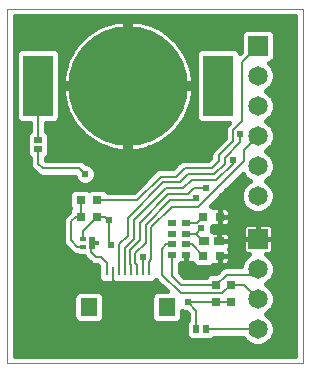
<source format=gtl>
G75*
%MOIN*%
%OFA0B0*%
%FSLAX25Y25*%
%IPPOS*%
%LPD*%
%AMOC8*
5,1,8,0,0,1.08239X$1,22.5*
%
%ADD10C,0.00000*%
%ADD11R,0.01102X0.03150*%
%ADD12R,0.05512X0.05906*%
%ADD13R,0.06500X0.06500*%
%ADD14C,0.06500*%
%ADD15R,0.01969X0.01378*%
%ADD16R,0.01181X0.01969*%
%ADD17C,0.00001*%
%ADD18C,0.40000*%
%ADD19R,0.10000X0.20000*%
%ADD20R,0.03150X0.02756*%
%ADD21R,0.03150X0.01969*%
%ADD22R,0.02756X0.03150*%
%ADD23R,0.03642X0.02756*%
%ADD24R,0.02756X0.01969*%
%ADD25R,0.01969X0.02756*%
%ADD26C,0.00800*%
%ADD27C,0.01600*%
%ADD28C,0.02381*%
D10*
X0038526Y0009674D02*
X0038526Y0127784D01*
X0136951Y0127784D01*
X0136951Y0009674D01*
X0038526Y0009674D01*
X0065573Y0048060D02*
X0067305Y0048060D01*
X0067305Y0049241D01*
X0068644Y0049241D01*
X0068644Y0050422D01*
X0067305Y0050422D01*
X0067305Y0051603D01*
X0065573Y0051603D01*
X0065573Y0048060D01*
D11*
X0071794Y0040383D03*
X0073762Y0040383D03*
X0075731Y0040383D03*
X0077699Y0040383D03*
X0079668Y0040383D03*
X0081636Y0040383D03*
X0083605Y0040383D03*
X0085573Y0040383D03*
D12*
X0091676Y0028375D03*
X0065691Y0028375D03*
D13*
X0121991Y0051013D03*
X0121991Y0115383D03*
D14*
X0121991Y0105383D03*
X0121991Y0095383D03*
X0121991Y0085383D03*
X0121991Y0075383D03*
X0121991Y0065383D03*
X0121991Y0041013D03*
X0121991Y0031013D03*
X0121991Y0021013D03*
D15*
X0063723Y0048552D03*
X0063723Y0051111D03*
D16*
X0066439Y0049831D03*
D17*
X0065573Y0049835D02*
X0068644Y0049835D01*
X0068644Y0049834D02*
X0065573Y0049834D01*
X0065573Y0049833D02*
X0068644Y0049833D01*
X0068644Y0049832D02*
X0065573Y0049832D01*
X0065573Y0049831D02*
X0068644Y0049831D01*
X0065573Y0049831D01*
X0065573Y0049830D02*
X0068644Y0049830D01*
X0068644Y0049829D02*
X0065573Y0049829D01*
X0065573Y0049828D02*
X0068644Y0049828D01*
X0068644Y0049827D02*
X0065573Y0049827D01*
X0065573Y0049826D02*
X0068644Y0049826D01*
X0068644Y0049825D02*
X0065573Y0049825D01*
X0065573Y0049824D02*
X0068644Y0049824D01*
X0068644Y0049823D02*
X0065573Y0049823D01*
X0065573Y0049822D02*
X0068644Y0049822D01*
X0068644Y0049821D02*
X0065573Y0049821D01*
X0065573Y0049820D02*
X0068644Y0049820D01*
X0068644Y0049819D02*
X0065573Y0049819D01*
X0065573Y0049818D02*
X0068644Y0049818D01*
X0068644Y0049817D02*
X0065573Y0049817D01*
X0065573Y0049816D02*
X0068644Y0049816D01*
X0068644Y0049815D02*
X0065573Y0049815D01*
X0065573Y0049814D02*
X0068644Y0049814D01*
X0068644Y0049813D02*
X0065573Y0049813D01*
X0065573Y0049812D02*
X0068644Y0049812D01*
X0068644Y0049811D02*
X0065573Y0049811D01*
X0065573Y0049810D02*
X0068644Y0049810D01*
X0068644Y0049809D02*
X0065573Y0049809D01*
X0065573Y0049808D02*
X0068644Y0049808D01*
X0068644Y0049807D02*
X0065573Y0049807D01*
X0065573Y0049806D02*
X0068644Y0049806D01*
X0068644Y0049805D02*
X0065573Y0049805D01*
X0065573Y0049804D02*
X0068644Y0049804D01*
X0068644Y0049803D02*
X0065573Y0049803D01*
X0065573Y0049802D02*
X0068644Y0049802D01*
X0068644Y0049801D02*
X0065573Y0049801D01*
X0065573Y0049800D02*
X0068644Y0049800D01*
X0068644Y0049799D02*
X0065573Y0049799D01*
X0065573Y0049798D02*
X0068644Y0049798D01*
X0068644Y0049797D02*
X0065573Y0049797D01*
X0065573Y0049796D02*
X0068644Y0049796D01*
X0068644Y0049795D02*
X0065573Y0049795D01*
X0065573Y0049794D02*
X0068644Y0049794D01*
X0068644Y0049793D02*
X0065573Y0049793D01*
X0065573Y0049792D02*
X0068644Y0049792D01*
X0068644Y0049791D02*
X0065573Y0049791D01*
X0065573Y0049790D02*
X0068644Y0049790D01*
X0068644Y0049789D02*
X0065573Y0049789D01*
X0065573Y0049788D02*
X0068644Y0049788D01*
X0068644Y0049787D02*
X0065573Y0049787D01*
X0065573Y0049786D02*
X0068644Y0049786D01*
X0068644Y0049785D02*
X0065573Y0049785D01*
X0065573Y0049784D02*
X0068644Y0049784D01*
X0068644Y0049783D02*
X0065573Y0049783D01*
X0065573Y0049782D02*
X0068644Y0049782D01*
X0068644Y0049781D02*
X0065573Y0049781D01*
X0065573Y0049780D02*
X0068644Y0049780D01*
X0068644Y0049779D02*
X0065573Y0049779D01*
X0065573Y0049778D02*
X0068644Y0049778D01*
X0068644Y0049777D02*
X0065573Y0049777D01*
X0065573Y0049776D02*
X0068644Y0049776D01*
X0068644Y0049775D02*
X0065573Y0049775D01*
X0065573Y0049774D02*
X0068644Y0049774D01*
X0068644Y0049773D02*
X0065573Y0049773D01*
X0065573Y0049772D02*
X0068644Y0049772D01*
X0068644Y0049771D02*
X0065573Y0049771D01*
X0065573Y0049770D02*
X0068644Y0049770D01*
X0068644Y0049769D02*
X0065573Y0049769D01*
X0068644Y0049769D01*
X0068644Y0049768D02*
X0065573Y0049768D01*
X0065573Y0049767D02*
X0068644Y0049767D01*
X0068644Y0049766D02*
X0065573Y0049766D01*
X0065573Y0049765D02*
X0068644Y0049765D01*
X0068644Y0049764D02*
X0065573Y0049764D01*
X0065573Y0049763D02*
X0068644Y0049763D01*
X0068644Y0049762D02*
X0065573Y0049762D01*
X0065573Y0049761D02*
X0068644Y0049761D01*
X0068644Y0049760D02*
X0065573Y0049760D01*
X0065573Y0049759D02*
X0068644Y0049759D01*
X0068644Y0049758D02*
X0065573Y0049758D01*
X0065573Y0049757D02*
X0068644Y0049757D01*
X0068644Y0049756D02*
X0065573Y0049756D01*
X0065573Y0049755D02*
X0068644Y0049755D01*
X0068644Y0049754D02*
X0065573Y0049754D01*
X0065573Y0049753D02*
X0068644Y0049753D01*
X0068644Y0049752D02*
X0065573Y0049752D01*
X0065573Y0049751D02*
X0068644Y0049751D01*
X0068644Y0049750D02*
X0065573Y0049750D01*
X0065573Y0049749D02*
X0068644Y0049749D01*
X0068644Y0049748D02*
X0065573Y0049748D01*
X0065573Y0049747D02*
X0068644Y0049747D01*
X0068644Y0049746D02*
X0065573Y0049746D01*
X0065573Y0049745D02*
X0068644Y0049745D01*
X0068644Y0049744D02*
X0065573Y0049744D01*
X0065573Y0049743D02*
X0068644Y0049743D01*
X0068644Y0049742D02*
X0065573Y0049742D01*
X0065573Y0049741D02*
X0068644Y0049741D01*
X0068644Y0049740D02*
X0065573Y0049740D01*
X0065573Y0049739D02*
X0068644Y0049739D01*
X0068644Y0049738D02*
X0065573Y0049738D01*
X0065573Y0049737D02*
X0068644Y0049737D01*
X0068644Y0049736D02*
X0065573Y0049736D01*
X0065573Y0049735D02*
X0068644Y0049735D01*
X0068644Y0049734D02*
X0065573Y0049734D01*
X0065573Y0049733D02*
X0068644Y0049733D01*
X0068644Y0049732D02*
X0065573Y0049732D01*
X0065573Y0049731D02*
X0068644Y0049731D01*
X0068644Y0049730D02*
X0065573Y0049730D01*
X0065573Y0049729D02*
X0068644Y0049729D01*
X0068644Y0049728D02*
X0065573Y0049728D01*
X0065573Y0049727D02*
X0068644Y0049727D01*
X0068644Y0049726D02*
X0065573Y0049726D01*
X0065573Y0049725D02*
X0068644Y0049725D01*
X0068644Y0049724D02*
X0065573Y0049724D01*
X0065573Y0049723D02*
X0068644Y0049723D01*
X0068644Y0049722D02*
X0065573Y0049722D01*
X0065573Y0049721D02*
X0068644Y0049721D01*
X0068644Y0049720D02*
X0065573Y0049720D01*
X0065573Y0049719D02*
X0068644Y0049719D01*
X0068644Y0049718D02*
X0065573Y0049718D01*
X0065573Y0049717D02*
X0068644Y0049717D01*
X0068644Y0049716D02*
X0065573Y0049716D01*
X0065573Y0049715D02*
X0068644Y0049715D01*
X0068644Y0049714D02*
X0065573Y0049714D01*
X0065573Y0049713D02*
X0068644Y0049713D01*
X0068644Y0049712D02*
X0065573Y0049712D01*
X0065573Y0049711D02*
X0068644Y0049711D01*
X0068644Y0049710D02*
X0065573Y0049710D01*
X0065573Y0049709D02*
X0068644Y0049709D01*
X0068644Y0049708D02*
X0065573Y0049708D01*
X0065573Y0049707D02*
X0068644Y0049707D01*
X0068644Y0049706D02*
X0065573Y0049706D01*
X0068644Y0049706D01*
X0068644Y0049705D02*
X0065573Y0049705D01*
X0065573Y0049704D02*
X0068644Y0049704D01*
X0068644Y0049703D02*
X0065573Y0049703D01*
X0065573Y0049702D02*
X0068644Y0049702D01*
X0068644Y0049701D02*
X0065573Y0049701D01*
X0065573Y0049700D02*
X0068644Y0049700D01*
X0068644Y0049699D02*
X0065573Y0049699D01*
X0065573Y0049698D02*
X0068644Y0049698D01*
X0068644Y0049697D02*
X0065573Y0049697D01*
X0065573Y0049696D02*
X0068644Y0049696D01*
X0068644Y0049695D02*
X0065573Y0049695D01*
X0065573Y0049694D02*
X0068644Y0049694D01*
X0068644Y0049693D02*
X0065573Y0049693D01*
X0065573Y0049692D02*
X0068644Y0049692D01*
X0068644Y0049691D02*
X0065573Y0049691D01*
X0065573Y0049690D02*
X0068644Y0049690D01*
X0068644Y0049689D02*
X0065573Y0049689D01*
X0065573Y0049688D02*
X0068644Y0049688D01*
X0068644Y0049687D02*
X0065573Y0049687D01*
X0065573Y0049686D02*
X0068644Y0049686D01*
X0068644Y0049685D02*
X0065573Y0049685D01*
X0065573Y0049684D02*
X0068644Y0049684D01*
X0068644Y0049683D02*
X0065573Y0049683D01*
X0065573Y0049682D02*
X0068644Y0049682D01*
X0068644Y0049681D02*
X0065573Y0049681D01*
X0065573Y0049680D02*
X0068644Y0049680D01*
X0068644Y0049679D02*
X0065573Y0049679D01*
X0065573Y0049678D02*
X0068644Y0049678D01*
X0068644Y0049677D02*
X0065573Y0049677D01*
X0065573Y0049676D02*
X0068644Y0049676D01*
X0068644Y0049675D02*
X0065573Y0049675D01*
X0065573Y0049674D02*
X0068644Y0049674D01*
X0068644Y0049673D02*
X0065573Y0049673D01*
X0065573Y0049672D02*
X0068644Y0049672D01*
X0068644Y0049671D02*
X0065573Y0049671D01*
X0065573Y0049670D02*
X0068644Y0049670D01*
X0068644Y0049669D02*
X0065573Y0049669D01*
X0065573Y0049668D02*
X0068644Y0049668D01*
X0068644Y0049667D02*
X0065573Y0049667D01*
X0065573Y0049666D02*
X0068644Y0049666D01*
X0068644Y0049665D02*
X0065573Y0049665D01*
X0065573Y0049664D02*
X0068644Y0049664D01*
X0068644Y0049663D02*
X0065573Y0049663D01*
X0065573Y0049662D02*
X0068644Y0049662D01*
X0068644Y0049661D02*
X0065573Y0049661D01*
X0065573Y0049660D02*
X0068644Y0049660D01*
X0068644Y0049659D02*
X0065573Y0049659D01*
X0065573Y0049658D02*
X0068644Y0049658D01*
X0068644Y0049657D02*
X0065573Y0049657D01*
X0065573Y0049656D02*
X0068644Y0049656D01*
X0068644Y0049655D02*
X0065573Y0049655D01*
X0065573Y0049654D02*
X0068644Y0049654D01*
X0068644Y0049653D02*
X0065573Y0049653D01*
X0065573Y0049652D02*
X0068644Y0049652D01*
X0068644Y0049651D02*
X0065573Y0049651D01*
X0065573Y0049650D02*
X0068644Y0049650D01*
X0068644Y0049649D02*
X0065573Y0049649D01*
X0065573Y0049648D02*
X0068644Y0049648D01*
X0068644Y0049647D02*
X0065573Y0049647D01*
X0065573Y0049646D02*
X0068644Y0049646D01*
X0068644Y0049645D02*
X0065573Y0049645D01*
X0065573Y0049644D02*
X0068644Y0049644D01*
X0065573Y0049644D01*
X0065573Y0049643D02*
X0068644Y0049643D01*
X0068644Y0049642D02*
X0065573Y0049642D01*
X0065573Y0049641D02*
X0068644Y0049641D01*
X0068644Y0049640D02*
X0065573Y0049640D01*
X0065573Y0049639D02*
X0068644Y0049639D01*
X0068644Y0049638D02*
X0065573Y0049638D01*
X0065573Y0049637D02*
X0068644Y0049637D01*
X0068644Y0049636D02*
X0065573Y0049636D01*
X0065573Y0049635D02*
X0068644Y0049635D01*
X0068644Y0049634D02*
X0065573Y0049634D01*
X0065573Y0049633D02*
X0068644Y0049633D01*
X0068644Y0049632D02*
X0065573Y0049632D01*
X0065573Y0049631D02*
X0068644Y0049631D01*
X0068644Y0049630D02*
X0065573Y0049630D01*
X0065573Y0049629D02*
X0068644Y0049629D01*
X0068644Y0049628D02*
X0065573Y0049628D01*
X0065573Y0049627D02*
X0068644Y0049627D01*
X0068644Y0049626D02*
X0065573Y0049626D01*
X0065573Y0049625D02*
X0068644Y0049625D01*
X0068644Y0049624D02*
X0065573Y0049624D01*
X0065573Y0049623D02*
X0068644Y0049623D01*
X0068644Y0049622D02*
X0065573Y0049622D01*
X0065573Y0049621D02*
X0068644Y0049621D01*
X0068644Y0049620D02*
X0065573Y0049620D01*
X0065573Y0049619D02*
X0068644Y0049619D01*
X0068644Y0049618D02*
X0065573Y0049618D01*
X0065573Y0049617D02*
X0068644Y0049617D01*
X0068644Y0049616D02*
X0065573Y0049616D01*
X0065573Y0049615D02*
X0068644Y0049615D01*
X0068644Y0049614D02*
X0065573Y0049614D01*
X0065573Y0049613D02*
X0068644Y0049613D01*
X0068644Y0049612D02*
X0065573Y0049612D01*
X0065573Y0049611D02*
X0068644Y0049611D01*
X0068644Y0049610D02*
X0065573Y0049610D01*
X0065573Y0049609D02*
X0068644Y0049609D01*
X0068644Y0049608D02*
X0065573Y0049608D01*
X0065573Y0049607D02*
X0068644Y0049607D01*
X0068644Y0049606D02*
X0065573Y0049606D01*
X0065573Y0049605D02*
X0068644Y0049605D01*
X0068644Y0049604D02*
X0065573Y0049604D01*
X0065573Y0049603D02*
X0068644Y0049603D01*
X0068644Y0049602D02*
X0065573Y0049602D01*
X0065573Y0049601D02*
X0068644Y0049601D01*
X0068644Y0049600D02*
X0065573Y0049600D01*
X0065573Y0049599D02*
X0068644Y0049599D01*
X0068644Y0049598D02*
X0065573Y0049598D01*
X0065573Y0049597D02*
X0068644Y0049597D01*
X0068644Y0049596D02*
X0065573Y0049596D01*
X0065573Y0049595D02*
X0068644Y0049595D01*
X0068644Y0049594D02*
X0065573Y0049594D01*
X0065573Y0049593D02*
X0068644Y0049593D01*
X0068644Y0049592D02*
X0065573Y0049592D01*
X0065573Y0049591D02*
X0068644Y0049591D01*
X0068644Y0049590D02*
X0065573Y0049590D01*
X0065573Y0049589D02*
X0068644Y0049589D01*
X0068644Y0049588D02*
X0065573Y0049588D01*
X0065573Y0049587D02*
X0068644Y0049587D01*
X0068644Y0049586D02*
X0065573Y0049586D01*
X0065573Y0049585D02*
X0068644Y0049585D01*
X0068644Y0049584D02*
X0065573Y0049584D01*
X0065573Y0049583D02*
X0068644Y0049583D01*
X0068644Y0049582D02*
X0065573Y0049582D01*
X0065573Y0049581D02*
X0068644Y0049581D01*
X0065573Y0049581D01*
X0065573Y0049580D02*
X0068644Y0049580D01*
X0068644Y0049579D02*
X0065573Y0049579D01*
X0065573Y0049578D02*
X0068644Y0049578D01*
X0068644Y0049577D02*
X0065573Y0049577D01*
X0065573Y0049576D02*
X0068644Y0049576D01*
X0068644Y0049575D02*
X0065573Y0049575D01*
X0065573Y0049574D02*
X0068644Y0049574D01*
X0068644Y0049573D02*
X0065573Y0049573D01*
X0065573Y0049572D02*
X0068644Y0049572D01*
X0068644Y0049571D02*
X0065573Y0049571D01*
X0065573Y0049570D02*
X0068644Y0049570D01*
X0068644Y0049569D02*
X0065573Y0049569D01*
X0065573Y0049568D02*
X0068644Y0049568D01*
X0068644Y0049567D02*
X0065573Y0049567D01*
X0065573Y0049566D02*
X0068644Y0049566D01*
X0068644Y0049565D02*
X0065573Y0049565D01*
X0065573Y0049564D02*
X0068644Y0049564D01*
X0068644Y0049563D02*
X0065573Y0049563D01*
X0065573Y0049562D02*
X0068644Y0049562D01*
X0068644Y0049561D02*
X0065573Y0049561D01*
X0065573Y0049560D02*
X0068644Y0049560D01*
X0068644Y0049559D02*
X0065573Y0049559D01*
X0065573Y0049558D02*
X0068644Y0049558D01*
X0068644Y0049557D02*
X0065573Y0049557D01*
X0065573Y0049556D02*
X0068644Y0049556D01*
X0068644Y0049555D02*
X0065573Y0049555D01*
X0065573Y0049554D02*
X0068644Y0049554D01*
X0068644Y0049553D02*
X0065573Y0049553D01*
X0065573Y0049552D02*
X0068644Y0049552D01*
X0068644Y0049551D02*
X0065573Y0049551D01*
X0065573Y0049550D02*
X0068644Y0049550D01*
X0068644Y0049549D02*
X0065573Y0049549D01*
X0065573Y0049548D02*
X0068644Y0049548D01*
X0068644Y0049547D02*
X0065573Y0049547D01*
X0065573Y0049546D02*
X0068644Y0049546D01*
X0068644Y0049545D02*
X0065573Y0049545D01*
X0065573Y0049544D02*
X0068644Y0049544D01*
X0068644Y0049543D02*
X0065573Y0049543D01*
X0065573Y0049542D02*
X0068644Y0049542D01*
X0068644Y0049541D02*
X0065573Y0049541D01*
X0065573Y0049540D02*
X0068644Y0049540D01*
X0068644Y0049539D02*
X0065573Y0049539D01*
X0065573Y0049538D02*
X0068644Y0049538D01*
X0068644Y0049537D02*
X0065573Y0049537D01*
X0065573Y0049536D02*
X0068644Y0049536D01*
X0068644Y0049535D02*
X0065573Y0049535D01*
X0065573Y0049534D02*
X0068644Y0049534D01*
X0068644Y0049533D02*
X0065573Y0049533D01*
X0065573Y0049532D02*
X0068644Y0049532D01*
X0068644Y0049531D02*
X0065573Y0049531D01*
X0065573Y0049530D02*
X0068644Y0049530D01*
X0068644Y0049529D02*
X0065573Y0049529D01*
X0065573Y0049528D02*
X0068644Y0049528D01*
X0068644Y0049527D02*
X0065573Y0049527D01*
X0065573Y0049526D02*
X0068644Y0049526D01*
X0068644Y0049525D02*
X0065573Y0049525D01*
X0065573Y0049524D02*
X0068644Y0049524D01*
X0068644Y0049523D02*
X0065573Y0049523D01*
X0065573Y0049522D02*
X0068644Y0049522D01*
X0068644Y0049521D02*
X0065573Y0049521D01*
X0065573Y0049520D02*
X0068644Y0049520D01*
X0068644Y0049519D02*
X0065573Y0049519D01*
X0068644Y0049519D01*
X0068644Y0049518D02*
X0065573Y0049518D01*
X0065573Y0049517D02*
X0068644Y0049517D01*
X0068644Y0049516D02*
X0065573Y0049516D01*
X0065573Y0049515D02*
X0068644Y0049515D01*
X0068644Y0049514D02*
X0065573Y0049514D01*
X0065573Y0049513D02*
X0068644Y0049513D01*
X0068644Y0049512D02*
X0065573Y0049512D01*
X0065573Y0049511D02*
X0068644Y0049511D01*
X0068644Y0049510D02*
X0065573Y0049510D01*
X0065573Y0049509D02*
X0068644Y0049509D01*
X0068644Y0049508D02*
X0065573Y0049508D01*
X0065573Y0049507D02*
X0068644Y0049507D01*
X0068644Y0049506D02*
X0065573Y0049506D01*
X0065573Y0049505D02*
X0068644Y0049505D01*
X0068644Y0049504D02*
X0065573Y0049504D01*
X0065573Y0049503D02*
X0068644Y0049503D01*
X0068644Y0049502D02*
X0065573Y0049502D01*
X0065573Y0049501D02*
X0068644Y0049501D01*
X0068644Y0049500D02*
X0065573Y0049500D01*
X0065573Y0049499D02*
X0068644Y0049499D01*
X0068644Y0049498D02*
X0065573Y0049498D01*
X0065573Y0049497D02*
X0068644Y0049497D01*
X0068644Y0049496D02*
X0065573Y0049496D01*
X0065573Y0049495D02*
X0068644Y0049495D01*
X0068644Y0049494D02*
X0065573Y0049494D01*
X0065573Y0049493D02*
X0068644Y0049493D01*
X0068644Y0049492D02*
X0065573Y0049492D01*
X0065573Y0049491D02*
X0068644Y0049491D01*
X0068644Y0049490D02*
X0065573Y0049490D01*
X0065573Y0049489D02*
X0068644Y0049489D01*
X0068644Y0049488D02*
X0065573Y0049488D01*
X0065573Y0049487D02*
X0068644Y0049487D01*
X0068644Y0049486D02*
X0065573Y0049486D01*
X0065573Y0049485D02*
X0068644Y0049485D01*
X0068644Y0049484D02*
X0065573Y0049484D01*
X0065573Y0049483D02*
X0068644Y0049483D01*
X0068644Y0049482D02*
X0065573Y0049482D01*
X0065573Y0049481D02*
X0068644Y0049481D01*
X0068644Y0049480D02*
X0065573Y0049480D01*
X0065573Y0049479D02*
X0068644Y0049479D01*
X0068644Y0049478D02*
X0065573Y0049478D01*
X0065573Y0049477D02*
X0068644Y0049477D01*
X0068644Y0049476D02*
X0065573Y0049476D01*
X0065573Y0049475D02*
X0068644Y0049475D01*
X0068644Y0049474D02*
X0065573Y0049474D01*
X0065573Y0049473D02*
X0068644Y0049473D01*
X0068644Y0049472D02*
X0065573Y0049472D01*
X0065573Y0049471D02*
X0068644Y0049471D01*
X0068644Y0049470D02*
X0065573Y0049470D01*
X0065573Y0049469D02*
X0068644Y0049469D01*
X0068644Y0049468D02*
X0065573Y0049468D01*
X0065573Y0049467D02*
X0068644Y0049467D01*
X0068644Y0049466D02*
X0065573Y0049466D01*
X0065573Y0049465D02*
X0068644Y0049465D01*
X0068644Y0049464D02*
X0065573Y0049464D01*
X0065573Y0049463D02*
X0068644Y0049463D01*
X0068644Y0049462D02*
X0065573Y0049462D01*
X0065573Y0049461D02*
X0068644Y0049461D01*
X0068644Y0049460D02*
X0065573Y0049460D01*
X0065573Y0049459D02*
X0068644Y0049459D01*
X0068644Y0049458D02*
X0065573Y0049458D01*
X0065573Y0049457D02*
X0068644Y0049457D01*
X0068644Y0049456D02*
X0065573Y0049456D01*
X0068644Y0049456D01*
X0068644Y0049455D02*
X0065573Y0049455D01*
X0065573Y0049454D02*
X0068644Y0049454D01*
X0068644Y0049453D02*
X0065573Y0049453D01*
X0065573Y0049452D02*
X0068644Y0049452D01*
X0068644Y0049451D02*
X0065573Y0049451D01*
X0065573Y0049450D02*
X0068644Y0049450D01*
X0068644Y0049449D02*
X0065573Y0049449D01*
X0065573Y0049448D02*
X0068644Y0049448D01*
X0068644Y0049447D02*
X0065573Y0049447D01*
X0065573Y0049446D02*
X0068644Y0049446D01*
X0068644Y0049445D02*
X0065573Y0049445D01*
X0065573Y0049444D02*
X0068644Y0049444D01*
X0068644Y0049443D02*
X0065573Y0049443D01*
X0065573Y0049442D02*
X0068644Y0049442D01*
X0068644Y0049441D02*
X0065573Y0049441D01*
X0065573Y0049440D02*
X0068644Y0049440D01*
X0068644Y0049439D02*
X0065573Y0049439D01*
X0065573Y0049438D02*
X0068644Y0049438D01*
X0068644Y0049437D02*
X0065573Y0049437D01*
X0065573Y0049436D02*
X0068644Y0049436D01*
X0068644Y0049435D02*
X0065573Y0049435D01*
X0065573Y0049434D02*
X0068644Y0049434D01*
X0068644Y0049433D02*
X0065573Y0049433D01*
X0065573Y0049432D02*
X0068644Y0049432D01*
X0068644Y0049431D02*
X0065573Y0049431D01*
X0065573Y0049430D02*
X0068644Y0049430D01*
X0068644Y0049429D02*
X0065573Y0049429D01*
X0065573Y0049428D02*
X0068644Y0049428D01*
X0068644Y0049427D02*
X0065573Y0049427D01*
X0065573Y0049426D02*
X0068644Y0049426D01*
X0068644Y0049425D02*
X0065573Y0049425D01*
X0065573Y0049424D02*
X0068644Y0049424D01*
X0068644Y0049423D02*
X0065573Y0049423D01*
X0065573Y0049422D02*
X0068644Y0049422D01*
X0068644Y0049421D02*
X0065573Y0049421D01*
X0065573Y0049420D02*
X0068644Y0049420D01*
X0068644Y0049419D02*
X0065573Y0049419D01*
X0065573Y0049418D02*
X0068644Y0049418D01*
X0068644Y0049417D02*
X0065573Y0049417D01*
X0065573Y0049416D02*
X0068644Y0049416D01*
X0068644Y0049415D02*
X0065573Y0049415D01*
X0065573Y0049414D02*
X0068644Y0049414D01*
X0068644Y0049413D02*
X0065573Y0049413D01*
X0065573Y0049412D02*
X0068644Y0049412D01*
X0068644Y0049411D02*
X0065573Y0049411D01*
X0065573Y0049410D02*
X0068644Y0049410D01*
X0068644Y0049409D02*
X0065573Y0049409D01*
X0065573Y0049408D02*
X0068644Y0049408D01*
X0068644Y0049407D02*
X0065573Y0049407D01*
X0065573Y0049406D02*
X0068644Y0049406D01*
X0068644Y0049405D02*
X0065573Y0049405D01*
X0065573Y0049404D02*
X0068644Y0049404D01*
X0068644Y0049403D02*
X0065573Y0049403D01*
X0065573Y0049402D02*
X0068644Y0049402D01*
X0068644Y0049401D02*
X0065573Y0049401D01*
X0065573Y0049400D02*
X0068644Y0049400D01*
X0068644Y0049399D02*
X0065573Y0049399D01*
X0065573Y0049398D02*
X0068644Y0049398D01*
X0068644Y0049397D02*
X0065573Y0049397D01*
X0065573Y0049396D02*
X0068644Y0049396D01*
X0068644Y0049395D02*
X0065573Y0049395D01*
X0065573Y0049394D02*
X0068644Y0049394D01*
X0065573Y0049394D01*
X0065573Y0049393D02*
X0068644Y0049393D01*
X0068644Y0049392D02*
X0065573Y0049392D01*
X0065573Y0049391D02*
X0068644Y0049391D01*
X0068644Y0049390D02*
X0065573Y0049390D01*
X0065573Y0049389D02*
X0068644Y0049389D01*
X0068644Y0049388D02*
X0065573Y0049388D01*
X0065573Y0049387D02*
X0068644Y0049387D01*
X0068644Y0049386D02*
X0065573Y0049386D01*
X0065573Y0049385D02*
X0068644Y0049385D01*
X0068644Y0049384D02*
X0065573Y0049384D01*
X0065573Y0049383D02*
X0068644Y0049383D01*
X0068644Y0049382D02*
X0065573Y0049382D01*
X0065573Y0049381D02*
X0068644Y0049381D01*
X0068644Y0049380D02*
X0065573Y0049380D01*
X0065573Y0049379D02*
X0068644Y0049379D01*
X0068644Y0049378D02*
X0065573Y0049378D01*
X0065573Y0049377D02*
X0068644Y0049377D01*
X0068644Y0049376D02*
X0065573Y0049376D01*
X0065573Y0049375D02*
X0068644Y0049375D01*
X0068644Y0049374D02*
X0065573Y0049374D01*
X0065573Y0049373D02*
X0068644Y0049373D01*
X0068644Y0049372D02*
X0065573Y0049372D01*
X0065573Y0049371D02*
X0068644Y0049371D01*
X0068644Y0049370D02*
X0065573Y0049370D01*
X0065573Y0049369D02*
X0068644Y0049369D01*
X0068644Y0049368D02*
X0065573Y0049368D01*
X0065573Y0049367D02*
X0068644Y0049367D01*
X0068644Y0049366D02*
X0065573Y0049366D01*
X0065573Y0049365D02*
X0068644Y0049365D01*
X0068644Y0049364D02*
X0065573Y0049364D01*
X0065573Y0049363D02*
X0068644Y0049363D01*
X0068644Y0049362D02*
X0065573Y0049362D01*
X0065573Y0049361D02*
X0068644Y0049361D01*
X0068644Y0049360D02*
X0065573Y0049360D01*
X0065573Y0049359D02*
X0068644Y0049359D01*
X0068644Y0049358D02*
X0065573Y0049358D01*
X0065573Y0049357D02*
X0068644Y0049357D01*
X0068644Y0049356D02*
X0065573Y0049356D01*
X0065573Y0049355D02*
X0068644Y0049355D01*
X0068644Y0049354D02*
X0065573Y0049354D01*
X0065573Y0049353D02*
X0068644Y0049353D01*
X0068644Y0049352D02*
X0065573Y0049352D01*
X0065573Y0049351D02*
X0068644Y0049351D01*
X0068644Y0049350D02*
X0065573Y0049350D01*
X0065573Y0049349D02*
X0068644Y0049349D01*
X0068644Y0049348D02*
X0065573Y0049348D01*
X0065573Y0049347D02*
X0068644Y0049347D01*
X0068644Y0049346D02*
X0065573Y0049346D01*
X0065573Y0049345D02*
X0068644Y0049345D01*
X0068644Y0049344D02*
X0065573Y0049344D01*
X0065573Y0049343D02*
X0068644Y0049343D01*
X0068644Y0049342D02*
X0065573Y0049342D01*
X0065573Y0049341D02*
X0068644Y0049341D01*
X0068644Y0049340D02*
X0065573Y0049340D01*
X0065573Y0049339D02*
X0068644Y0049339D01*
X0068644Y0049338D02*
X0065573Y0049338D01*
X0065573Y0049337D02*
X0068644Y0049337D01*
X0068644Y0049336D02*
X0065573Y0049336D01*
X0065573Y0049335D02*
X0068644Y0049335D01*
X0068644Y0049334D02*
X0065573Y0049334D01*
X0065573Y0049333D02*
X0068644Y0049333D01*
X0068644Y0049332D02*
X0065573Y0049332D01*
X0065573Y0049331D02*
X0068644Y0049331D01*
X0065573Y0049331D01*
X0065573Y0049330D02*
X0068644Y0049330D01*
X0068644Y0049329D02*
X0065573Y0049329D01*
X0065573Y0049328D02*
X0068644Y0049328D01*
X0068644Y0049327D02*
X0065573Y0049327D01*
X0065573Y0049326D02*
X0068644Y0049326D01*
X0068644Y0049325D02*
X0065573Y0049325D01*
X0065573Y0049324D02*
X0068644Y0049324D01*
X0068644Y0049323D02*
X0065573Y0049323D01*
X0065573Y0049322D02*
X0068644Y0049322D01*
X0068644Y0049321D02*
X0065573Y0049321D01*
X0065573Y0049320D02*
X0068644Y0049320D01*
X0068644Y0049319D02*
X0065573Y0049319D01*
X0065573Y0049318D02*
X0068644Y0049318D01*
X0068644Y0049317D02*
X0065573Y0049317D01*
X0065573Y0049316D02*
X0068644Y0049316D01*
X0068644Y0049315D02*
X0065573Y0049315D01*
X0065573Y0049314D02*
X0068644Y0049314D01*
X0068644Y0049313D02*
X0065573Y0049313D01*
X0065573Y0049312D02*
X0068644Y0049312D01*
X0068644Y0049311D02*
X0065573Y0049311D01*
X0065573Y0049310D02*
X0068644Y0049310D01*
X0068644Y0049309D02*
X0065573Y0049309D01*
X0065573Y0049308D02*
X0068644Y0049308D01*
X0068644Y0049307D02*
X0065573Y0049307D01*
X0065573Y0049306D02*
X0068644Y0049306D01*
X0068644Y0049305D02*
X0065573Y0049305D01*
X0065573Y0049304D02*
X0068644Y0049304D01*
X0068644Y0049303D02*
X0065573Y0049303D01*
X0065573Y0049302D02*
X0068644Y0049302D01*
X0068644Y0049301D02*
X0065573Y0049301D01*
X0065573Y0049300D02*
X0068644Y0049300D01*
X0068644Y0049299D02*
X0065573Y0049299D01*
X0065573Y0049298D02*
X0068644Y0049298D01*
X0068644Y0049297D02*
X0065573Y0049297D01*
X0065573Y0049296D02*
X0068644Y0049296D01*
X0068644Y0049295D02*
X0065573Y0049295D01*
X0065573Y0049294D02*
X0068644Y0049294D01*
X0068644Y0049293D02*
X0065573Y0049293D01*
X0065573Y0049292D02*
X0068644Y0049292D01*
X0068644Y0049291D02*
X0065573Y0049291D01*
X0065573Y0049290D02*
X0068644Y0049290D01*
X0068644Y0049289D02*
X0065573Y0049289D01*
X0065573Y0049288D02*
X0068644Y0049288D01*
X0068644Y0049287D02*
X0065573Y0049287D01*
X0065573Y0049286D02*
X0068644Y0049286D01*
X0068644Y0049285D02*
X0065573Y0049285D01*
X0065573Y0049284D02*
X0068644Y0049284D01*
X0068644Y0049283D02*
X0065573Y0049283D01*
X0065573Y0049282D02*
X0068644Y0049282D01*
X0068644Y0049281D02*
X0065573Y0049281D01*
X0065573Y0049280D02*
X0068644Y0049280D01*
X0068644Y0049279D02*
X0065573Y0049279D01*
X0065573Y0049278D02*
X0068644Y0049278D01*
X0068644Y0049277D02*
X0065573Y0049277D01*
X0065573Y0049276D02*
X0068644Y0049276D01*
X0068644Y0049275D02*
X0065573Y0049275D01*
X0065573Y0049274D02*
X0068644Y0049274D01*
X0068644Y0049273D02*
X0065573Y0049273D01*
X0065573Y0049272D02*
X0068644Y0049272D01*
X0068644Y0049271D02*
X0065573Y0049271D01*
X0065573Y0049270D02*
X0068644Y0049270D01*
X0068644Y0049269D02*
X0065573Y0049269D01*
X0068644Y0049269D01*
X0068644Y0049268D02*
X0065573Y0049268D01*
X0065573Y0049267D02*
X0068644Y0049267D01*
X0068644Y0049266D02*
X0065573Y0049266D01*
X0065573Y0049265D02*
X0068644Y0049265D01*
X0068644Y0049264D02*
X0065573Y0049264D01*
X0065573Y0049263D02*
X0068644Y0049263D01*
X0068644Y0049262D02*
X0065573Y0049262D01*
X0065573Y0049261D02*
X0068644Y0049261D01*
X0068644Y0049260D02*
X0065573Y0049260D01*
X0065573Y0049259D02*
X0068644Y0049259D01*
X0068644Y0049258D02*
X0065573Y0049258D01*
X0065573Y0049257D02*
X0068644Y0049257D01*
X0068644Y0049256D02*
X0065573Y0049256D01*
X0065573Y0049255D02*
X0068644Y0049255D01*
X0068644Y0049254D02*
X0065573Y0049254D01*
X0065573Y0049253D02*
X0068644Y0049253D01*
X0068644Y0049252D02*
X0065573Y0049252D01*
X0065573Y0049251D02*
X0068644Y0049251D01*
X0068644Y0049250D02*
X0065573Y0049250D01*
X0065573Y0049249D02*
X0068644Y0049249D01*
X0068644Y0049248D02*
X0065573Y0049248D01*
X0065573Y0049247D02*
X0068644Y0049247D01*
X0068644Y0049246D02*
X0065573Y0049246D01*
X0065573Y0049245D02*
X0068644Y0049245D01*
X0068644Y0049244D02*
X0065573Y0049244D01*
X0065573Y0049243D02*
X0068644Y0049243D01*
X0068644Y0049242D02*
X0065573Y0049242D01*
X0065573Y0049241D02*
X0068644Y0049241D01*
X0068644Y0049836D02*
X0065573Y0049836D01*
X0065573Y0049837D02*
X0068644Y0049837D01*
X0068644Y0049838D02*
X0065573Y0049838D01*
X0065573Y0049839D02*
X0068644Y0049839D01*
X0068644Y0049840D02*
X0065573Y0049840D01*
X0065573Y0049841D02*
X0068644Y0049841D01*
X0068644Y0049842D02*
X0065573Y0049842D01*
X0065573Y0049843D02*
X0068644Y0049843D01*
X0068644Y0049844D02*
X0065573Y0049844D01*
X0065573Y0049845D02*
X0068644Y0049845D01*
X0068644Y0049846D02*
X0065573Y0049846D01*
X0065573Y0049847D02*
X0068644Y0049847D01*
X0068644Y0049848D02*
X0065573Y0049848D01*
X0065573Y0049849D02*
X0068644Y0049849D01*
X0068644Y0049850D02*
X0065573Y0049850D01*
X0065573Y0049851D02*
X0068644Y0049851D01*
X0068644Y0049852D02*
X0065573Y0049852D01*
X0065573Y0049853D02*
X0068644Y0049853D01*
X0068644Y0049854D02*
X0065573Y0049854D01*
X0065573Y0049855D02*
X0068644Y0049855D01*
X0068644Y0049856D02*
X0065573Y0049856D01*
X0065573Y0049857D02*
X0068644Y0049857D01*
X0068644Y0049858D02*
X0065573Y0049858D01*
X0065573Y0049859D02*
X0068644Y0049859D01*
X0068644Y0049860D02*
X0065573Y0049860D01*
X0065573Y0049861D02*
X0068644Y0049861D01*
X0068644Y0049862D02*
X0065573Y0049862D01*
X0065573Y0049863D02*
X0068644Y0049863D01*
X0068644Y0049864D02*
X0065573Y0049864D01*
X0065573Y0049865D02*
X0068644Y0049865D01*
X0068644Y0049866D02*
X0065573Y0049866D01*
X0065573Y0049867D02*
X0068644Y0049867D01*
X0068644Y0049868D02*
X0065573Y0049868D01*
X0065573Y0049869D02*
X0068644Y0049869D01*
X0068644Y0049870D02*
X0065573Y0049870D01*
X0065573Y0049871D02*
X0068644Y0049871D01*
X0068644Y0049872D02*
X0065573Y0049872D01*
X0065573Y0049873D02*
X0068644Y0049873D01*
X0068644Y0049874D02*
X0065573Y0049874D01*
X0065573Y0049875D02*
X0068644Y0049875D01*
X0068644Y0049876D02*
X0065573Y0049876D01*
X0065573Y0049877D02*
X0068644Y0049877D01*
X0068644Y0049878D02*
X0065573Y0049878D01*
X0065573Y0049879D02*
X0068644Y0049879D01*
X0068644Y0049880D02*
X0065573Y0049880D01*
X0065573Y0049881D02*
X0068644Y0049881D01*
X0068644Y0049882D02*
X0065573Y0049882D01*
X0065573Y0049883D02*
X0068644Y0049883D01*
X0068644Y0049884D02*
X0065573Y0049884D01*
X0065573Y0049885D02*
X0068644Y0049885D01*
X0068644Y0049886D02*
X0065573Y0049886D01*
X0065573Y0049887D02*
X0068644Y0049887D01*
X0068644Y0049888D02*
X0065573Y0049888D01*
X0065573Y0049889D02*
X0068644Y0049889D01*
X0068644Y0049890D02*
X0065573Y0049890D01*
X0065573Y0049891D02*
X0068644Y0049891D01*
X0068644Y0049892D02*
X0065573Y0049892D01*
X0065573Y0049893D02*
X0068644Y0049893D01*
X0068644Y0049894D02*
X0065573Y0049894D01*
X0068644Y0049894D01*
X0068644Y0049895D02*
X0065573Y0049895D01*
X0065573Y0049896D02*
X0068644Y0049896D01*
X0068644Y0049897D02*
X0065573Y0049897D01*
X0065573Y0049898D02*
X0068644Y0049898D01*
X0068644Y0049899D02*
X0065573Y0049899D01*
X0065573Y0049900D02*
X0068644Y0049900D01*
X0068644Y0049901D02*
X0065573Y0049901D01*
X0065573Y0049902D02*
X0068644Y0049902D01*
X0068644Y0049903D02*
X0065573Y0049903D01*
X0065573Y0049904D02*
X0068644Y0049904D01*
X0068644Y0049905D02*
X0065573Y0049905D01*
X0065573Y0049906D02*
X0068644Y0049906D01*
X0068644Y0049907D02*
X0065573Y0049907D01*
X0065573Y0049908D02*
X0068644Y0049908D01*
X0068644Y0049909D02*
X0065573Y0049909D01*
X0065573Y0049910D02*
X0068644Y0049910D01*
X0068644Y0049911D02*
X0065573Y0049911D01*
X0065573Y0049912D02*
X0068644Y0049912D01*
X0068644Y0049913D02*
X0065573Y0049913D01*
X0065573Y0049914D02*
X0068644Y0049914D01*
X0068644Y0049915D02*
X0065573Y0049915D01*
X0065573Y0049916D02*
X0068644Y0049916D01*
X0068644Y0049917D02*
X0065573Y0049917D01*
X0065573Y0049918D02*
X0068644Y0049918D01*
X0068644Y0049919D02*
X0065573Y0049919D01*
X0065573Y0049920D02*
X0068644Y0049920D01*
X0068644Y0049921D02*
X0065573Y0049921D01*
X0065573Y0049922D02*
X0068644Y0049922D01*
X0068644Y0049923D02*
X0065573Y0049923D01*
X0065573Y0049924D02*
X0068644Y0049924D01*
X0068644Y0049925D02*
X0065573Y0049925D01*
X0065573Y0049926D02*
X0068644Y0049926D01*
X0068644Y0049927D02*
X0065573Y0049927D01*
X0065573Y0049928D02*
X0068644Y0049928D01*
X0068644Y0049929D02*
X0065573Y0049929D01*
X0065573Y0049930D02*
X0068644Y0049930D01*
X0068644Y0049931D02*
X0065573Y0049931D01*
X0065573Y0049932D02*
X0068644Y0049932D01*
X0068644Y0049933D02*
X0065573Y0049933D01*
X0065573Y0049934D02*
X0068644Y0049934D01*
X0068644Y0049935D02*
X0065573Y0049935D01*
X0065573Y0049936D02*
X0068644Y0049936D01*
X0068644Y0049937D02*
X0065573Y0049937D01*
X0065573Y0049938D02*
X0068644Y0049938D01*
X0068644Y0049939D02*
X0065573Y0049939D01*
X0065573Y0049940D02*
X0068644Y0049940D01*
X0068644Y0049941D02*
X0065573Y0049941D01*
X0065573Y0049942D02*
X0068644Y0049942D01*
X0068644Y0049943D02*
X0065573Y0049943D01*
X0065573Y0049944D02*
X0068644Y0049944D01*
X0068644Y0049945D02*
X0065573Y0049945D01*
X0065573Y0049946D02*
X0068644Y0049946D01*
X0068644Y0049947D02*
X0065573Y0049947D01*
X0065573Y0049948D02*
X0068644Y0049948D01*
X0068644Y0049949D02*
X0065573Y0049949D01*
X0065573Y0049950D02*
X0068644Y0049950D01*
X0068644Y0049951D02*
X0065573Y0049951D01*
X0065573Y0049952D02*
X0068644Y0049952D01*
X0068644Y0049953D02*
X0065573Y0049953D01*
X0065573Y0049954D02*
X0068644Y0049954D01*
X0068644Y0049955D02*
X0065573Y0049955D01*
X0065573Y0049956D02*
X0068644Y0049956D01*
X0065573Y0049956D01*
X0065573Y0049957D02*
X0068644Y0049957D01*
X0068644Y0049958D02*
X0065573Y0049958D01*
X0065573Y0049959D02*
X0068644Y0049959D01*
X0068644Y0049960D02*
X0065573Y0049960D01*
X0065573Y0049961D02*
X0068644Y0049961D01*
X0068644Y0049962D02*
X0065573Y0049962D01*
X0065573Y0049963D02*
X0068644Y0049963D01*
X0068644Y0049964D02*
X0065573Y0049964D01*
X0065573Y0049965D02*
X0068644Y0049965D01*
X0068644Y0049966D02*
X0065573Y0049966D01*
X0065573Y0049967D02*
X0068644Y0049967D01*
X0068644Y0049968D02*
X0065573Y0049968D01*
X0065573Y0049969D02*
X0068644Y0049969D01*
X0068644Y0049970D02*
X0065573Y0049970D01*
X0065573Y0049971D02*
X0068644Y0049971D01*
X0068644Y0049972D02*
X0065573Y0049972D01*
X0065573Y0049973D02*
X0068644Y0049973D01*
X0068644Y0049974D02*
X0065573Y0049974D01*
X0065573Y0049975D02*
X0068644Y0049975D01*
X0068644Y0049976D02*
X0065573Y0049976D01*
X0065573Y0049977D02*
X0068644Y0049977D01*
X0068644Y0049978D02*
X0065573Y0049978D01*
X0065573Y0049979D02*
X0068644Y0049979D01*
X0068644Y0049980D02*
X0065573Y0049980D01*
X0065573Y0049981D02*
X0068644Y0049981D01*
X0068644Y0049982D02*
X0065573Y0049982D01*
X0065573Y0049983D02*
X0068644Y0049983D01*
X0068644Y0049984D02*
X0065573Y0049984D01*
X0065573Y0049985D02*
X0068644Y0049985D01*
X0068644Y0049986D02*
X0065573Y0049986D01*
X0065573Y0049987D02*
X0068644Y0049987D01*
X0068644Y0049988D02*
X0065573Y0049988D01*
X0065573Y0049989D02*
X0068644Y0049989D01*
X0068644Y0049990D02*
X0065573Y0049990D01*
X0065573Y0049991D02*
X0068644Y0049991D01*
X0068644Y0049992D02*
X0065573Y0049992D01*
X0065573Y0049993D02*
X0068644Y0049993D01*
X0068644Y0049994D02*
X0065573Y0049994D01*
X0065573Y0049995D02*
X0068644Y0049995D01*
X0068644Y0049996D02*
X0065573Y0049996D01*
X0065573Y0049997D02*
X0068644Y0049997D01*
X0068644Y0049998D02*
X0065573Y0049998D01*
X0065573Y0049999D02*
X0068644Y0049999D01*
X0068644Y0050000D02*
X0065573Y0050000D01*
X0065573Y0050001D02*
X0068644Y0050001D01*
X0068644Y0050002D02*
X0065573Y0050002D01*
X0065573Y0050003D02*
X0068644Y0050003D01*
X0068644Y0050004D02*
X0065573Y0050004D01*
X0065573Y0050005D02*
X0068644Y0050005D01*
X0068644Y0050006D02*
X0065573Y0050006D01*
X0065573Y0050007D02*
X0068644Y0050007D01*
X0068644Y0050008D02*
X0065573Y0050008D01*
X0065573Y0050009D02*
X0068644Y0050009D01*
X0068644Y0050010D02*
X0065573Y0050010D01*
X0065573Y0050011D02*
X0068644Y0050011D01*
X0068644Y0050012D02*
X0065573Y0050012D01*
X0065573Y0050013D02*
X0068644Y0050013D01*
X0068644Y0050014D02*
X0065573Y0050014D01*
X0065573Y0050015D02*
X0068644Y0050015D01*
X0068644Y0050016D02*
X0065573Y0050016D01*
X0065573Y0050017D02*
X0068644Y0050017D01*
X0068644Y0050018D02*
X0065573Y0050018D01*
X0065573Y0050019D02*
X0068644Y0050019D01*
X0065573Y0050019D01*
X0065573Y0050020D02*
X0068644Y0050020D01*
X0068644Y0050021D02*
X0065573Y0050021D01*
X0065573Y0050022D02*
X0068644Y0050022D01*
X0068644Y0050023D02*
X0065573Y0050023D01*
X0065573Y0050024D02*
X0068644Y0050024D01*
X0068644Y0050025D02*
X0065573Y0050025D01*
X0065573Y0050026D02*
X0068644Y0050026D01*
X0068644Y0050027D02*
X0065573Y0050027D01*
X0065573Y0050028D02*
X0068644Y0050028D01*
X0068644Y0050029D02*
X0065573Y0050029D01*
X0065573Y0050030D02*
X0068644Y0050030D01*
X0068644Y0050031D02*
X0065573Y0050031D01*
X0065573Y0050032D02*
X0068644Y0050032D01*
X0068644Y0050033D02*
X0065573Y0050033D01*
X0065573Y0050034D02*
X0068644Y0050034D01*
X0068644Y0050035D02*
X0065573Y0050035D01*
X0065573Y0050036D02*
X0068644Y0050036D01*
X0068644Y0050037D02*
X0065573Y0050037D01*
X0065573Y0050038D02*
X0068644Y0050038D01*
X0068644Y0050039D02*
X0065573Y0050039D01*
X0065573Y0050040D02*
X0068644Y0050040D01*
X0068644Y0050041D02*
X0065573Y0050041D01*
X0065573Y0050042D02*
X0068644Y0050042D01*
X0068644Y0050043D02*
X0065573Y0050043D01*
X0065573Y0050044D02*
X0068644Y0050044D01*
X0068644Y0050045D02*
X0065573Y0050045D01*
X0065573Y0050046D02*
X0068644Y0050046D01*
X0068644Y0050047D02*
X0065573Y0050047D01*
X0065573Y0050048D02*
X0068644Y0050048D01*
X0068644Y0050049D02*
X0065573Y0050049D01*
X0065573Y0050050D02*
X0068644Y0050050D01*
X0068644Y0050051D02*
X0065573Y0050051D01*
X0065573Y0050052D02*
X0068644Y0050052D01*
X0068644Y0050053D02*
X0065573Y0050053D01*
X0065573Y0050054D02*
X0068644Y0050054D01*
X0068644Y0050055D02*
X0065573Y0050055D01*
X0065573Y0050056D02*
X0068644Y0050056D01*
X0068644Y0050057D02*
X0065573Y0050057D01*
X0065573Y0050058D02*
X0068644Y0050058D01*
X0068644Y0050059D02*
X0065573Y0050059D01*
X0065573Y0050060D02*
X0068644Y0050060D01*
X0068644Y0050061D02*
X0065573Y0050061D01*
X0065573Y0050062D02*
X0068644Y0050062D01*
X0068644Y0050063D02*
X0065573Y0050063D01*
X0065573Y0050064D02*
X0068644Y0050064D01*
X0068644Y0050065D02*
X0065573Y0050065D01*
X0065573Y0050066D02*
X0068644Y0050066D01*
X0068644Y0050067D02*
X0065573Y0050067D01*
X0065573Y0050068D02*
X0068644Y0050068D01*
X0068644Y0050069D02*
X0065573Y0050069D01*
X0065573Y0050070D02*
X0068644Y0050070D01*
X0068644Y0050071D02*
X0065573Y0050071D01*
X0065573Y0050072D02*
X0068644Y0050072D01*
X0068644Y0050073D02*
X0065573Y0050073D01*
X0065573Y0050074D02*
X0068644Y0050074D01*
X0068644Y0050075D02*
X0065573Y0050075D01*
X0065573Y0050076D02*
X0068644Y0050076D01*
X0068644Y0050077D02*
X0065573Y0050077D01*
X0065573Y0050078D02*
X0068644Y0050078D01*
X0068644Y0050079D02*
X0065573Y0050079D01*
X0065573Y0050080D02*
X0068644Y0050080D01*
X0068644Y0050081D02*
X0065573Y0050081D01*
X0068644Y0050081D01*
X0068644Y0050082D02*
X0065573Y0050082D01*
X0065573Y0050083D02*
X0068644Y0050083D01*
X0068644Y0050084D02*
X0065573Y0050084D01*
X0065573Y0050085D02*
X0068644Y0050085D01*
X0068644Y0050086D02*
X0065573Y0050086D01*
X0065573Y0050087D02*
X0068644Y0050087D01*
X0068644Y0050088D02*
X0065573Y0050088D01*
X0065573Y0050089D02*
X0068644Y0050089D01*
X0068644Y0050090D02*
X0065573Y0050090D01*
X0065573Y0050091D02*
X0068644Y0050091D01*
X0068644Y0050092D02*
X0065573Y0050092D01*
X0065573Y0050093D02*
X0068644Y0050093D01*
X0068644Y0050094D02*
X0065573Y0050094D01*
X0065573Y0050095D02*
X0068644Y0050095D01*
X0068644Y0050096D02*
X0065573Y0050096D01*
X0065573Y0050097D02*
X0068644Y0050097D01*
X0068644Y0050098D02*
X0065573Y0050098D01*
X0065573Y0050099D02*
X0068644Y0050099D01*
X0068644Y0050100D02*
X0065573Y0050100D01*
X0065573Y0050101D02*
X0068644Y0050101D01*
X0068644Y0050102D02*
X0065573Y0050102D01*
X0065573Y0050103D02*
X0068644Y0050103D01*
X0068644Y0050104D02*
X0065573Y0050104D01*
X0065573Y0050105D02*
X0068644Y0050105D01*
X0068644Y0050106D02*
X0065573Y0050106D01*
X0065573Y0050107D02*
X0068644Y0050107D01*
X0068644Y0050108D02*
X0065573Y0050108D01*
X0065573Y0050109D02*
X0068644Y0050109D01*
X0068644Y0050110D02*
X0065573Y0050110D01*
X0065573Y0050111D02*
X0068644Y0050111D01*
X0068644Y0050112D02*
X0065573Y0050112D01*
X0065573Y0050113D02*
X0068644Y0050113D01*
X0068644Y0050114D02*
X0065573Y0050114D01*
X0065573Y0050115D02*
X0068644Y0050115D01*
X0068644Y0050116D02*
X0065573Y0050116D01*
X0065573Y0050117D02*
X0068644Y0050117D01*
X0068644Y0050118D02*
X0065573Y0050118D01*
X0065573Y0050119D02*
X0068644Y0050119D01*
X0068644Y0050120D02*
X0065573Y0050120D01*
X0065573Y0050121D02*
X0068644Y0050121D01*
X0068644Y0050122D02*
X0065573Y0050122D01*
X0065573Y0050123D02*
X0068644Y0050123D01*
X0068644Y0050124D02*
X0065573Y0050124D01*
X0065573Y0050125D02*
X0068644Y0050125D01*
X0068644Y0050126D02*
X0065573Y0050126D01*
X0065573Y0050127D02*
X0068644Y0050127D01*
X0068644Y0050128D02*
X0065573Y0050128D01*
X0065573Y0050129D02*
X0068644Y0050129D01*
X0068644Y0050130D02*
X0065573Y0050130D01*
X0065573Y0050131D02*
X0068644Y0050131D01*
X0068644Y0050132D02*
X0065573Y0050132D01*
X0065573Y0050133D02*
X0068644Y0050133D01*
X0068644Y0050134D02*
X0065573Y0050134D01*
X0065573Y0050135D02*
X0068644Y0050135D01*
X0068644Y0050136D02*
X0065573Y0050136D01*
X0065573Y0050137D02*
X0068644Y0050137D01*
X0068644Y0050138D02*
X0065573Y0050138D01*
X0065573Y0050139D02*
X0068644Y0050139D01*
X0068644Y0050140D02*
X0065573Y0050140D01*
X0065573Y0050141D02*
X0068644Y0050141D01*
X0068644Y0050142D02*
X0065573Y0050142D01*
X0065573Y0050143D02*
X0068644Y0050143D01*
X0068644Y0050144D02*
X0065573Y0050144D01*
X0068644Y0050144D01*
X0068644Y0050145D02*
X0065573Y0050145D01*
X0065573Y0050146D02*
X0068644Y0050146D01*
X0068644Y0050147D02*
X0065573Y0050147D01*
X0065573Y0050148D02*
X0068644Y0050148D01*
X0068644Y0050149D02*
X0065573Y0050149D01*
X0065573Y0050150D02*
X0068644Y0050150D01*
X0068644Y0050151D02*
X0065573Y0050151D01*
X0065573Y0050152D02*
X0068644Y0050152D01*
X0068644Y0050153D02*
X0065573Y0050153D01*
X0065573Y0050154D02*
X0068644Y0050154D01*
X0068644Y0050155D02*
X0065573Y0050155D01*
X0065573Y0050156D02*
X0068644Y0050156D01*
X0068644Y0050157D02*
X0065573Y0050157D01*
X0065573Y0050158D02*
X0068644Y0050158D01*
X0068644Y0050159D02*
X0065573Y0050159D01*
X0065573Y0050160D02*
X0068644Y0050160D01*
X0068644Y0050161D02*
X0065573Y0050161D01*
X0065573Y0050162D02*
X0068644Y0050162D01*
X0068644Y0050163D02*
X0065573Y0050163D01*
X0065573Y0050164D02*
X0068644Y0050164D01*
X0068644Y0050165D02*
X0065573Y0050165D01*
X0065573Y0050166D02*
X0068644Y0050166D01*
X0068644Y0050167D02*
X0065573Y0050167D01*
X0065573Y0050168D02*
X0068644Y0050168D01*
X0068644Y0050169D02*
X0065573Y0050169D01*
X0065573Y0050170D02*
X0068644Y0050170D01*
X0068644Y0050171D02*
X0065573Y0050171D01*
X0065573Y0050172D02*
X0068644Y0050172D01*
X0068644Y0050173D02*
X0065573Y0050173D01*
X0065573Y0050174D02*
X0068644Y0050174D01*
X0068644Y0050175D02*
X0065573Y0050175D01*
X0065573Y0050176D02*
X0068644Y0050176D01*
X0068644Y0050177D02*
X0065573Y0050177D01*
X0065573Y0050178D02*
X0068644Y0050178D01*
X0068644Y0050179D02*
X0065573Y0050179D01*
X0065573Y0050180D02*
X0068644Y0050180D01*
X0068644Y0050181D02*
X0065573Y0050181D01*
X0065573Y0050182D02*
X0068644Y0050182D01*
X0068644Y0050183D02*
X0065573Y0050183D01*
X0065573Y0050184D02*
X0068644Y0050184D01*
X0068644Y0050185D02*
X0065573Y0050185D01*
X0065573Y0050186D02*
X0068644Y0050186D01*
X0068644Y0050187D02*
X0065573Y0050187D01*
X0065573Y0050188D02*
X0068644Y0050188D01*
X0068644Y0050189D02*
X0065573Y0050189D01*
X0065573Y0050190D02*
X0068644Y0050190D01*
X0068644Y0050191D02*
X0065573Y0050191D01*
X0065573Y0050192D02*
X0068644Y0050192D01*
X0068644Y0050193D02*
X0065573Y0050193D01*
X0065573Y0050194D02*
X0068644Y0050194D01*
X0068644Y0050195D02*
X0065573Y0050195D01*
X0065573Y0050196D02*
X0068644Y0050196D01*
X0068644Y0050197D02*
X0065573Y0050197D01*
X0065573Y0050198D02*
X0068644Y0050198D01*
X0068644Y0050199D02*
X0065573Y0050199D01*
X0065573Y0050200D02*
X0068644Y0050200D01*
X0068644Y0050201D02*
X0065573Y0050201D01*
X0065573Y0050202D02*
X0068644Y0050202D01*
X0068644Y0050203D02*
X0065573Y0050203D01*
X0065573Y0050204D02*
X0068644Y0050204D01*
X0068644Y0050205D02*
X0065573Y0050205D01*
X0065573Y0050206D02*
X0068644Y0050206D01*
X0065573Y0050206D01*
X0065573Y0050207D02*
X0068644Y0050207D01*
X0068644Y0050208D02*
X0065573Y0050208D01*
X0065573Y0050209D02*
X0068644Y0050209D01*
X0068644Y0050210D02*
X0065573Y0050210D01*
X0065573Y0050211D02*
X0068644Y0050211D01*
X0068644Y0050212D02*
X0065573Y0050212D01*
X0065573Y0050213D02*
X0068644Y0050213D01*
X0068644Y0050214D02*
X0065573Y0050214D01*
X0065573Y0050215D02*
X0068644Y0050215D01*
X0068644Y0050216D02*
X0065573Y0050216D01*
X0065573Y0050217D02*
X0068644Y0050217D01*
X0068644Y0050218D02*
X0065573Y0050218D01*
X0065573Y0050219D02*
X0068644Y0050219D01*
X0068644Y0050220D02*
X0065573Y0050220D01*
X0065573Y0050221D02*
X0068644Y0050221D01*
X0068644Y0050222D02*
X0065573Y0050222D01*
X0065573Y0050223D02*
X0068644Y0050223D01*
X0068644Y0050224D02*
X0065573Y0050224D01*
X0065573Y0050225D02*
X0068644Y0050225D01*
X0068644Y0050226D02*
X0065573Y0050226D01*
X0065573Y0050227D02*
X0068644Y0050227D01*
X0068644Y0050228D02*
X0065573Y0050228D01*
X0065573Y0050229D02*
X0068644Y0050229D01*
X0068644Y0050230D02*
X0065573Y0050230D01*
X0065573Y0050231D02*
X0068644Y0050231D01*
X0068644Y0050232D02*
X0065573Y0050232D01*
X0065573Y0050233D02*
X0068644Y0050233D01*
X0068644Y0050234D02*
X0065573Y0050234D01*
X0065573Y0050235D02*
X0068644Y0050235D01*
X0068644Y0050236D02*
X0065573Y0050236D01*
X0065573Y0050237D02*
X0068644Y0050237D01*
X0068644Y0050238D02*
X0065573Y0050238D01*
X0065573Y0050239D02*
X0068644Y0050239D01*
X0068644Y0050240D02*
X0065573Y0050240D01*
X0065573Y0050241D02*
X0068644Y0050241D01*
X0068644Y0050242D02*
X0065573Y0050242D01*
X0065573Y0050243D02*
X0068644Y0050243D01*
X0068644Y0050244D02*
X0065573Y0050244D01*
X0065573Y0050245D02*
X0068644Y0050245D01*
X0068644Y0050246D02*
X0065573Y0050246D01*
X0065573Y0050247D02*
X0068644Y0050247D01*
X0068644Y0050248D02*
X0065573Y0050248D01*
X0065573Y0050249D02*
X0068644Y0050249D01*
X0068644Y0050250D02*
X0065573Y0050250D01*
X0065573Y0050251D02*
X0068644Y0050251D01*
X0068644Y0050252D02*
X0065573Y0050252D01*
X0065573Y0050253D02*
X0068644Y0050253D01*
X0068644Y0050254D02*
X0065573Y0050254D01*
X0065573Y0050255D02*
X0068644Y0050255D01*
X0068644Y0050256D02*
X0065573Y0050256D01*
X0065573Y0050257D02*
X0068644Y0050257D01*
X0068644Y0050258D02*
X0065573Y0050258D01*
X0065573Y0050259D02*
X0068644Y0050259D01*
X0068644Y0050260D02*
X0065573Y0050260D01*
X0065573Y0050261D02*
X0068644Y0050261D01*
X0068644Y0050262D02*
X0065573Y0050262D01*
X0065573Y0050263D02*
X0068644Y0050263D01*
X0068644Y0050264D02*
X0065573Y0050264D01*
X0065573Y0050265D02*
X0068644Y0050265D01*
X0068644Y0050266D02*
X0065573Y0050266D01*
X0065573Y0050267D02*
X0068644Y0050267D01*
X0068644Y0050268D02*
X0065573Y0050268D01*
X0065573Y0050269D02*
X0068644Y0050269D01*
X0065573Y0050269D01*
X0065573Y0050270D02*
X0068644Y0050270D01*
X0068644Y0050271D02*
X0065573Y0050271D01*
X0065573Y0050272D02*
X0068644Y0050272D01*
X0068644Y0050273D02*
X0065573Y0050273D01*
X0065573Y0050274D02*
X0068644Y0050274D01*
X0068644Y0050275D02*
X0065573Y0050275D01*
X0065573Y0050276D02*
X0068644Y0050276D01*
X0068644Y0050277D02*
X0065573Y0050277D01*
X0065573Y0050278D02*
X0068644Y0050278D01*
X0068644Y0050279D02*
X0065573Y0050279D01*
X0065573Y0050280D02*
X0068644Y0050280D01*
X0068644Y0050281D02*
X0065573Y0050281D01*
X0065573Y0050282D02*
X0068644Y0050282D01*
X0068644Y0050283D02*
X0065573Y0050283D01*
X0065573Y0050284D02*
X0068644Y0050284D01*
X0068644Y0050285D02*
X0065573Y0050285D01*
X0065573Y0050286D02*
X0068644Y0050286D01*
X0068644Y0050287D02*
X0065573Y0050287D01*
X0065573Y0050288D02*
X0068644Y0050288D01*
X0068644Y0050289D02*
X0065573Y0050289D01*
X0065573Y0050290D02*
X0068644Y0050290D01*
X0068644Y0050291D02*
X0065573Y0050291D01*
X0065573Y0050292D02*
X0068644Y0050292D01*
X0068644Y0050293D02*
X0065573Y0050293D01*
X0065573Y0050294D02*
X0068644Y0050294D01*
X0068644Y0050295D02*
X0065573Y0050295D01*
X0065573Y0050296D02*
X0068644Y0050296D01*
X0068644Y0050297D02*
X0065573Y0050297D01*
X0065573Y0050298D02*
X0068644Y0050298D01*
X0068644Y0050299D02*
X0065573Y0050299D01*
X0065573Y0050300D02*
X0068644Y0050300D01*
X0068644Y0050301D02*
X0065573Y0050301D01*
X0065573Y0050302D02*
X0068644Y0050302D01*
X0068644Y0050303D02*
X0065573Y0050303D01*
X0065573Y0050304D02*
X0068644Y0050304D01*
X0068644Y0050305D02*
X0065573Y0050305D01*
X0065573Y0050306D02*
X0068644Y0050306D01*
X0068644Y0050307D02*
X0065573Y0050307D01*
X0065573Y0050308D02*
X0068644Y0050308D01*
X0068644Y0050309D02*
X0065573Y0050309D01*
X0065573Y0050310D02*
X0068644Y0050310D01*
X0068644Y0050311D02*
X0065573Y0050311D01*
X0065573Y0050312D02*
X0068644Y0050312D01*
X0068644Y0050313D02*
X0065573Y0050313D01*
X0065573Y0050314D02*
X0068644Y0050314D01*
X0068644Y0050315D02*
X0065573Y0050315D01*
X0065573Y0050316D02*
X0068644Y0050316D01*
X0068644Y0050317D02*
X0065573Y0050317D01*
X0065573Y0050318D02*
X0068644Y0050318D01*
X0068644Y0050319D02*
X0065573Y0050319D01*
X0065573Y0050320D02*
X0068644Y0050320D01*
X0068644Y0050321D02*
X0065573Y0050321D01*
X0065573Y0050322D02*
X0068644Y0050322D01*
X0068644Y0050323D02*
X0065573Y0050323D01*
X0065573Y0050324D02*
X0068644Y0050324D01*
X0068644Y0050325D02*
X0065573Y0050325D01*
X0065573Y0050326D02*
X0068644Y0050326D01*
X0068644Y0050327D02*
X0065573Y0050327D01*
X0065573Y0050328D02*
X0068644Y0050328D01*
X0068644Y0050329D02*
X0065573Y0050329D01*
X0065573Y0050330D02*
X0068644Y0050330D01*
X0068644Y0050331D02*
X0065573Y0050331D01*
X0068644Y0050331D01*
X0068644Y0050332D02*
X0065573Y0050332D01*
X0065573Y0050333D02*
X0068644Y0050333D01*
X0068644Y0050334D02*
X0065573Y0050334D01*
X0065573Y0050335D02*
X0068644Y0050335D01*
X0068644Y0050336D02*
X0065573Y0050336D01*
X0065573Y0050337D02*
X0068644Y0050337D01*
X0068644Y0050338D02*
X0065573Y0050338D01*
X0065573Y0050339D02*
X0068644Y0050339D01*
X0068644Y0050340D02*
X0065573Y0050340D01*
X0065573Y0050341D02*
X0068644Y0050341D01*
X0068644Y0050342D02*
X0065573Y0050342D01*
X0065573Y0050343D02*
X0068644Y0050343D01*
X0068644Y0050344D02*
X0065573Y0050344D01*
X0065573Y0050345D02*
X0068644Y0050345D01*
X0068644Y0050346D02*
X0065573Y0050346D01*
X0065573Y0050347D02*
X0068644Y0050347D01*
X0068644Y0050348D02*
X0065573Y0050348D01*
X0065573Y0050349D02*
X0068644Y0050349D01*
X0068644Y0050350D02*
X0065573Y0050350D01*
X0065573Y0050351D02*
X0068644Y0050351D01*
X0068644Y0050352D02*
X0065573Y0050352D01*
X0065573Y0050353D02*
X0068644Y0050353D01*
X0068644Y0050354D02*
X0065573Y0050354D01*
X0065573Y0050355D02*
X0068644Y0050355D01*
X0068644Y0050356D02*
X0065573Y0050356D01*
X0065573Y0050357D02*
X0068644Y0050357D01*
X0068644Y0050358D02*
X0065573Y0050358D01*
X0065573Y0050359D02*
X0068644Y0050359D01*
X0068644Y0050360D02*
X0065573Y0050360D01*
X0065573Y0050361D02*
X0068644Y0050361D01*
X0068644Y0050362D02*
X0065573Y0050362D01*
X0065573Y0050363D02*
X0068644Y0050363D01*
X0068644Y0050364D02*
X0065573Y0050364D01*
X0065573Y0050365D02*
X0068644Y0050365D01*
X0068644Y0050366D02*
X0065573Y0050366D01*
X0065573Y0050367D02*
X0068644Y0050367D01*
X0068644Y0050368D02*
X0065573Y0050368D01*
X0065573Y0050369D02*
X0068644Y0050369D01*
X0068644Y0050370D02*
X0065573Y0050370D01*
X0065573Y0050371D02*
X0068644Y0050371D01*
X0068644Y0050372D02*
X0065573Y0050372D01*
X0065573Y0050373D02*
X0068644Y0050373D01*
X0068644Y0050374D02*
X0065573Y0050374D01*
X0065573Y0050375D02*
X0068644Y0050375D01*
X0068644Y0050376D02*
X0065573Y0050376D01*
X0065573Y0050377D02*
X0068644Y0050377D01*
X0068644Y0050378D02*
X0065573Y0050378D01*
X0065573Y0050379D02*
X0068644Y0050379D01*
X0068644Y0050380D02*
X0065573Y0050380D01*
X0065573Y0050381D02*
X0068644Y0050381D01*
X0068644Y0050382D02*
X0065573Y0050382D01*
X0065573Y0050383D02*
X0068644Y0050383D01*
X0068644Y0050384D02*
X0065573Y0050384D01*
X0065573Y0050385D02*
X0068644Y0050385D01*
X0068644Y0050386D02*
X0065573Y0050386D01*
X0065573Y0050387D02*
X0068644Y0050387D01*
X0068644Y0050388D02*
X0065573Y0050388D01*
X0065573Y0050389D02*
X0068644Y0050389D01*
X0068644Y0050390D02*
X0065573Y0050390D01*
X0065573Y0050391D02*
X0068644Y0050391D01*
X0068644Y0050392D02*
X0065573Y0050392D01*
X0065573Y0050393D02*
X0068644Y0050393D01*
X0068644Y0050394D02*
X0065573Y0050394D01*
X0068644Y0050394D01*
X0068644Y0050395D02*
X0065573Y0050395D01*
X0065573Y0050396D02*
X0068644Y0050396D01*
X0068644Y0050397D02*
X0065573Y0050397D01*
X0065573Y0050398D02*
X0068644Y0050398D01*
X0068644Y0050399D02*
X0065573Y0050399D01*
X0065573Y0050400D02*
X0068644Y0050400D01*
X0068644Y0050401D02*
X0065573Y0050401D01*
X0065573Y0050402D02*
X0068644Y0050402D01*
X0068644Y0050403D02*
X0065573Y0050403D01*
X0065573Y0050404D02*
X0068644Y0050404D01*
X0068644Y0050405D02*
X0065573Y0050405D01*
X0065573Y0050406D02*
X0068644Y0050406D01*
X0068644Y0050407D02*
X0065573Y0050407D01*
X0065573Y0050408D02*
X0068644Y0050408D01*
X0068644Y0050409D02*
X0065573Y0050409D01*
X0065573Y0050410D02*
X0068644Y0050410D01*
X0068644Y0050411D02*
X0065573Y0050411D01*
X0065573Y0050412D02*
X0068644Y0050412D01*
X0068644Y0050413D02*
X0065573Y0050413D01*
X0065573Y0050414D02*
X0068644Y0050414D01*
X0068644Y0050415D02*
X0065573Y0050415D01*
X0065573Y0050416D02*
X0068644Y0050416D01*
X0068644Y0050417D02*
X0065573Y0050417D01*
X0065573Y0050418D02*
X0068644Y0050418D01*
X0068644Y0050419D02*
X0065573Y0050419D01*
X0065573Y0050420D02*
X0068644Y0050420D01*
X0068644Y0050421D02*
X0065573Y0050421D01*
X0065573Y0050422D02*
X0067305Y0050422D01*
X0067305Y0050423D02*
X0065573Y0050423D01*
X0065573Y0050424D02*
X0067305Y0050424D01*
X0067305Y0050425D02*
X0065573Y0050425D01*
X0065573Y0050426D02*
X0067305Y0050426D01*
X0067305Y0050427D02*
X0065573Y0050427D01*
X0065573Y0050428D02*
X0067305Y0050428D01*
X0067305Y0050429D02*
X0065573Y0050429D01*
X0065573Y0050430D02*
X0067305Y0050430D01*
X0067305Y0050431D02*
X0065573Y0050431D01*
X0065573Y0050432D02*
X0067305Y0050432D01*
X0067305Y0050433D02*
X0065573Y0050433D01*
X0065573Y0050434D02*
X0067305Y0050434D01*
X0067305Y0050435D02*
X0065573Y0050435D01*
X0065573Y0050436D02*
X0067305Y0050436D01*
X0067305Y0050437D02*
X0065573Y0050437D01*
X0065573Y0050438D02*
X0067305Y0050438D01*
X0067305Y0050439D02*
X0065573Y0050439D01*
X0065573Y0050440D02*
X0067305Y0050440D01*
X0067305Y0050441D02*
X0065573Y0050441D01*
X0065573Y0050442D02*
X0067305Y0050442D01*
X0067305Y0050443D02*
X0065573Y0050443D01*
X0065573Y0050444D02*
X0067305Y0050444D01*
X0067305Y0050445D02*
X0065573Y0050445D01*
X0065573Y0050446D02*
X0067305Y0050446D01*
X0067305Y0050447D02*
X0065573Y0050447D01*
X0065573Y0050448D02*
X0067305Y0050448D01*
X0067305Y0050449D02*
X0065573Y0050449D01*
X0065573Y0050450D02*
X0067305Y0050450D01*
X0067305Y0050451D02*
X0065573Y0050451D01*
X0065573Y0050452D02*
X0067305Y0050452D01*
X0067305Y0050453D02*
X0065573Y0050453D01*
X0065573Y0050454D02*
X0067305Y0050454D01*
X0067305Y0050455D02*
X0065573Y0050455D01*
X0065573Y0050456D02*
X0067305Y0050456D01*
X0065573Y0050456D01*
X0065573Y0050457D02*
X0067305Y0050457D01*
X0067305Y0050458D02*
X0065573Y0050458D01*
X0065573Y0050459D02*
X0067305Y0050459D01*
X0067305Y0050460D02*
X0065573Y0050460D01*
X0065573Y0050461D02*
X0067305Y0050461D01*
X0067305Y0050462D02*
X0065573Y0050462D01*
X0065573Y0050463D02*
X0067305Y0050463D01*
X0067305Y0050464D02*
X0065573Y0050464D01*
X0065573Y0050465D02*
X0067305Y0050465D01*
X0067305Y0050466D02*
X0065573Y0050466D01*
X0065573Y0050467D02*
X0067305Y0050467D01*
X0067305Y0050468D02*
X0065573Y0050468D01*
X0065573Y0050469D02*
X0067305Y0050469D01*
X0067305Y0050470D02*
X0065573Y0050470D01*
X0065573Y0050471D02*
X0067305Y0050471D01*
X0067305Y0050472D02*
X0065573Y0050472D01*
X0065573Y0050473D02*
X0067305Y0050473D01*
X0067305Y0050474D02*
X0065573Y0050474D01*
X0065573Y0050475D02*
X0067305Y0050475D01*
X0067305Y0050476D02*
X0065573Y0050476D01*
X0065573Y0050477D02*
X0067305Y0050477D01*
X0067305Y0050478D02*
X0065573Y0050478D01*
X0065573Y0050479D02*
X0067305Y0050479D01*
X0067305Y0050480D02*
X0065573Y0050480D01*
X0065573Y0050481D02*
X0067305Y0050481D01*
X0067305Y0050482D02*
X0065573Y0050482D01*
X0065573Y0050483D02*
X0067305Y0050483D01*
X0067305Y0050484D02*
X0065573Y0050484D01*
X0065573Y0050485D02*
X0067305Y0050485D01*
X0067305Y0050486D02*
X0065573Y0050486D01*
X0065573Y0050487D02*
X0067305Y0050487D01*
X0067305Y0050488D02*
X0065573Y0050488D01*
X0065573Y0050489D02*
X0067305Y0050489D01*
X0067305Y0050490D02*
X0065573Y0050490D01*
X0065573Y0050491D02*
X0067305Y0050491D01*
X0067305Y0050492D02*
X0065573Y0050492D01*
X0065573Y0050493D02*
X0067305Y0050493D01*
X0067305Y0050494D02*
X0065573Y0050494D01*
X0065573Y0050495D02*
X0067305Y0050495D01*
X0067305Y0050496D02*
X0065573Y0050496D01*
X0065573Y0050497D02*
X0067305Y0050497D01*
X0067305Y0050498D02*
X0065573Y0050498D01*
X0065573Y0050499D02*
X0067305Y0050499D01*
X0067305Y0050500D02*
X0065573Y0050500D01*
X0065573Y0050501D02*
X0067305Y0050501D01*
X0067305Y0050502D02*
X0065573Y0050502D01*
X0065573Y0050503D02*
X0067305Y0050503D01*
X0067305Y0050504D02*
X0065573Y0050504D01*
X0065573Y0050505D02*
X0067305Y0050505D01*
X0067305Y0050506D02*
X0065573Y0050506D01*
X0065573Y0050507D02*
X0067305Y0050507D01*
X0067305Y0050508D02*
X0065573Y0050508D01*
X0065573Y0050509D02*
X0067305Y0050509D01*
X0067305Y0050510D02*
X0065573Y0050510D01*
X0065573Y0050511D02*
X0067305Y0050511D01*
X0067305Y0050512D02*
X0065573Y0050512D01*
X0065573Y0050513D02*
X0067305Y0050513D01*
X0067305Y0050514D02*
X0065573Y0050514D01*
X0065573Y0050515D02*
X0067305Y0050515D01*
X0067305Y0050516D02*
X0065573Y0050516D01*
X0065573Y0050517D02*
X0067305Y0050517D01*
X0067305Y0050518D02*
X0065573Y0050518D01*
X0065573Y0050519D02*
X0067305Y0050519D01*
X0065573Y0050519D01*
X0065573Y0050520D02*
X0067305Y0050520D01*
X0067305Y0050521D02*
X0065573Y0050521D01*
X0065573Y0050522D02*
X0067305Y0050522D01*
X0067305Y0050523D02*
X0065573Y0050523D01*
X0065573Y0050524D02*
X0067305Y0050524D01*
X0067305Y0050525D02*
X0065573Y0050525D01*
X0065573Y0050526D02*
X0067305Y0050526D01*
X0067305Y0050527D02*
X0065573Y0050527D01*
X0065573Y0050528D02*
X0067305Y0050528D01*
X0067305Y0050529D02*
X0065573Y0050529D01*
X0065573Y0050530D02*
X0067305Y0050530D01*
X0067305Y0050531D02*
X0065573Y0050531D01*
X0065573Y0050532D02*
X0067305Y0050532D01*
X0067305Y0050533D02*
X0065573Y0050533D01*
X0065573Y0050534D02*
X0067305Y0050534D01*
X0067305Y0050535D02*
X0065573Y0050535D01*
X0065573Y0050536D02*
X0067305Y0050536D01*
X0067305Y0050537D02*
X0065573Y0050537D01*
X0065573Y0050538D02*
X0067305Y0050538D01*
X0067305Y0050539D02*
X0065573Y0050539D01*
X0065573Y0050540D02*
X0067305Y0050540D01*
X0067305Y0050541D02*
X0065573Y0050541D01*
X0065573Y0050542D02*
X0067305Y0050542D01*
X0067305Y0050543D02*
X0065573Y0050543D01*
X0065573Y0050544D02*
X0067305Y0050544D01*
X0067305Y0050545D02*
X0065573Y0050545D01*
X0065573Y0050546D02*
X0067305Y0050546D01*
X0067305Y0050547D02*
X0065573Y0050547D01*
X0065573Y0050548D02*
X0067305Y0050548D01*
X0067305Y0050549D02*
X0065573Y0050549D01*
X0065573Y0050550D02*
X0067305Y0050550D01*
X0067305Y0050551D02*
X0065573Y0050551D01*
X0065573Y0050552D02*
X0067305Y0050552D01*
X0067305Y0050553D02*
X0065573Y0050553D01*
X0065573Y0050554D02*
X0067305Y0050554D01*
X0067305Y0050555D02*
X0065573Y0050555D01*
X0065573Y0050556D02*
X0067305Y0050556D01*
X0067305Y0050557D02*
X0065573Y0050557D01*
X0065573Y0050558D02*
X0067305Y0050558D01*
X0067305Y0050559D02*
X0065573Y0050559D01*
X0065573Y0050560D02*
X0067305Y0050560D01*
X0067305Y0050561D02*
X0065573Y0050561D01*
X0065573Y0050562D02*
X0067305Y0050562D01*
X0067305Y0050563D02*
X0065573Y0050563D01*
X0065573Y0050564D02*
X0067305Y0050564D01*
X0067305Y0050565D02*
X0065573Y0050565D01*
X0065573Y0050566D02*
X0067305Y0050566D01*
X0067305Y0050567D02*
X0065573Y0050567D01*
X0065573Y0050568D02*
X0067305Y0050568D01*
X0067305Y0050569D02*
X0065573Y0050569D01*
X0065573Y0050570D02*
X0067305Y0050570D01*
X0067305Y0050571D02*
X0065573Y0050571D01*
X0065573Y0050572D02*
X0067305Y0050572D01*
X0067305Y0050573D02*
X0065573Y0050573D01*
X0065573Y0050574D02*
X0067305Y0050574D01*
X0067305Y0050575D02*
X0065573Y0050575D01*
X0065573Y0050576D02*
X0067305Y0050576D01*
X0067305Y0050577D02*
X0065573Y0050577D01*
X0065573Y0050578D02*
X0067305Y0050578D01*
X0067305Y0050579D02*
X0065573Y0050579D01*
X0065573Y0050580D02*
X0067305Y0050580D01*
X0067305Y0050581D02*
X0065573Y0050581D01*
X0067305Y0050581D01*
X0067305Y0050582D02*
X0065573Y0050582D01*
X0065573Y0050583D02*
X0067305Y0050583D01*
X0067305Y0050584D02*
X0065573Y0050584D01*
X0065573Y0050585D02*
X0067305Y0050585D01*
X0067305Y0050586D02*
X0065573Y0050586D01*
X0065573Y0050587D02*
X0067305Y0050587D01*
X0067305Y0050588D02*
X0065573Y0050588D01*
X0065573Y0050589D02*
X0067305Y0050589D01*
X0067305Y0050590D02*
X0065573Y0050590D01*
X0065573Y0050591D02*
X0067305Y0050591D01*
X0067305Y0050592D02*
X0065573Y0050592D01*
X0065573Y0050593D02*
X0067305Y0050593D01*
X0067305Y0050594D02*
X0065573Y0050594D01*
X0065573Y0050595D02*
X0067305Y0050595D01*
X0067305Y0050596D02*
X0065573Y0050596D01*
X0065573Y0050597D02*
X0067305Y0050597D01*
X0067305Y0050598D02*
X0065573Y0050598D01*
X0065573Y0050599D02*
X0067305Y0050599D01*
X0067305Y0050600D02*
X0065573Y0050600D01*
X0065573Y0050601D02*
X0067305Y0050601D01*
X0067305Y0050602D02*
X0065573Y0050602D01*
X0065573Y0050603D02*
X0067305Y0050603D01*
X0067305Y0050604D02*
X0065573Y0050604D01*
X0065573Y0050605D02*
X0067305Y0050605D01*
X0067305Y0050606D02*
X0065573Y0050606D01*
X0065573Y0050607D02*
X0067305Y0050607D01*
X0067305Y0050608D02*
X0065573Y0050608D01*
X0065573Y0050609D02*
X0067305Y0050609D01*
X0067305Y0050610D02*
X0065573Y0050610D01*
X0065573Y0050611D02*
X0067305Y0050611D01*
X0067305Y0050612D02*
X0065573Y0050612D01*
X0065573Y0050613D02*
X0067305Y0050613D01*
X0067305Y0050614D02*
X0065573Y0050614D01*
X0065573Y0050615D02*
X0067305Y0050615D01*
X0067305Y0050616D02*
X0065573Y0050616D01*
X0065573Y0050617D02*
X0067305Y0050617D01*
X0067305Y0050618D02*
X0065573Y0050618D01*
X0065573Y0050619D02*
X0067305Y0050619D01*
X0067305Y0050620D02*
X0065573Y0050620D01*
X0065573Y0050621D02*
X0067305Y0050621D01*
X0067305Y0050622D02*
X0065573Y0050622D01*
X0065573Y0050623D02*
X0067305Y0050623D01*
X0067305Y0050624D02*
X0065573Y0050624D01*
X0065573Y0050625D02*
X0067305Y0050625D01*
X0067305Y0050626D02*
X0065573Y0050626D01*
X0065573Y0050627D02*
X0067305Y0050627D01*
X0067305Y0050628D02*
X0065573Y0050628D01*
X0065573Y0050629D02*
X0067305Y0050629D01*
X0067305Y0050630D02*
X0065573Y0050630D01*
X0065573Y0050631D02*
X0067305Y0050631D01*
X0067305Y0050632D02*
X0065573Y0050632D01*
X0065573Y0050633D02*
X0067305Y0050633D01*
X0067305Y0050634D02*
X0065573Y0050634D01*
X0065573Y0050635D02*
X0067305Y0050635D01*
X0067305Y0050636D02*
X0065573Y0050636D01*
X0065573Y0050637D02*
X0067305Y0050637D01*
X0067305Y0050638D02*
X0065573Y0050638D01*
X0065573Y0050639D02*
X0067305Y0050639D01*
X0067305Y0050640D02*
X0065573Y0050640D01*
X0065573Y0050641D02*
X0067305Y0050641D01*
X0067305Y0050642D02*
X0065573Y0050642D01*
X0065573Y0050643D02*
X0067305Y0050643D01*
X0067305Y0050644D02*
X0065573Y0050644D01*
X0067305Y0050644D01*
X0067305Y0050645D02*
X0065573Y0050645D01*
X0065573Y0050646D02*
X0067305Y0050646D01*
X0067305Y0050647D02*
X0065573Y0050647D01*
X0065573Y0050648D02*
X0067305Y0050648D01*
X0067305Y0050649D02*
X0065573Y0050649D01*
X0065573Y0050650D02*
X0067305Y0050650D01*
X0067305Y0050651D02*
X0065573Y0050651D01*
X0065573Y0050652D02*
X0067305Y0050652D01*
X0067305Y0050653D02*
X0065573Y0050653D01*
X0065573Y0050654D02*
X0067305Y0050654D01*
X0067305Y0050655D02*
X0065573Y0050655D01*
X0065573Y0050656D02*
X0067305Y0050656D01*
X0067305Y0050657D02*
X0065573Y0050657D01*
X0065573Y0050658D02*
X0067305Y0050658D01*
X0067305Y0050659D02*
X0065573Y0050659D01*
X0065573Y0050660D02*
X0067305Y0050660D01*
X0067305Y0050661D02*
X0065573Y0050661D01*
X0065573Y0050662D02*
X0067305Y0050662D01*
X0067305Y0050663D02*
X0065573Y0050663D01*
X0065573Y0050664D02*
X0067305Y0050664D01*
X0067305Y0050665D02*
X0065573Y0050665D01*
X0065573Y0050666D02*
X0067305Y0050666D01*
X0067305Y0050667D02*
X0065573Y0050667D01*
X0065573Y0050668D02*
X0067305Y0050668D01*
X0067305Y0050669D02*
X0065573Y0050669D01*
X0065573Y0050670D02*
X0067305Y0050670D01*
X0067305Y0050671D02*
X0065573Y0050671D01*
X0065573Y0050672D02*
X0067305Y0050672D01*
X0067305Y0050673D02*
X0065573Y0050673D01*
X0065573Y0050674D02*
X0067305Y0050674D01*
X0067305Y0050675D02*
X0065573Y0050675D01*
X0065573Y0050676D02*
X0067305Y0050676D01*
X0067305Y0050677D02*
X0065573Y0050677D01*
X0065573Y0050678D02*
X0067305Y0050678D01*
X0067305Y0050679D02*
X0065573Y0050679D01*
X0065573Y0050680D02*
X0067305Y0050680D01*
X0067305Y0050681D02*
X0065573Y0050681D01*
X0065573Y0050682D02*
X0067305Y0050682D01*
X0067305Y0050683D02*
X0065573Y0050683D01*
X0065573Y0050684D02*
X0067305Y0050684D01*
X0067305Y0050685D02*
X0065573Y0050685D01*
X0065573Y0050686D02*
X0067305Y0050686D01*
X0067305Y0050687D02*
X0065573Y0050687D01*
X0065573Y0050688D02*
X0067305Y0050688D01*
X0067305Y0050689D02*
X0065573Y0050689D01*
X0065573Y0050690D02*
X0067305Y0050690D01*
X0067305Y0050691D02*
X0065573Y0050691D01*
X0065573Y0050692D02*
X0067305Y0050692D01*
X0067305Y0050693D02*
X0065573Y0050693D01*
X0065573Y0050694D02*
X0067305Y0050694D01*
X0067305Y0050695D02*
X0065573Y0050695D01*
X0065573Y0050696D02*
X0067305Y0050696D01*
X0067305Y0050697D02*
X0065573Y0050697D01*
X0065573Y0050698D02*
X0067305Y0050698D01*
X0067305Y0050699D02*
X0065573Y0050699D01*
X0065573Y0050700D02*
X0067305Y0050700D01*
X0067305Y0050701D02*
X0065573Y0050701D01*
X0065573Y0050702D02*
X0067305Y0050702D01*
X0067305Y0050703D02*
X0065573Y0050703D01*
X0065573Y0050704D02*
X0067305Y0050704D01*
X0067305Y0050705D02*
X0065573Y0050705D01*
X0065573Y0050706D02*
X0067305Y0050706D01*
X0065573Y0050706D01*
X0065573Y0050707D02*
X0067305Y0050707D01*
X0067305Y0050708D02*
X0065573Y0050708D01*
X0065573Y0050709D02*
X0067305Y0050709D01*
X0067305Y0050710D02*
X0065573Y0050710D01*
X0065573Y0050711D02*
X0067305Y0050711D01*
X0067305Y0050712D02*
X0065573Y0050712D01*
X0065573Y0050713D02*
X0067305Y0050713D01*
X0067305Y0050714D02*
X0065573Y0050714D01*
X0065573Y0050715D02*
X0067305Y0050715D01*
X0067305Y0050716D02*
X0065573Y0050716D01*
X0065573Y0050717D02*
X0067305Y0050717D01*
X0067305Y0050718D02*
X0065573Y0050718D01*
X0065573Y0050719D02*
X0067305Y0050719D01*
X0067305Y0050720D02*
X0065573Y0050720D01*
X0065573Y0050721D02*
X0067305Y0050721D01*
X0067305Y0050722D02*
X0065573Y0050722D01*
X0065573Y0050723D02*
X0067305Y0050723D01*
X0067305Y0050724D02*
X0065573Y0050724D01*
X0065573Y0050725D02*
X0067305Y0050725D01*
X0067305Y0050726D02*
X0065573Y0050726D01*
X0065573Y0050727D02*
X0067305Y0050727D01*
X0067305Y0050728D02*
X0065573Y0050728D01*
X0065573Y0050729D02*
X0067305Y0050729D01*
X0067305Y0050730D02*
X0065573Y0050730D01*
X0065573Y0050731D02*
X0067305Y0050731D01*
X0067305Y0050732D02*
X0065573Y0050732D01*
X0065573Y0050733D02*
X0067305Y0050733D01*
X0067305Y0050734D02*
X0065573Y0050734D01*
X0065573Y0050735D02*
X0067305Y0050735D01*
X0067305Y0050736D02*
X0065573Y0050736D01*
X0065573Y0050737D02*
X0067305Y0050737D01*
X0067305Y0050738D02*
X0065573Y0050738D01*
X0065573Y0050739D02*
X0067305Y0050739D01*
X0067305Y0050740D02*
X0065573Y0050740D01*
X0065573Y0050741D02*
X0067305Y0050741D01*
X0067305Y0050742D02*
X0065573Y0050742D01*
X0065573Y0050743D02*
X0067305Y0050743D01*
X0067305Y0050744D02*
X0065573Y0050744D01*
X0065573Y0050745D02*
X0067305Y0050745D01*
X0067305Y0050746D02*
X0065573Y0050746D01*
X0065573Y0050747D02*
X0067305Y0050747D01*
X0067305Y0050748D02*
X0065573Y0050748D01*
X0065573Y0050749D02*
X0067305Y0050749D01*
X0067305Y0050750D02*
X0065573Y0050750D01*
X0065573Y0050751D02*
X0067305Y0050751D01*
X0067305Y0050752D02*
X0065573Y0050752D01*
X0065573Y0050753D02*
X0067305Y0050753D01*
X0067305Y0050754D02*
X0065573Y0050754D01*
X0065573Y0050755D02*
X0067305Y0050755D01*
X0067305Y0050756D02*
X0065573Y0050756D01*
X0065573Y0050757D02*
X0067305Y0050757D01*
X0067305Y0050758D02*
X0065573Y0050758D01*
X0065573Y0050759D02*
X0067305Y0050759D01*
X0067305Y0050760D02*
X0065573Y0050760D01*
X0065573Y0050761D02*
X0067305Y0050761D01*
X0067305Y0050762D02*
X0065573Y0050762D01*
X0065573Y0050763D02*
X0067305Y0050763D01*
X0067305Y0050764D02*
X0065573Y0050764D01*
X0065573Y0050765D02*
X0067305Y0050765D01*
X0067305Y0050766D02*
X0065573Y0050766D01*
X0065573Y0050767D02*
X0067305Y0050767D01*
X0067305Y0050768D02*
X0065573Y0050768D01*
X0065573Y0050769D02*
X0067305Y0050769D01*
X0065573Y0050769D01*
X0065573Y0050770D02*
X0067305Y0050770D01*
X0067305Y0050771D02*
X0065573Y0050771D01*
X0065573Y0050772D02*
X0067305Y0050772D01*
X0067305Y0050773D02*
X0065573Y0050773D01*
X0065573Y0050774D02*
X0067305Y0050774D01*
X0067305Y0050775D02*
X0065573Y0050775D01*
X0065573Y0050776D02*
X0067305Y0050776D01*
X0067305Y0050777D02*
X0065573Y0050777D01*
X0065573Y0050778D02*
X0067305Y0050778D01*
X0067305Y0050779D02*
X0065573Y0050779D01*
X0065573Y0050780D02*
X0067305Y0050780D01*
X0067305Y0050781D02*
X0065573Y0050781D01*
X0065573Y0050782D02*
X0067305Y0050782D01*
X0067305Y0050783D02*
X0065573Y0050783D01*
X0065573Y0050784D02*
X0067305Y0050784D01*
X0067305Y0050785D02*
X0065573Y0050785D01*
X0065573Y0050786D02*
X0067305Y0050786D01*
X0067305Y0050787D02*
X0065573Y0050787D01*
X0065573Y0050788D02*
X0067305Y0050788D01*
X0067305Y0050789D02*
X0065573Y0050789D01*
X0065573Y0050790D02*
X0067305Y0050790D01*
X0067305Y0050791D02*
X0065573Y0050791D01*
X0065573Y0050792D02*
X0067305Y0050792D01*
X0067305Y0050793D02*
X0065573Y0050793D01*
X0065573Y0050794D02*
X0067305Y0050794D01*
X0067305Y0050795D02*
X0065573Y0050795D01*
X0065573Y0050796D02*
X0067305Y0050796D01*
X0067305Y0050797D02*
X0065573Y0050797D01*
X0065573Y0050798D02*
X0067305Y0050798D01*
X0067305Y0050799D02*
X0065573Y0050799D01*
X0065573Y0050800D02*
X0067305Y0050800D01*
X0067305Y0050801D02*
X0065573Y0050801D01*
X0065573Y0050802D02*
X0067305Y0050802D01*
X0067305Y0050803D02*
X0065573Y0050803D01*
X0065573Y0050804D02*
X0067305Y0050804D01*
X0067305Y0050805D02*
X0065573Y0050805D01*
X0065573Y0050806D02*
X0067305Y0050806D01*
X0067305Y0050807D02*
X0065573Y0050807D01*
X0065573Y0050808D02*
X0067305Y0050808D01*
X0067305Y0050809D02*
X0065573Y0050809D01*
X0065573Y0050810D02*
X0067305Y0050810D01*
X0067305Y0050811D02*
X0065573Y0050811D01*
X0065573Y0050812D02*
X0067305Y0050812D01*
X0067305Y0050813D02*
X0065573Y0050813D01*
X0065573Y0050814D02*
X0067305Y0050814D01*
X0067305Y0050815D02*
X0065573Y0050815D01*
X0065573Y0050816D02*
X0067305Y0050816D01*
X0067305Y0050817D02*
X0065573Y0050817D01*
X0065573Y0050818D02*
X0067305Y0050818D01*
X0067305Y0050819D02*
X0065573Y0050819D01*
X0065573Y0050820D02*
X0067305Y0050820D01*
X0067305Y0050821D02*
X0065573Y0050821D01*
X0065573Y0050822D02*
X0067305Y0050822D01*
X0067305Y0050823D02*
X0065573Y0050823D01*
X0065573Y0050824D02*
X0067305Y0050824D01*
X0067305Y0050825D02*
X0065573Y0050825D01*
X0065573Y0050826D02*
X0067305Y0050826D01*
X0067305Y0050827D02*
X0065573Y0050827D01*
X0065573Y0050828D02*
X0067305Y0050828D01*
X0067305Y0050829D02*
X0065573Y0050829D01*
X0065573Y0050830D02*
X0067305Y0050830D01*
X0067305Y0050831D02*
X0065573Y0050831D01*
X0067305Y0050831D01*
X0067305Y0050832D02*
X0065573Y0050832D01*
X0065573Y0050833D02*
X0067305Y0050833D01*
X0067305Y0050834D02*
X0065573Y0050834D01*
X0065573Y0050835D02*
X0067305Y0050835D01*
X0067305Y0050836D02*
X0065573Y0050836D01*
X0065573Y0050837D02*
X0067305Y0050837D01*
X0067305Y0050838D02*
X0065573Y0050838D01*
X0065573Y0050839D02*
X0067305Y0050839D01*
X0067305Y0050840D02*
X0065573Y0050840D01*
X0065573Y0050841D02*
X0067305Y0050841D01*
X0067305Y0050842D02*
X0065573Y0050842D01*
X0065573Y0050843D02*
X0067305Y0050843D01*
X0067305Y0050844D02*
X0065573Y0050844D01*
X0065573Y0050845D02*
X0067305Y0050845D01*
X0067305Y0050846D02*
X0065573Y0050846D01*
X0065573Y0050847D02*
X0067305Y0050847D01*
X0067305Y0050848D02*
X0065573Y0050848D01*
X0065573Y0050849D02*
X0067305Y0050849D01*
X0067305Y0050850D02*
X0065573Y0050850D01*
X0065573Y0050851D02*
X0067305Y0050851D01*
X0067305Y0050852D02*
X0065573Y0050852D01*
X0065573Y0050853D02*
X0067305Y0050853D01*
X0067305Y0050854D02*
X0065573Y0050854D01*
X0065573Y0050855D02*
X0067305Y0050855D01*
X0067305Y0050856D02*
X0065573Y0050856D01*
X0065573Y0050857D02*
X0067305Y0050857D01*
X0067305Y0050858D02*
X0065573Y0050858D01*
X0065573Y0050859D02*
X0067305Y0050859D01*
X0067305Y0050860D02*
X0065573Y0050860D01*
X0065573Y0050861D02*
X0067305Y0050861D01*
X0067305Y0050862D02*
X0065573Y0050862D01*
X0065573Y0050863D02*
X0067305Y0050863D01*
X0067305Y0050864D02*
X0065573Y0050864D01*
X0065573Y0050865D02*
X0067305Y0050865D01*
X0067305Y0050866D02*
X0065573Y0050866D01*
X0065573Y0050867D02*
X0067305Y0050867D01*
X0067305Y0050868D02*
X0065573Y0050868D01*
X0065573Y0050869D02*
X0067305Y0050869D01*
X0067305Y0050870D02*
X0065573Y0050870D01*
X0065573Y0050871D02*
X0067305Y0050871D01*
X0067305Y0050872D02*
X0065573Y0050872D01*
X0065573Y0050873D02*
X0067305Y0050873D01*
X0067305Y0050874D02*
X0065573Y0050874D01*
X0065573Y0050875D02*
X0067305Y0050875D01*
X0067305Y0050876D02*
X0065573Y0050876D01*
X0065573Y0050877D02*
X0067305Y0050877D01*
X0067305Y0050878D02*
X0065573Y0050878D01*
X0065573Y0050879D02*
X0067305Y0050879D01*
X0067305Y0050880D02*
X0065573Y0050880D01*
X0065573Y0050881D02*
X0067305Y0050881D01*
X0067305Y0050882D02*
X0065573Y0050882D01*
X0065573Y0050883D02*
X0067305Y0050883D01*
X0067305Y0050884D02*
X0065573Y0050884D01*
X0065573Y0050885D02*
X0067305Y0050885D01*
X0067305Y0050886D02*
X0065573Y0050886D01*
X0065573Y0050887D02*
X0067305Y0050887D01*
X0067305Y0050888D02*
X0065573Y0050888D01*
X0065573Y0050889D02*
X0067305Y0050889D01*
X0067305Y0050890D02*
X0065573Y0050890D01*
X0065573Y0050891D02*
X0067305Y0050891D01*
X0067305Y0050892D02*
X0065573Y0050892D01*
X0065573Y0050893D02*
X0067305Y0050893D01*
X0067305Y0050894D02*
X0065573Y0050894D01*
X0067305Y0050894D01*
X0067305Y0050895D02*
X0065573Y0050895D01*
X0065573Y0050896D02*
X0067305Y0050896D01*
X0067305Y0050897D02*
X0065573Y0050897D01*
X0065573Y0050898D02*
X0067305Y0050898D01*
X0067305Y0050899D02*
X0065573Y0050899D01*
X0065573Y0050900D02*
X0067305Y0050900D01*
X0067305Y0050901D02*
X0065573Y0050901D01*
X0065573Y0050902D02*
X0067305Y0050902D01*
X0067305Y0050903D02*
X0065573Y0050903D01*
X0065573Y0050904D02*
X0067305Y0050904D01*
X0067305Y0050905D02*
X0065573Y0050905D01*
X0065573Y0050906D02*
X0067305Y0050906D01*
X0067305Y0050907D02*
X0065573Y0050907D01*
X0065573Y0050908D02*
X0067305Y0050908D01*
X0067305Y0050909D02*
X0065573Y0050909D01*
X0065573Y0050910D02*
X0067305Y0050910D01*
X0067305Y0050911D02*
X0065573Y0050911D01*
X0065573Y0050912D02*
X0067305Y0050912D01*
X0067305Y0050913D02*
X0065573Y0050913D01*
X0065573Y0050914D02*
X0067305Y0050914D01*
X0067305Y0050915D02*
X0065573Y0050915D01*
X0065573Y0050916D02*
X0067305Y0050916D01*
X0067305Y0050917D02*
X0065573Y0050917D01*
X0065573Y0050918D02*
X0067305Y0050918D01*
X0067305Y0050919D02*
X0065573Y0050919D01*
X0065573Y0050920D02*
X0067305Y0050920D01*
X0067305Y0050921D02*
X0065573Y0050921D01*
X0065573Y0050922D02*
X0067305Y0050922D01*
X0067305Y0050923D02*
X0065573Y0050923D01*
X0065573Y0050924D02*
X0067305Y0050924D01*
X0067305Y0050925D02*
X0065573Y0050925D01*
X0065573Y0050926D02*
X0067305Y0050926D01*
X0067305Y0050927D02*
X0065573Y0050927D01*
X0065573Y0050928D02*
X0067305Y0050928D01*
X0067305Y0050929D02*
X0065573Y0050929D01*
X0065573Y0050930D02*
X0067305Y0050930D01*
X0067305Y0050931D02*
X0065573Y0050931D01*
X0065573Y0050932D02*
X0067305Y0050932D01*
X0067305Y0050933D02*
X0065573Y0050933D01*
X0065573Y0050934D02*
X0067305Y0050934D01*
X0067305Y0050935D02*
X0065573Y0050935D01*
X0065573Y0050936D02*
X0067305Y0050936D01*
X0067305Y0050937D02*
X0065573Y0050937D01*
X0065573Y0050938D02*
X0067305Y0050938D01*
X0067305Y0050939D02*
X0065573Y0050939D01*
X0065573Y0050940D02*
X0067305Y0050940D01*
X0067305Y0050941D02*
X0065573Y0050941D01*
X0065573Y0050942D02*
X0067305Y0050942D01*
X0067305Y0050943D02*
X0065573Y0050943D01*
X0065573Y0050944D02*
X0067305Y0050944D01*
X0067305Y0050945D02*
X0065573Y0050945D01*
X0065573Y0050946D02*
X0067305Y0050946D01*
X0067305Y0050947D02*
X0065573Y0050947D01*
X0065573Y0050948D02*
X0067305Y0050948D01*
X0067305Y0050949D02*
X0065573Y0050949D01*
X0065573Y0050950D02*
X0067305Y0050950D01*
X0067305Y0050951D02*
X0065573Y0050951D01*
X0065573Y0050952D02*
X0067305Y0050952D01*
X0067305Y0050953D02*
X0065573Y0050953D01*
X0065573Y0050954D02*
X0067305Y0050954D01*
X0067305Y0050955D02*
X0065573Y0050955D01*
X0065573Y0050956D02*
X0067305Y0050956D01*
X0065573Y0050956D01*
X0065573Y0050957D02*
X0067305Y0050957D01*
X0067305Y0050958D02*
X0065573Y0050958D01*
X0065573Y0050959D02*
X0067305Y0050959D01*
X0067305Y0050960D02*
X0065573Y0050960D01*
X0065573Y0050961D02*
X0067305Y0050961D01*
X0067305Y0050962D02*
X0065573Y0050962D01*
X0065573Y0050963D02*
X0067305Y0050963D01*
X0067305Y0050964D02*
X0065573Y0050964D01*
X0065573Y0050965D02*
X0067305Y0050965D01*
X0067305Y0050966D02*
X0065573Y0050966D01*
X0065573Y0050967D02*
X0067305Y0050967D01*
X0067305Y0050968D02*
X0065573Y0050968D01*
X0065573Y0050969D02*
X0067305Y0050969D01*
X0067305Y0050970D02*
X0065573Y0050970D01*
X0065573Y0050971D02*
X0067305Y0050971D01*
X0067305Y0050972D02*
X0065573Y0050972D01*
X0065573Y0050973D02*
X0067305Y0050973D01*
X0067305Y0050974D02*
X0065573Y0050974D01*
X0065573Y0050975D02*
X0067305Y0050975D01*
X0067305Y0050976D02*
X0065573Y0050976D01*
X0065573Y0050977D02*
X0067305Y0050977D01*
X0067305Y0050978D02*
X0065573Y0050978D01*
X0065573Y0050979D02*
X0067305Y0050979D01*
X0067305Y0050980D02*
X0065573Y0050980D01*
X0065573Y0050981D02*
X0067305Y0050981D01*
X0067305Y0050982D02*
X0065573Y0050982D01*
X0065573Y0050983D02*
X0067305Y0050983D01*
X0067305Y0050984D02*
X0065573Y0050984D01*
X0065573Y0050985D02*
X0067305Y0050985D01*
X0067305Y0050986D02*
X0065573Y0050986D01*
X0065573Y0050987D02*
X0067305Y0050987D01*
X0067305Y0050988D02*
X0065573Y0050988D01*
X0065573Y0050989D02*
X0067305Y0050989D01*
X0067305Y0050990D02*
X0065573Y0050990D01*
X0065573Y0050991D02*
X0067305Y0050991D01*
X0067305Y0050992D02*
X0065573Y0050992D01*
X0065573Y0050993D02*
X0067305Y0050993D01*
X0067305Y0050994D02*
X0065573Y0050994D01*
X0065573Y0050995D02*
X0067305Y0050995D01*
X0067305Y0050996D02*
X0065573Y0050996D01*
X0065573Y0050997D02*
X0067305Y0050997D01*
X0067305Y0050998D02*
X0065573Y0050998D01*
X0065573Y0050999D02*
X0067305Y0050999D01*
X0067305Y0051000D02*
X0065573Y0051000D01*
X0065573Y0051001D02*
X0067305Y0051001D01*
X0067305Y0051002D02*
X0065573Y0051002D01*
X0065573Y0051003D02*
X0067305Y0051003D01*
X0067305Y0051004D02*
X0065573Y0051004D01*
X0065573Y0051005D02*
X0067305Y0051005D01*
X0067305Y0051006D02*
X0065573Y0051006D01*
X0065573Y0051007D02*
X0067305Y0051007D01*
X0067305Y0051008D02*
X0065573Y0051008D01*
X0065573Y0051009D02*
X0067305Y0051009D01*
X0067305Y0051010D02*
X0065573Y0051010D01*
X0065573Y0051011D02*
X0067305Y0051011D01*
X0067305Y0051012D02*
X0065573Y0051012D01*
X0065573Y0051013D02*
X0067305Y0051013D01*
X0067305Y0051014D02*
X0065573Y0051014D01*
X0065573Y0051015D02*
X0067305Y0051015D01*
X0067305Y0051016D02*
X0065573Y0051016D01*
X0065573Y0051017D02*
X0067305Y0051017D01*
X0067305Y0051018D02*
X0065573Y0051018D01*
X0065573Y0051019D02*
X0067305Y0051019D01*
X0065573Y0051019D01*
X0065573Y0051020D02*
X0067305Y0051020D01*
X0067305Y0051021D02*
X0065573Y0051021D01*
X0065573Y0051022D02*
X0067305Y0051022D01*
X0067305Y0051023D02*
X0065573Y0051023D01*
X0065573Y0051024D02*
X0067305Y0051024D01*
X0067305Y0051025D02*
X0065573Y0051025D01*
X0065573Y0051026D02*
X0067305Y0051026D01*
X0067305Y0051027D02*
X0065573Y0051027D01*
X0065573Y0051028D02*
X0067305Y0051028D01*
X0067305Y0051029D02*
X0065573Y0051029D01*
X0065573Y0051030D02*
X0067305Y0051030D01*
X0067305Y0051031D02*
X0065573Y0051031D01*
X0065573Y0051032D02*
X0067305Y0051032D01*
X0067305Y0051033D02*
X0065573Y0051033D01*
X0065573Y0051034D02*
X0067305Y0051034D01*
X0067305Y0051035D02*
X0065573Y0051035D01*
X0065573Y0051036D02*
X0067305Y0051036D01*
X0067305Y0051037D02*
X0065573Y0051037D01*
X0065573Y0051038D02*
X0067305Y0051038D01*
X0067305Y0051039D02*
X0065573Y0051039D01*
X0065573Y0051040D02*
X0067305Y0051040D01*
X0067305Y0051041D02*
X0065573Y0051041D01*
X0065573Y0051042D02*
X0067305Y0051042D01*
X0067305Y0051043D02*
X0065573Y0051043D01*
X0065573Y0051044D02*
X0067305Y0051044D01*
X0067305Y0051045D02*
X0065573Y0051045D01*
X0065573Y0051046D02*
X0067305Y0051046D01*
X0067305Y0051047D02*
X0065573Y0051047D01*
X0065573Y0051048D02*
X0067305Y0051048D01*
X0067305Y0051049D02*
X0065573Y0051049D01*
X0065573Y0051050D02*
X0067305Y0051050D01*
X0067305Y0051051D02*
X0065573Y0051051D01*
X0065573Y0051052D02*
X0067305Y0051052D01*
X0067305Y0051053D02*
X0065573Y0051053D01*
X0065573Y0051054D02*
X0067305Y0051054D01*
X0067305Y0051055D02*
X0065573Y0051055D01*
X0065573Y0051056D02*
X0067305Y0051056D01*
X0067305Y0051057D02*
X0065573Y0051057D01*
X0065573Y0051058D02*
X0067305Y0051058D01*
X0067305Y0051059D02*
X0065573Y0051059D01*
X0065573Y0051060D02*
X0067305Y0051060D01*
X0067305Y0051061D02*
X0065573Y0051061D01*
X0065573Y0051062D02*
X0067305Y0051062D01*
X0067305Y0051063D02*
X0065573Y0051063D01*
X0065573Y0051064D02*
X0067305Y0051064D01*
X0067305Y0051065D02*
X0065573Y0051065D01*
X0065573Y0051066D02*
X0067305Y0051066D01*
X0067305Y0051067D02*
X0065573Y0051067D01*
X0065573Y0051068D02*
X0067305Y0051068D01*
X0067305Y0051069D02*
X0065573Y0051069D01*
X0065573Y0051070D02*
X0067305Y0051070D01*
X0067305Y0051071D02*
X0065573Y0051071D01*
X0065573Y0051072D02*
X0067305Y0051072D01*
X0067305Y0051073D02*
X0065573Y0051073D01*
X0065573Y0051074D02*
X0067305Y0051074D01*
X0067305Y0051075D02*
X0065573Y0051075D01*
X0065573Y0051076D02*
X0067305Y0051076D01*
X0067305Y0051077D02*
X0065573Y0051077D01*
X0065573Y0051078D02*
X0067305Y0051078D01*
X0067305Y0051079D02*
X0065573Y0051079D01*
X0065573Y0051080D02*
X0067305Y0051080D01*
X0067305Y0051081D02*
X0065573Y0051081D01*
X0067305Y0051081D01*
X0067305Y0051082D02*
X0065573Y0051082D01*
X0065573Y0051083D02*
X0067305Y0051083D01*
X0067305Y0051084D02*
X0065573Y0051084D01*
X0065573Y0051085D02*
X0067305Y0051085D01*
X0067305Y0051086D02*
X0065573Y0051086D01*
X0065573Y0051087D02*
X0067305Y0051087D01*
X0067305Y0051088D02*
X0065573Y0051088D01*
X0065573Y0051089D02*
X0067305Y0051089D01*
X0067305Y0051090D02*
X0065573Y0051090D01*
X0065573Y0051091D02*
X0067305Y0051091D01*
X0067305Y0051092D02*
X0065573Y0051092D01*
X0065573Y0051093D02*
X0067305Y0051093D01*
X0067305Y0051094D02*
X0065573Y0051094D01*
X0065573Y0051095D02*
X0067305Y0051095D01*
X0067305Y0051096D02*
X0065573Y0051096D01*
X0065573Y0051097D02*
X0067305Y0051097D01*
X0067305Y0051098D02*
X0065573Y0051098D01*
X0065573Y0051099D02*
X0067305Y0051099D01*
X0067305Y0051100D02*
X0065573Y0051100D01*
X0065573Y0051101D02*
X0067305Y0051101D01*
X0067305Y0051102D02*
X0065573Y0051102D01*
X0065573Y0051103D02*
X0067305Y0051103D01*
X0067305Y0051104D02*
X0065573Y0051104D01*
X0065573Y0051105D02*
X0067305Y0051105D01*
X0067305Y0051106D02*
X0065573Y0051106D01*
X0065573Y0051107D02*
X0067305Y0051107D01*
X0067305Y0051108D02*
X0065573Y0051108D01*
X0065573Y0051109D02*
X0067305Y0051109D01*
X0067305Y0051110D02*
X0065573Y0051110D01*
X0065573Y0051111D02*
X0067305Y0051111D01*
X0067305Y0051112D02*
X0065573Y0051112D01*
X0065573Y0051113D02*
X0067305Y0051113D01*
X0067305Y0051114D02*
X0065573Y0051114D01*
X0065573Y0051115D02*
X0067305Y0051115D01*
X0067305Y0051116D02*
X0065573Y0051116D01*
X0065573Y0051117D02*
X0067305Y0051117D01*
X0067305Y0051118D02*
X0065573Y0051118D01*
X0065573Y0051119D02*
X0067305Y0051119D01*
X0067305Y0051120D02*
X0065573Y0051120D01*
X0065573Y0051121D02*
X0067305Y0051121D01*
X0067305Y0051122D02*
X0065573Y0051122D01*
X0065573Y0051123D02*
X0067305Y0051123D01*
X0067305Y0051124D02*
X0065573Y0051124D01*
X0065573Y0051125D02*
X0067305Y0051125D01*
X0067305Y0051126D02*
X0065573Y0051126D01*
X0065573Y0051127D02*
X0067305Y0051127D01*
X0067305Y0051128D02*
X0065573Y0051128D01*
X0065573Y0051129D02*
X0067305Y0051129D01*
X0067305Y0051130D02*
X0065573Y0051130D01*
X0065573Y0051131D02*
X0067305Y0051131D01*
X0067305Y0051132D02*
X0065573Y0051132D01*
X0065573Y0051133D02*
X0067305Y0051133D01*
X0067305Y0051134D02*
X0065573Y0051134D01*
X0065573Y0051135D02*
X0067305Y0051135D01*
X0067305Y0051136D02*
X0065573Y0051136D01*
X0065573Y0051137D02*
X0067305Y0051137D01*
X0067305Y0051138D02*
X0065573Y0051138D01*
X0065573Y0051139D02*
X0067305Y0051139D01*
X0067305Y0051140D02*
X0065573Y0051140D01*
X0065573Y0051141D02*
X0067305Y0051141D01*
X0067305Y0051142D02*
X0065573Y0051142D01*
X0065573Y0051143D02*
X0067305Y0051143D01*
X0067305Y0051144D02*
X0065573Y0051144D01*
X0067305Y0051144D01*
X0067305Y0051145D02*
X0065573Y0051145D01*
X0065573Y0051146D02*
X0067305Y0051146D01*
X0067305Y0051147D02*
X0065573Y0051147D01*
X0065573Y0051148D02*
X0067305Y0051148D01*
X0067305Y0051149D02*
X0065573Y0051149D01*
X0065573Y0051150D02*
X0067305Y0051150D01*
X0067305Y0051151D02*
X0065573Y0051151D01*
X0065573Y0051152D02*
X0067305Y0051152D01*
X0067305Y0051153D02*
X0065573Y0051153D01*
X0065573Y0051154D02*
X0067305Y0051154D01*
X0067305Y0051155D02*
X0065573Y0051155D01*
X0065573Y0051156D02*
X0067305Y0051156D01*
X0067305Y0051157D02*
X0065573Y0051157D01*
X0065573Y0051158D02*
X0067305Y0051158D01*
X0067305Y0051159D02*
X0065573Y0051159D01*
X0065573Y0051160D02*
X0067305Y0051160D01*
X0067305Y0051161D02*
X0065573Y0051161D01*
X0065573Y0051162D02*
X0067305Y0051162D01*
X0067305Y0051163D02*
X0065573Y0051163D01*
X0065573Y0051164D02*
X0067305Y0051164D01*
X0067305Y0051165D02*
X0065573Y0051165D01*
X0065573Y0051166D02*
X0067305Y0051166D01*
X0067305Y0051167D02*
X0065573Y0051167D01*
X0065573Y0051168D02*
X0067305Y0051168D01*
X0067305Y0051169D02*
X0065573Y0051169D01*
X0065573Y0051170D02*
X0067305Y0051170D01*
X0067305Y0051171D02*
X0065573Y0051171D01*
X0065573Y0051172D02*
X0067305Y0051172D01*
X0067305Y0051173D02*
X0065573Y0051173D01*
X0065573Y0051174D02*
X0067305Y0051174D01*
X0067305Y0051175D02*
X0065573Y0051175D01*
X0065573Y0051176D02*
X0067305Y0051176D01*
X0067305Y0051177D02*
X0065573Y0051177D01*
X0065573Y0051178D02*
X0067305Y0051178D01*
X0067305Y0051179D02*
X0065573Y0051179D01*
X0065573Y0051180D02*
X0067305Y0051180D01*
X0067305Y0051181D02*
X0065573Y0051181D01*
X0065573Y0051182D02*
X0067305Y0051182D01*
X0067305Y0051183D02*
X0065573Y0051183D01*
X0065573Y0051184D02*
X0067305Y0051184D01*
X0067305Y0051185D02*
X0065573Y0051185D01*
X0065573Y0051186D02*
X0067305Y0051186D01*
X0067305Y0051187D02*
X0065573Y0051187D01*
X0065573Y0051188D02*
X0067305Y0051188D01*
X0067305Y0051189D02*
X0065573Y0051189D01*
X0065573Y0051190D02*
X0067305Y0051190D01*
X0067305Y0051191D02*
X0065573Y0051191D01*
X0065573Y0051192D02*
X0067305Y0051192D01*
X0067305Y0051193D02*
X0065573Y0051193D01*
X0065573Y0051194D02*
X0067305Y0051194D01*
X0067305Y0051195D02*
X0065573Y0051195D01*
X0065573Y0051196D02*
X0067305Y0051196D01*
X0067305Y0051197D02*
X0065573Y0051197D01*
X0065573Y0051198D02*
X0067305Y0051198D01*
X0067305Y0051199D02*
X0065573Y0051199D01*
X0065573Y0051200D02*
X0067305Y0051200D01*
X0067305Y0051201D02*
X0065573Y0051201D01*
X0065573Y0051202D02*
X0067305Y0051202D01*
X0067305Y0051203D02*
X0065573Y0051203D01*
X0065573Y0051204D02*
X0067305Y0051204D01*
X0067305Y0051205D02*
X0065573Y0051205D01*
X0065573Y0051206D02*
X0067305Y0051206D01*
X0065573Y0051206D01*
X0065573Y0051207D02*
X0067305Y0051207D01*
X0067305Y0051208D02*
X0065573Y0051208D01*
X0065573Y0051209D02*
X0067305Y0051209D01*
X0067305Y0051210D02*
X0065573Y0051210D01*
X0065573Y0051211D02*
X0067305Y0051211D01*
X0067305Y0051212D02*
X0065573Y0051212D01*
X0065573Y0051213D02*
X0067305Y0051213D01*
X0067305Y0051214D02*
X0065573Y0051214D01*
X0065573Y0051215D02*
X0067305Y0051215D01*
X0067305Y0051216D02*
X0065573Y0051216D01*
X0065573Y0051217D02*
X0067305Y0051217D01*
X0067305Y0051218D02*
X0065573Y0051218D01*
X0065573Y0051219D02*
X0067305Y0051219D01*
X0067305Y0051220D02*
X0065573Y0051220D01*
X0065573Y0051221D02*
X0067305Y0051221D01*
X0067305Y0051222D02*
X0065573Y0051222D01*
X0065573Y0051223D02*
X0067305Y0051223D01*
X0067305Y0051224D02*
X0065573Y0051224D01*
X0065573Y0051225D02*
X0067305Y0051225D01*
X0067305Y0051226D02*
X0065573Y0051226D01*
X0065573Y0051227D02*
X0067305Y0051227D01*
X0067305Y0051228D02*
X0065573Y0051228D01*
X0065573Y0051229D02*
X0067305Y0051229D01*
X0067305Y0051230D02*
X0065573Y0051230D01*
X0065573Y0051231D02*
X0067305Y0051231D01*
X0067305Y0051232D02*
X0065573Y0051232D01*
X0065573Y0051233D02*
X0067305Y0051233D01*
X0067305Y0051234D02*
X0065573Y0051234D01*
X0065573Y0051235D02*
X0067305Y0051235D01*
X0067305Y0051236D02*
X0065573Y0051236D01*
X0065573Y0051237D02*
X0067305Y0051237D01*
X0067305Y0051238D02*
X0065573Y0051238D01*
X0065573Y0051239D02*
X0067305Y0051239D01*
X0067305Y0051240D02*
X0065573Y0051240D01*
X0065573Y0051241D02*
X0067305Y0051241D01*
X0067305Y0051242D02*
X0065573Y0051242D01*
X0065573Y0051243D02*
X0067305Y0051243D01*
X0067305Y0051244D02*
X0065573Y0051244D01*
X0065573Y0051245D02*
X0067305Y0051245D01*
X0067305Y0051246D02*
X0065573Y0051246D01*
X0065573Y0051247D02*
X0067305Y0051247D01*
X0067305Y0051248D02*
X0065573Y0051248D01*
X0065573Y0051249D02*
X0067305Y0051249D01*
X0067305Y0051250D02*
X0065573Y0051250D01*
X0065573Y0051251D02*
X0067305Y0051251D01*
X0067305Y0051252D02*
X0065573Y0051252D01*
X0065573Y0051253D02*
X0067305Y0051253D01*
X0067305Y0051254D02*
X0065573Y0051254D01*
X0065573Y0051255D02*
X0067305Y0051255D01*
X0067305Y0051256D02*
X0065573Y0051256D01*
X0065573Y0051257D02*
X0067305Y0051257D01*
X0067305Y0051258D02*
X0065573Y0051258D01*
X0065573Y0051259D02*
X0067305Y0051259D01*
X0067305Y0051260D02*
X0065573Y0051260D01*
X0065573Y0051261D02*
X0067305Y0051261D01*
X0067305Y0051262D02*
X0065573Y0051262D01*
X0065573Y0051263D02*
X0067305Y0051263D01*
X0067305Y0051264D02*
X0065573Y0051264D01*
X0065573Y0051265D02*
X0067305Y0051265D01*
X0067305Y0051266D02*
X0065573Y0051266D01*
X0065573Y0051267D02*
X0067305Y0051267D01*
X0067305Y0051268D02*
X0065573Y0051268D01*
X0065573Y0051269D02*
X0067305Y0051269D01*
X0065573Y0051269D01*
X0065573Y0051270D02*
X0067305Y0051270D01*
X0067305Y0051271D02*
X0065573Y0051271D01*
X0065573Y0051272D02*
X0067305Y0051272D01*
X0067305Y0051273D02*
X0065573Y0051273D01*
X0065573Y0051274D02*
X0067305Y0051274D01*
X0067305Y0051275D02*
X0065573Y0051275D01*
X0065573Y0051276D02*
X0067305Y0051276D01*
X0067305Y0051277D02*
X0065573Y0051277D01*
X0065573Y0051278D02*
X0067305Y0051278D01*
X0067305Y0051279D02*
X0065573Y0051279D01*
X0065573Y0051280D02*
X0067305Y0051280D01*
X0067305Y0051281D02*
X0065573Y0051281D01*
X0065573Y0051282D02*
X0067305Y0051282D01*
X0067305Y0051283D02*
X0065573Y0051283D01*
X0065573Y0051284D02*
X0067305Y0051284D01*
X0067305Y0051285D02*
X0065573Y0051285D01*
X0065573Y0051286D02*
X0067305Y0051286D01*
X0067305Y0051287D02*
X0065573Y0051287D01*
X0065573Y0051288D02*
X0067305Y0051288D01*
X0067305Y0051289D02*
X0065573Y0051289D01*
X0065573Y0051290D02*
X0067305Y0051290D01*
X0067305Y0051291D02*
X0065573Y0051291D01*
X0065573Y0051292D02*
X0067305Y0051292D01*
X0067305Y0051293D02*
X0065573Y0051293D01*
X0065573Y0051294D02*
X0067305Y0051294D01*
X0067305Y0051295D02*
X0065573Y0051295D01*
X0065573Y0051296D02*
X0067305Y0051296D01*
X0067305Y0051297D02*
X0065573Y0051297D01*
X0065573Y0051298D02*
X0067305Y0051298D01*
X0067305Y0051299D02*
X0065573Y0051299D01*
X0065573Y0051300D02*
X0067305Y0051300D01*
X0067305Y0051301D02*
X0065573Y0051301D01*
X0065573Y0051302D02*
X0067305Y0051302D01*
X0067305Y0051303D02*
X0065573Y0051303D01*
X0065573Y0051304D02*
X0067305Y0051304D01*
X0067305Y0051305D02*
X0065573Y0051305D01*
X0065573Y0051306D02*
X0067305Y0051306D01*
X0067305Y0051307D02*
X0065573Y0051307D01*
X0065573Y0051308D02*
X0067305Y0051308D01*
X0067305Y0051309D02*
X0065573Y0051309D01*
X0065573Y0051310D02*
X0067305Y0051310D01*
X0067305Y0051311D02*
X0065573Y0051311D01*
X0065573Y0051312D02*
X0067305Y0051312D01*
X0067305Y0051313D02*
X0065573Y0051313D01*
X0065573Y0051314D02*
X0067305Y0051314D01*
X0067305Y0051315D02*
X0065573Y0051315D01*
X0065573Y0051316D02*
X0067305Y0051316D01*
X0067305Y0051317D02*
X0065573Y0051317D01*
X0065573Y0051318D02*
X0067305Y0051318D01*
X0067305Y0051319D02*
X0065573Y0051319D01*
X0065573Y0051320D02*
X0067305Y0051320D01*
X0067305Y0051321D02*
X0065573Y0051321D01*
X0065573Y0051322D02*
X0067305Y0051322D01*
X0067305Y0051323D02*
X0065573Y0051323D01*
X0065573Y0051324D02*
X0067305Y0051324D01*
X0067305Y0051325D02*
X0065573Y0051325D01*
X0065573Y0051326D02*
X0067305Y0051326D01*
X0067305Y0051327D02*
X0065573Y0051327D01*
X0065573Y0051328D02*
X0067305Y0051328D01*
X0067305Y0051329D02*
X0065573Y0051329D01*
X0065573Y0051330D02*
X0067305Y0051330D01*
X0067305Y0051331D02*
X0065573Y0051331D01*
X0067305Y0051331D01*
X0067305Y0051332D02*
X0065573Y0051332D01*
X0065573Y0051333D02*
X0067305Y0051333D01*
X0067305Y0051334D02*
X0065573Y0051334D01*
X0065573Y0051335D02*
X0067305Y0051335D01*
X0067305Y0051336D02*
X0065573Y0051336D01*
X0065573Y0051337D02*
X0067305Y0051337D01*
X0067305Y0051338D02*
X0065573Y0051338D01*
X0065573Y0051339D02*
X0067305Y0051339D01*
X0067305Y0051340D02*
X0065573Y0051340D01*
X0065573Y0051341D02*
X0067305Y0051341D01*
X0067305Y0051342D02*
X0065573Y0051342D01*
X0065573Y0051343D02*
X0067305Y0051343D01*
X0067305Y0051344D02*
X0065573Y0051344D01*
X0065573Y0051345D02*
X0067305Y0051345D01*
X0067305Y0051346D02*
X0065573Y0051346D01*
X0065573Y0051347D02*
X0067305Y0051347D01*
X0067305Y0051348D02*
X0065573Y0051348D01*
X0065573Y0051349D02*
X0067305Y0051349D01*
X0067305Y0051350D02*
X0065573Y0051350D01*
X0065573Y0051351D02*
X0067305Y0051351D01*
X0067305Y0051352D02*
X0065573Y0051352D01*
X0065573Y0051353D02*
X0067305Y0051353D01*
X0067305Y0051354D02*
X0065573Y0051354D01*
X0065573Y0051355D02*
X0067305Y0051355D01*
X0067305Y0051356D02*
X0065573Y0051356D01*
X0065573Y0051357D02*
X0067305Y0051357D01*
X0067305Y0051358D02*
X0065573Y0051358D01*
X0065573Y0051359D02*
X0067305Y0051359D01*
X0067305Y0051360D02*
X0065573Y0051360D01*
X0065573Y0051361D02*
X0067305Y0051361D01*
X0067305Y0051362D02*
X0065573Y0051362D01*
X0065573Y0051363D02*
X0067305Y0051363D01*
X0067305Y0051364D02*
X0065573Y0051364D01*
X0065573Y0051365D02*
X0067305Y0051365D01*
X0067305Y0051366D02*
X0065573Y0051366D01*
X0065573Y0051367D02*
X0067305Y0051367D01*
X0067305Y0051368D02*
X0065573Y0051368D01*
X0065573Y0051369D02*
X0067305Y0051369D01*
X0067305Y0051370D02*
X0065573Y0051370D01*
X0065573Y0051371D02*
X0067305Y0051371D01*
X0067305Y0051372D02*
X0065573Y0051372D01*
X0065573Y0051373D02*
X0067305Y0051373D01*
X0067305Y0051374D02*
X0065573Y0051374D01*
X0065573Y0051375D02*
X0067305Y0051375D01*
X0067305Y0051376D02*
X0065573Y0051376D01*
X0065573Y0051377D02*
X0067305Y0051377D01*
X0067305Y0051378D02*
X0065573Y0051378D01*
X0065573Y0051379D02*
X0067305Y0051379D01*
X0067305Y0051380D02*
X0065573Y0051380D01*
X0065573Y0051381D02*
X0067305Y0051381D01*
X0067305Y0051382D02*
X0065573Y0051382D01*
X0065573Y0051383D02*
X0067305Y0051383D01*
X0067305Y0051384D02*
X0065573Y0051384D01*
X0065573Y0051385D02*
X0067305Y0051385D01*
X0067305Y0051386D02*
X0065573Y0051386D01*
X0065573Y0051387D02*
X0067305Y0051387D01*
X0067305Y0051388D02*
X0065573Y0051388D01*
X0065573Y0051389D02*
X0067305Y0051389D01*
X0067305Y0051390D02*
X0065573Y0051390D01*
X0065573Y0051391D02*
X0067305Y0051391D01*
X0067305Y0051392D02*
X0065573Y0051392D01*
X0065573Y0051393D02*
X0067305Y0051393D01*
X0067305Y0051394D02*
X0065573Y0051394D01*
X0067305Y0051394D01*
X0067305Y0051395D02*
X0065573Y0051395D01*
X0065573Y0051396D02*
X0067305Y0051396D01*
X0067305Y0051397D02*
X0065573Y0051397D01*
X0065573Y0051398D02*
X0067305Y0051398D01*
X0067305Y0051399D02*
X0065573Y0051399D01*
X0065573Y0051400D02*
X0067305Y0051400D01*
X0067305Y0051401D02*
X0065573Y0051401D01*
X0065573Y0051402D02*
X0067305Y0051402D01*
X0067305Y0051403D02*
X0065573Y0051403D01*
X0065573Y0051404D02*
X0067305Y0051404D01*
X0067305Y0051405D02*
X0065573Y0051405D01*
X0065573Y0051406D02*
X0067305Y0051406D01*
X0067305Y0051407D02*
X0065573Y0051407D01*
X0065573Y0051408D02*
X0067305Y0051408D01*
X0067305Y0051409D02*
X0065573Y0051409D01*
X0065573Y0051410D02*
X0067305Y0051410D01*
X0067305Y0051411D02*
X0065573Y0051411D01*
X0065573Y0051412D02*
X0067305Y0051412D01*
X0067305Y0051413D02*
X0065573Y0051413D01*
X0065573Y0051414D02*
X0067305Y0051414D01*
X0067305Y0051415D02*
X0065573Y0051415D01*
X0065573Y0051416D02*
X0067305Y0051416D01*
X0067305Y0051417D02*
X0065573Y0051417D01*
X0065573Y0051418D02*
X0067305Y0051418D01*
X0067305Y0051419D02*
X0065573Y0051419D01*
X0065573Y0051420D02*
X0067305Y0051420D01*
X0067305Y0051421D02*
X0065573Y0051421D01*
X0065573Y0051422D02*
X0067305Y0051422D01*
X0067305Y0051423D02*
X0065573Y0051423D01*
X0065573Y0051424D02*
X0067305Y0051424D01*
X0067305Y0051425D02*
X0065573Y0051425D01*
X0065573Y0051426D02*
X0067305Y0051426D01*
X0067305Y0051427D02*
X0065573Y0051427D01*
X0065573Y0051428D02*
X0067305Y0051428D01*
X0067305Y0051429D02*
X0065573Y0051429D01*
X0065573Y0051430D02*
X0067305Y0051430D01*
X0067305Y0051431D02*
X0065573Y0051431D01*
X0065573Y0051432D02*
X0067305Y0051432D01*
X0067305Y0051433D02*
X0065573Y0051433D01*
X0065573Y0051434D02*
X0067305Y0051434D01*
X0067305Y0051435D02*
X0065573Y0051435D01*
X0065573Y0051436D02*
X0067305Y0051436D01*
X0067305Y0051437D02*
X0065573Y0051437D01*
X0065573Y0051438D02*
X0067305Y0051438D01*
X0067305Y0051439D02*
X0065573Y0051439D01*
X0065573Y0051440D02*
X0067305Y0051440D01*
X0067305Y0051441D02*
X0065573Y0051441D01*
X0065573Y0051442D02*
X0067305Y0051442D01*
X0067305Y0051443D02*
X0065573Y0051443D01*
X0065573Y0051444D02*
X0067305Y0051444D01*
X0067305Y0051445D02*
X0065573Y0051445D01*
X0065573Y0051446D02*
X0067305Y0051446D01*
X0067305Y0051447D02*
X0065573Y0051447D01*
X0065573Y0051448D02*
X0067305Y0051448D01*
X0067305Y0051449D02*
X0065573Y0051449D01*
X0065573Y0051450D02*
X0067305Y0051450D01*
X0067305Y0051451D02*
X0065573Y0051451D01*
X0065573Y0051452D02*
X0067305Y0051452D01*
X0067305Y0051453D02*
X0065573Y0051453D01*
X0065573Y0051454D02*
X0067305Y0051454D01*
X0067305Y0051455D02*
X0065573Y0051455D01*
X0065573Y0051456D02*
X0067305Y0051456D01*
X0065573Y0051456D01*
X0065573Y0051457D02*
X0067305Y0051457D01*
X0067305Y0051458D02*
X0065573Y0051458D01*
X0065573Y0051459D02*
X0067305Y0051459D01*
X0067305Y0051460D02*
X0065573Y0051460D01*
X0065573Y0051461D02*
X0067305Y0051461D01*
X0067305Y0051462D02*
X0065573Y0051462D01*
X0065573Y0051463D02*
X0067305Y0051463D01*
X0067305Y0051464D02*
X0065573Y0051464D01*
X0065573Y0051465D02*
X0067305Y0051465D01*
X0067305Y0051466D02*
X0065573Y0051466D01*
X0065573Y0051467D02*
X0067305Y0051467D01*
X0067305Y0051468D02*
X0065573Y0051468D01*
X0065573Y0051469D02*
X0067305Y0051469D01*
X0067305Y0051470D02*
X0065573Y0051470D01*
X0065573Y0051471D02*
X0067305Y0051471D01*
X0067305Y0051472D02*
X0065573Y0051472D01*
X0065573Y0051473D02*
X0067305Y0051473D01*
X0067305Y0051474D02*
X0065573Y0051474D01*
X0065573Y0051475D02*
X0067305Y0051475D01*
X0067305Y0051476D02*
X0065573Y0051476D01*
X0065573Y0051477D02*
X0067305Y0051477D01*
X0067305Y0051478D02*
X0065573Y0051478D01*
X0065573Y0051479D02*
X0067305Y0051479D01*
X0067305Y0051480D02*
X0065573Y0051480D01*
X0065573Y0051481D02*
X0067305Y0051481D01*
X0067305Y0051482D02*
X0065573Y0051482D01*
X0065573Y0051483D02*
X0067305Y0051483D01*
X0067305Y0051484D02*
X0065573Y0051484D01*
X0065573Y0051485D02*
X0067305Y0051485D01*
X0067305Y0051486D02*
X0065573Y0051486D01*
X0065573Y0051487D02*
X0067305Y0051487D01*
X0067305Y0051488D02*
X0065573Y0051488D01*
X0065573Y0051489D02*
X0067305Y0051489D01*
X0067305Y0051490D02*
X0065573Y0051490D01*
X0065573Y0051491D02*
X0067305Y0051491D01*
X0067305Y0051492D02*
X0065573Y0051492D01*
X0065573Y0051493D02*
X0067305Y0051493D01*
X0067305Y0051494D02*
X0065573Y0051494D01*
X0065573Y0051495D02*
X0067305Y0051495D01*
X0067305Y0051496D02*
X0065573Y0051496D01*
X0065573Y0051497D02*
X0067305Y0051497D01*
X0067305Y0051498D02*
X0065573Y0051498D01*
X0065573Y0051499D02*
X0067305Y0051499D01*
X0067305Y0051500D02*
X0065573Y0051500D01*
X0065573Y0051501D02*
X0067305Y0051501D01*
X0067305Y0051502D02*
X0065573Y0051502D01*
X0065573Y0051503D02*
X0067305Y0051503D01*
X0067305Y0051504D02*
X0065573Y0051504D01*
X0065573Y0051505D02*
X0067305Y0051505D01*
X0067305Y0051506D02*
X0065573Y0051506D01*
X0065573Y0051507D02*
X0067305Y0051507D01*
X0067305Y0051508D02*
X0065573Y0051508D01*
X0065573Y0051509D02*
X0067305Y0051509D01*
X0067305Y0051510D02*
X0065573Y0051510D01*
X0065573Y0051511D02*
X0067305Y0051511D01*
X0067305Y0051512D02*
X0065573Y0051512D01*
X0065573Y0051513D02*
X0067305Y0051513D01*
X0067305Y0051514D02*
X0065573Y0051514D01*
X0065573Y0051515D02*
X0067305Y0051515D01*
X0067305Y0051516D02*
X0065573Y0051516D01*
X0065573Y0051517D02*
X0067305Y0051517D01*
X0067305Y0051518D02*
X0065573Y0051518D01*
X0065573Y0051519D02*
X0067305Y0051519D01*
X0065573Y0051519D01*
X0065573Y0051520D02*
X0067305Y0051520D01*
X0067305Y0051521D02*
X0065573Y0051521D01*
X0065573Y0051522D02*
X0067305Y0051522D01*
X0067305Y0051523D02*
X0065573Y0051523D01*
X0065573Y0051524D02*
X0067305Y0051524D01*
X0067305Y0051525D02*
X0065573Y0051525D01*
X0065573Y0051526D02*
X0067305Y0051526D01*
X0067305Y0051527D02*
X0065573Y0051527D01*
X0065573Y0051528D02*
X0067305Y0051528D01*
X0067305Y0051529D02*
X0065573Y0051529D01*
X0065573Y0051530D02*
X0067305Y0051530D01*
X0067305Y0051531D02*
X0065573Y0051531D01*
X0065573Y0051532D02*
X0067305Y0051532D01*
X0067305Y0051533D02*
X0065573Y0051533D01*
X0065573Y0051534D02*
X0067305Y0051534D01*
X0067305Y0051535D02*
X0065573Y0051535D01*
X0065573Y0051536D02*
X0067305Y0051536D01*
X0067305Y0051537D02*
X0065573Y0051537D01*
X0065573Y0051538D02*
X0067305Y0051538D01*
X0067305Y0051539D02*
X0065573Y0051539D01*
X0065573Y0051540D02*
X0067305Y0051540D01*
X0067305Y0051541D02*
X0065573Y0051541D01*
X0065573Y0051542D02*
X0067305Y0051542D01*
X0067305Y0051543D02*
X0065573Y0051543D01*
X0065573Y0051544D02*
X0067305Y0051544D01*
X0067305Y0051545D02*
X0065573Y0051545D01*
X0065573Y0051546D02*
X0067305Y0051546D01*
X0067305Y0051547D02*
X0065573Y0051547D01*
X0065573Y0051548D02*
X0067305Y0051548D01*
X0067305Y0051549D02*
X0065573Y0051549D01*
X0065573Y0051550D02*
X0067305Y0051550D01*
X0067305Y0051551D02*
X0065573Y0051551D01*
X0065573Y0051552D02*
X0067305Y0051552D01*
X0067305Y0051553D02*
X0065573Y0051553D01*
X0065573Y0051554D02*
X0067305Y0051554D01*
X0067305Y0051555D02*
X0065573Y0051555D01*
X0065573Y0051556D02*
X0067305Y0051556D01*
X0067305Y0051557D02*
X0065573Y0051557D01*
X0065573Y0051558D02*
X0067305Y0051558D01*
X0067305Y0051559D02*
X0065573Y0051559D01*
X0065573Y0051560D02*
X0067305Y0051560D01*
X0067305Y0051561D02*
X0065573Y0051561D01*
X0065573Y0051562D02*
X0067305Y0051562D01*
X0067305Y0051563D02*
X0065573Y0051563D01*
X0065573Y0051564D02*
X0067305Y0051564D01*
X0067305Y0051565D02*
X0065573Y0051565D01*
X0065573Y0051566D02*
X0067305Y0051566D01*
X0067305Y0051567D02*
X0065573Y0051567D01*
X0065573Y0051568D02*
X0067305Y0051568D01*
X0067305Y0051569D02*
X0065573Y0051569D01*
X0065573Y0051570D02*
X0067305Y0051570D01*
X0067305Y0051571D02*
X0065573Y0051571D01*
X0065573Y0051572D02*
X0067305Y0051572D01*
X0067305Y0051573D02*
X0065573Y0051573D01*
X0065573Y0051574D02*
X0067305Y0051574D01*
X0067305Y0051575D02*
X0065573Y0051575D01*
X0065573Y0051576D02*
X0067305Y0051576D01*
X0067305Y0051577D02*
X0065573Y0051577D01*
X0065573Y0051578D02*
X0067305Y0051578D01*
X0067305Y0051579D02*
X0065573Y0051579D01*
X0065573Y0051580D02*
X0067305Y0051580D01*
X0067305Y0051581D02*
X0065573Y0051581D01*
X0067305Y0051581D01*
X0067305Y0051582D02*
X0065573Y0051582D01*
X0065573Y0051583D02*
X0067305Y0051583D01*
X0067305Y0051584D02*
X0065573Y0051584D01*
X0065573Y0051585D02*
X0067305Y0051585D01*
X0067305Y0051586D02*
X0065573Y0051586D01*
X0065573Y0051587D02*
X0067305Y0051587D01*
X0067305Y0051588D02*
X0065573Y0051588D01*
X0065573Y0051589D02*
X0067305Y0051589D01*
X0067305Y0051590D02*
X0065573Y0051590D01*
X0065573Y0051591D02*
X0067305Y0051591D01*
X0067305Y0051592D02*
X0065573Y0051592D01*
X0065573Y0051593D02*
X0067305Y0051593D01*
X0067305Y0051594D02*
X0065573Y0051594D01*
X0065573Y0051595D02*
X0067305Y0051595D01*
X0067305Y0051596D02*
X0065573Y0051596D01*
X0065573Y0051597D02*
X0067305Y0051597D01*
X0067305Y0051598D02*
X0065573Y0051598D01*
X0065573Y0051599D02*
X0067305Y0051599D01*
X0067305Y0051600D02*
X0065573Y0051600D01*
X0065573Y0051601D02*
X0067305Y0051601D01*
X0067305Y0051602D02*
X0065573Y0051602D01*
X0065573Y0049240D02*
X0067305Y0049240D01*
X0067305Y0049239D02*
X0065573Y0049239D01*
X0065573Y0049238D02*
X0067305Y0049238D01*
X0067305Y0049237D02*
X0065573Y0049237D01*
X0065573Y0049236D02*
X0067305Y0049236D01*
X0067305Y0049235D02*
X0065573Y0049235D01*
X0065573Y0049234D02*
X0067305Y0049234D01*
X0067305Y0049233D02*
X0065573Y0049233D01*
X0065573Y0049232D02*
X0067305Y0049232D01*
X0067305Y0049231D02*
X0065573Y0049231D01*
X0065573Y0049230D02*
X0067305Y0049230D01*
X0067305Y0049229D02*
X0065573Y0049229D01*
X0065573Y0049228D02*
X0067305Y0049228D01*
X0067305Y0049227D02*
X0065573Y0049227D01*
X0065573Y0049226D02*
X0067305Y0049226D01*
X0067305Y0049225D02*
X0065573Y0049225D01*
X0065573Y0049224D02*
X0067305Y0049224D01*
X0067305Y0049223D02*
X0065573Y0049223D01*
X0065573Y0049222D02*
X0067305Y0049222D01*
X0067305Y0049221D02*
X0065573Y0049221D01*
X0065573Y0049220D02*
X0067305Y0049220D01*
X0067305Y0049219D02*
X0065573Y0049219D01*
X0065573Y0049218D02*
X0067305Y0049218D01*
X0067305Y0049217D02*
X0065573Y0049217D01*
X0065573Y0049216D02*
X0067305Y0049216D01*
X0067305Y0049215D02*
X0065573Y0049215D01*
X0065573Y0049214D02*
X0067305Y0049214D01*
X0067305Y0049213D02*
X0065573Y0049213D01*
X0065573Y0049212D02*
X0067305Y0049212D01*
X0067305Y0049211D02*
X0065573Y0049211D01*
X0065573Y0049210D02*
X0067305Y0049210D01*
X0067305Y0049209D02*
X0065573Y0049209D01*
X0065573Y0049208D02*
X0067305Y0049208D01*
X0067305Y0049207D02*
X0065573Y0049207D01*
X0065573Y0049206D02*
X0067305Y0049206D01*
X0065573Y0049206D01*
X0065573Y0049205D02*
X0067305Y0049205D01*
X0067305Y0049204D02*
X0065573Y0049204D01*
X0065573Y0049203D02*
X0067305Y0049203D01*
X0067305Y0049202D02*
X0065573Y0049202D01*
X0065573Y0049201D02*
X0067305Y0049201D01*
X0067305Y0049200D02*
X0065573Y0049200D01*
X0065573Y0049199D02*
X0067305Y0049199D01*
X0067305Y0049198D02*
X0065573Y0049198D01*
X0065573Y0049197D02*
X0067305Y0049197D01*
X0067305Y0049196D02*
X0065573Y0049196D01*
X0065573Y0049195D02*
X0067305Y0049195D01*
X0067305Y0049194D02*
X0065573Y0049194D01*
X0065573Y0049193D02*
X0067305Y0049193D01*
X0067305Y0049192D02*
X0065573Y0049192D01*
X0065573Y0049191D02*
X0067305Y0049191D01*
X0067305Y0049190D02*
X0065573Y0049190D01*
X0065573Y0049189D02*
X0067305Y0049189D01*
X0067305Y0049188D02*
X0065573Y0049188D01*
X0065573Y0049187D02*
X0067305Y0049187D01*
X0067305Y0049186D02*
X0065573Y0049186D01*
X0065573Y0049185D02*
X0067305Y0049185D01*
X0067305Y0049184D02*
X0065573Y0049184D01*
X0065573Y0049183D02*
X0067305Y0049183D01*
X0067305Y0049182D02*
X0065573Y0049182D01*
X0065573Y0049181D02*
X0067305Y0049181D01*
X0067305Y0049180D02*
X0065573Y0049180D01*
X0065573Y0049179D02*
X0067305Y0049179D01*
X0067305Y0049178D02*
X0065573Y0049178D01*
X0065573Y0049177D02*
X0067305Y0049177D01*
X0067305Y0049176D02*
X0065573Y0049176D01*
X0065573Y0049175D02*
X0067305Y0049175D01*
X0067305Y0049174D02*
X0065573Y0049174D01*
X0065573Y0049173D02*
X0067305Y0049173D01*
X0067305Y0049172D02*
X0065573Y0049172D01*
X0065573Y0049171D02*
X0067305Y0049171D01*
X0067305Y0049170D02*
X0065573Y0049170D01*
X0065573Y0049169D02*
X0067305Y0049169D01*
X0067305Y0049168D02*
X0065573Y0049168D01*
X0065573Y0049167D02*
X0067305Y0049167D01*
X0067305Y0049166D02*
X0065573Y0049166D01*
X0065573Y0049165D02*
X0067305Y0049165D01*
X0067305Y0049164D02*
X0065573Y0049164D01*
X0065573Y0049163D02*
X0067305Y0049163D01*
X0067305Y0049162D02*
X0065573Y0049162D01*
X0065573Y0049161D02*
X0067305Y0049161D01*
X0067305Y0049160D02*
X0065573Y0049160D01*
X0065573Y0049159D02*
X0067305Y0049159D01*
X0067305Y0049158D02*
X0065573Y0049158D01*
X0065573Y0049157D02*
X0067305Y0049157D01*
X0067305Y0049156D02*
X0065573Y0049156D01*
X0065573Y0049155D02*
X0067305Y0049155D01*
X0067305Y0049154D02*
X0065573Y0049154D01*
X0065573Y0049153D02*
X0067305Y0049153D01*
X0067305Y0049152D02*
X0065573Y0049152D01*
X0065573Y0049151D02*
X0067305Y0049151D01*
X0067305Y0049150D02*
X0065573Y0049150D01*
X0065573Y0049149D02*
X0067305Y0049149D01*
X0067305Y0049148D02*
X0065573Y0049148D01*
X0065573Y0049147D02*
X0067305Y0049147D01*
X0067305Y0049146D02*
X0065573Y0049146D01*
X0065573Y0049145D02*
X0067305Y0049145D01*
X0067305Y0049144D02*
X0065573Y0049144D01*
X0067305Y0049144D01*
X0067305Y0049143D02*
X0065573Y0049143D01*
X0065573Y0049142D02*
X0067305Y0049142D01*
X0067305Y0049141D02*
X0065573Y0049141D01*
X0065573Y0049140D02*
X0067305Y0049140D01*
X0067305Y0049139D02*
X0065573Y0049139D01*
X0065573Y0049138D02*
X0067305Y0049138D01*
X0067305Y0049137D02*
X0065573Y0049137D01*
X0065573Y0049136D02*
X0067305Y0049136D01*
X0067305Y0049135D02*
X0065573Y0049135D01*
X0065573Y0049134D02*
X0067305Y0049134D01*
X0067305Y0049133D02*
X0065573Y0049133D01*
X0065573Y0049132D02*
X0067305Y0049132D01*
X0067305Y0049131D02*
X0065573Y0049131D01*
X0065573Y0049130D02*
X0067305Y0049130D01*
X0067305Y0049129D02*
X0065573Y0049129D01*
X0065573Y0049128D02*
X0067305Y0049128D01*
X0067305Y0049127D02*
X0065573Y0049127D01*
X0065573Y0049126D02*
X0067305Y0049126D01*
X0067305Y0049125D02*
X0065573Y0049125D01*
X0065573Y0049124D02*
X0067305Y0049124D01*
X0067305Y0049123D02*
X0065573Y0049123D01*
X0065573Y0049122D02*
X0067305Y0049122D01*
X0067305Y0049121D02*
X0065573Y0049121D01*
X0065573Y0049120D02*
X0067305Y0049120D01*
X0067305Y0049119D02*
X0065573Y0049119D01*
X0065573Y0049118D02*
X0067305Y0049118D01*
X0067305Y0049117D02*
X0065573Y0049117D01*
X0065573Y0049116D02*
X0067305Y0049116D01*
X0067305Y0049115D02*
X0065573Y0049115D01*
X0065573Y0049114D02*
X0067305Y0049114D01*
X0067305Y0049113D02*
X0065573Y0049113D01*
X0065573Y0049112D02*
X0067305Y0049112D01*
X0067305Y0049111D02*
X0065573Y0049111D01*
X0065573Y0049110D02*
X0067305Y0049110D01*
X0067305Y0049109D02*
X0065573Y0049109D01*
X0065573Y0049108D02*
X0067305Y0049108D01*
X0067305Y0049107D02*
X0065573Y0049107D01*
X0065573Y0049106D02*
X0067305Y0049106D01*
X0067305Y0049105D02*
X0065573Y0049105D01*
X0065573Y0049104D02*
X0067305Y0049104D01*
X0067305Y0049103D02*
X0065573Y0049103D01*
X0065573Y0049102D02*
X0067305Y0049102D01*
X0067305Y0049101D02*
X0065573Y0049101D01*
X0065573Y0049100D02*
X0067305Y0049100D01*
X0067305Y0049099D02*
X0065573Y0049099D01*
X0065573Y0049098D02*
X0067305Y0049098D01*
X0067305Y0049097D02*
X0065573Y0049097D01*
X0065573Y0049096D02*
X0067305Y0049096D01*
X0067305Y0049095D02*
X0065573Y0049095D01*
X0065573Y0049094D02*
X0067305Y0049094D01*
X0067305Y0049093D02*
X0065573Y0049093D01*
X0065573Y0049092D02*
X0067305Y0049092D01*
X0067305Y0049091D02*
X0065573Y0049091D01*
X0065573Y0049090D02*
X0067305Y0049090D01*
X0067305Y0049089D02*
X0065573Y0049089D01*
X0065573Y0049088D02*
X0067305Y0049088D01*
X0067305Y0049087D02*
X0065573Y0049087D01*
X0065573Y0049086D02*
X0067305Y0049086D01*
X0067305Y0049085D02*
X0065573Y0049085D01*
X0065573Y0049084D02*
X0067305Y0049084D01*
X0067305Y0049083D02*
X0065573Y0049083D01*
X0065573Y0049082D02*
X0067305Y0049082D01*
X0067305Y0049081D02*
X0065573Y0049081D01*
X0067305Y0049081D01*
X0067305Y0049080D02*
X0065573Y0049080D01*
X0065573Y0049079D02*
X0067305Y0049079D01*
X0067305Y0049078D02*
X0065573Y0049078D01*
X0065573Y0049077D02*
X0067305Y0049077D01*
X0067305Y0049076D02*
X0065573Y0049076D01*
X0065573Y0049075D02*
X0067305Y0049075D01*
X0067305Y0049074D02*
X0065573Y0049074D01*
X0065573Y0049073D02*
X0067305Y0049073D01*
X0067305Y0049072D02*
X0065573Y0049072D01*
X0065573Y0049071D02*
X0067305Y0049071D01*
X0067305Y0049070D02*
X0065573Y0049070D01*
X0065573Y0049069D02*
X0067305Y0049069D01*
X0067305Y0049068D02*
X0065573Y0049068D01*
X0065573Y0049067D02*
X0067305Y0049067D01*
X0067305Y0049066D02*
X0065573Y0049066D01*
X0065573Y0049065D02*
X0067305Y0049065D01*
X0067305Y0049064D02*
X0065573Y0049064D01*
X0065573Y0049063D02*
X0067305Y0049063D01*
X0067305Y0049062D02*
X0065573Y0049062D01*
X0065573Y0049061D02*
X0067305Y0049061D01*
X0067305Y0049060D02*
X0065573Y0049060D01*
X0065573Y0049059D02*
X0067305Y0049059D01*
X0067305Y0049058D02*
X0065573Y0049058D01*
X0065573Y0049057D02*
X0067305Y0049057D01*
X0067305Y0049056D02*
X0065573Y0049056D01*
X0065573Y0049055D02*
X0067305Y0049055D01*
X0067305Y0049054D02*
X0065573Y0049054D01*
X0065573Y0049053D02*
X0067305Y0049053D01*
X0067305Y0049052D02*
X0065573Y0049052D01*
X0065573Y0049051D02*
X0067305Y0049051D01*
X0067305Y0049050D02*
X0065573Y0049050D01*
X0065573Y0049049D02*
X0067305Y0049049D01*
X0067305Y0049048D02*
X0065573Y0049048D01*
X0065573Y0049047D02*
X0067305Y0049047D01*
X0067305Y0049046D02*
X0065573Y0049046D01*
X0065573Y0049045D02*
X0067305Y0049045D01*
X0067305Y0049044D02*
X0065573Y0049044D01*
X0065573Y0049043D02*
X0067305Y0049043D01*
X0067305Y0049042D02*
X0065573Y0049042D01*
X0065573Y0049041D02*
X0067305Y0049041D01*
X0067305Y0049040D02*
X0065573Y0049040D01*
X0065573Y0049039D02*
X0067305Y0049039D01*
X0067305Y0049038D02*
X0065573Y0049038D01*
X0065573Y0049037D02*
X0067305Y0049037D01*
X0067305Y0049036D02*
X0065573Y0049036D01*
X0065573Y0049035D02*
X0067305Y0049035D01*
X0067305Y0049034D02*
X0065573Y0049034D01*
X0065573Y0049033D02*
X0067305Y0049033D01*
X0067305Y0049032D02*
X0065573Y0049032D01*
X0065573Y0049031D02*
X0067305Y0049031D01*
X0067305Y0049030D02*
X0065573Y0049030D01*
X0065573Y0049029D02*
X0067305Y0049029D01*
X0067305Y0049028D02*
X0065573Y0049028D01*
X0065573Y0049027D02*
X0067305Y0049027D01*
X0067305Y0049026D02*
X0065573Y0049026D01*
X0065573Y0049025D02*
X0067305Y0049025D01*
X0067305Y0049024D02*
X0065573Y0049024D01*
X0065573Y0049023D02*
X0067305Y0049023D01*
X0067305Y0049022D02*
X0065573Y0049022D01*
X0065573Y0049021D02*
X0067305Y0049021D01*
X0067305Y0049020D02*
X0065573Y0049020D01*
X0065573Y0049019D02*
X0067305Y0049019D01*
X0065573Y0049019D01*
X0065573Y0049018D02*
X0067305Y0049018D01*
X0067305Y0049017D02*
X0065573Y0049017D01*
X0065573Y0049016D02*
X0067305Y0049016D01*
X0067305Y0049015D02*
X0065573Y0049015D01*
X0065573Y0049014D02*
X0067305Y0049014D01*
X0067305Y0049013D02*
X0065573Y0049013D01*
X0065573Y0049012D02*
X0067305Y0049012D01*
X0067305Y0049011D02*
X0065573Y0049011D01*
X0065573Y0049010D02*
X0067305Y0049010D01*
X0067305Y0049009D02*
X0065573Y0049009D01*
X0065573Y0049008D02*
X0067305Y0049008D01*
X0067305Y0049007D02*
X0065573Y0049007D01*
X0065573Y0049006D02*
X0067305Y0049006D01*
X0067305Y0049005D02*
X0065573Y0049005D01*
X0065573Y0049004D02*
X0067305Y0049004D01*
X0067305Y0049003D02*
X0065573Y0049003D01*
X0065573Y0049002D02*
X0067305Y0049002D01*
X0067305Y0049001D02*
X0065573Y0049001D01*
X0065573Y0049000D02*
X0067305Y0049000D01*
X0067305Y0048999D02*
X0065573Y0048999D01*
X0065573Y0048998D02*
X0067305Y0048998D01*
X0067305Y0048997D02*
X0065573Y0048997D01*
X0065573Y0048996D02*
X0067305Y0048996D01*
X0067305Y0048995D02*
X0065573Y0048995D01*
X0065573Y0048994D02*
X0067305Y0048994D01*
X0067305Y0048993D02*
X0065573Y0048993D01*
X0065573Y0048992D02*
X0067305Y0048992D01*
X0067305Y0048991D02*
X0065573Y0048991D01*
X0065573Y0048990D02*
X0067305Y0048990D01*
X0067305Y0048989D02*
X0065573Y0048989D01*
X0065573Y0048988D02*
X0067305Y0048988D01*
X0067305Y0048987D02*
X0065573Y0048987D01*
X0065573Y0048986D02*
X0067305Y0048986D01*
X0067305Y0048985D02*
X0065573Y0048985D01*
X0065573Y0048984D02*
X0067305Y0048984D01*
X0067305Y0048983D02*
X0065573Y0048983D01*
X0065573Y0048982D02*
X0067305Y0048982D01*
X0067305Y0048981D02*
X0065573Y0048981D01*
X0065573Y0048980D02*
X0067305Y0048980D01*
X0067305Y0048979D02*
X0065573Y0048979D01*
X0065573Y0048978D02*
X0067305Y0048978D01*
X0067305Y0048977D02*
X0065573Y0048977D01*
X0065573Y0048976D02*
X0067305Y0048976D01*
X0067305Y0048975D02*
X0065573Y0048975D01*
X0065573Y0048974D02*
X0067305Y0048974D01*
X0067305Y0048973D02*
X0065573Y0048973D01*
X0065573Y0048972D02*
X0067305Y0048972D01*
X0067305Y0048971D02*
X0065573Y0048971D01*
X0065573Y0048970D02*
X0067305Y0048970D01*
X0067305Y0048969D02*
X0065573Y0048969D01*
X0065573Y0048968D02*
X0067305Y0048968D01*
X0067305Y0048967D02*
X0065573Y0048967D01*
X0065573Y0048966D02*
X0067305Y0048966D01*
X0067305Y0048965D02*
X0065573Y0048965D01*
X0065573Y0048964D02*
X0067305Y0048964D01*
X0067305Y0048963D02*
X0065573Y0048963D01*
X0065573Y0048962D02*
X0067305Y0048962D01*
X0067305Y0048961D02*
X0065573Y0048961D01*
X0065573Y0048960D02*
X0067305Y0048960D01*
X0067305Y0048959D02*
X0065573Y0048959D01*
X0065573Y0048958D02*
X0067305Y0048958D01*
X0067305Y0048957D02*
X0065573Y0048957D01*
X0065573Y0048956D02*
X0067305Y0048956D01*
X0065573Y0048956D01*
X0065573Y0048955D02*
X0067305Y0048955D01*
X0067305Y0048954D02*
X0065573Y0048954D01*
X0065573Y0048953D02*
X0067305Y0048953D01*
X0067305Y0048952D02*
X0065573Y0048952D01*
X0065573Y0048951D02*
X0067305Y0048951D01*
X0067305Y0048950D02*
X0065573Y0048950D01*
X0065573Y0048949D02*
X0067305Y0048949D01*
X0067305Y0048948D02*
X0065573Y0048948D01*
X0065573Y0048947D02*
X0067305Y0048947D01*
X0067305Y0048946D02*
X0065573Y0048946D01*
X0065573Y0048945D02*
X0067305Y0048945D01*
X0067305Y0048944D02*
X0065573Y0048944D01*
X0065573Y0048943D02*
X0067305Y0048943D01*
X0067305Y0048942D02*
X0065573Y0048942D01*
X0065573Y0048941D02*
X0067305Y0048941D01*
X0067305Y0048940D02*
X0065573Y0048940D01*
X0065573Y0048939D02*
X0067305Y0048939D01*
X0067305Y0048938D02*
X0065573Y0048938D01*
X0065573Y0048937D02*
X0067305Y0048937D01*
X0067305Y0048936D02*
X0065573Y0048936D01*
X0065573Y0048935D02*
X0067305Y0048935D01*
X0067305Y0048934D02*
X0065573Y0048934D01*
X0065573Y0048933D02*
X0067305Y0048933D01*
X0067305Y0048932D02*
X0065573Y0048932D01*
X0065573Y0048931D02*
X0067305Y0048931D01*
X0067305Y0048930D02*
X0065573Y0048930D01*
X0065573Y0048929D02*
X0067305Y0048929D01*
X0067305Y0048928D02*
X0065573Y0048928D01*
X0065573Y0048927D02*
X0067305Y0048927D01*
X0067305Y0048926D02*
X0065573Y0048926D01*
X0065573Y0048925D02*
X0067305Y0048925D01*
X0067305Y0048924D02*
X0065573Y0048924D01*
X0065573Y0048923D02*
X0067305Y0048923D01*
X0067305Y0048922D02*
X0065573Y0048922D01*
X0065573Y0048921D02*
X0067305Y0048921D01*
X0067305Y0048920D02*
X0065573Y0048920D01*
X0065573Y0048919D02*
X0067305Y0048919D01*
X0067305Y0048918D02*
X0065573Y0048918D01*
X0065573Y0048917D02*
X0067305Y0048917D01*
X0067305Y0048916D02*
X0065573Y0048916D01*
X0065573Y0048915D02*
X0067305Y0048915D01*
X0067305Y0048914D02*
X0065573Y0048914D01*
X0065573Y0048913D02*
X0067305Y0048913D01*
X0067305Y0048912D02*
X0065573Y0048912D01*
X0065573Y0048911D02*
X0067305Y0048911D01*
X0067305Y0048910D02*
X0065573Y0048910D01*
X0065573Y0048909D02*
X0067305Y0048909D01*
X0067305Y0048908D02*
X0065573Y0048908D01*
X0065573Y0048907D02*
X0067305Y0048907D01*
X0067305Y0048906D02*
X0065573Y0048906D01*
X0065573Y0048905D02*
X0067305Y0048905D01*
X0067305Y0048904D02*
X0065573Y0048904D01*
X0065573Y0048903D02*
X0067305Y0048903D01*
X0067305Y0048902D02*
X0065573Y0048902D01*
X0065573Y0048901D02*
X0067305Y0048901D01*
X0067305Y0048900D02*
X0065573Y0048900D01*
X0065573Y0048899D02*
X0067305Y0048899D01*
X0067305Y0048898D02*
X0065573Y0048898D01*
X0065573Y0048897D02*
X0067305Y0048897D01*
X0067305Y0048896D02*
X0065573Y0048896D01*
X0065573Y0048895D02*
X0067305Y0048895D01*
X0067305Y0048894D02*
X0065573Y0048894D01*
X0067305Y0048894D01*
X0067305Y0048893D02*
X0065573Y0048893D01*
X0065573Y0048892D02*
X0067305Y0048892D01*
X0067305Y0048891D02*
X0065573Y0048891D01*
X0065573Y0048890D02*
X0067305Y0048890D01*
X0067305Y0048889D02*
X0065573Y0048889D01*
X0065573Y0048888D02*
X0067305Y0048888D01*
X0067305Y0048887D02*
X0065573Y0048887D01*
X0065573Y0048886D02*
X0067305Y0048886D01*
X0067305Y0048885D02*
X0065573Y0048885D01*
X0065573Y0048884D02*
X0067305Y0048884D01*
X0067305Y0048883D02*
X0065573Y0048883D01*
X0065573Y0048882D02*
X0067305Y0048882D01*
X0067305Y0048881D02*
X0065573Y0048881D01*
X0065573Y0048880D02*
X0067305Y0048880D01*
X0067305Y0048879D02*
X0065573Y0048879D01*
X0065573Y0048878D02*
X0067305Y0048878D01*
X0067305Y0048877D02*
X0065573Y0048877D01*
X0065573Y0048876D02*
X0067305Y0048876D01*
X0067305Y0048875D02*
X0065573Y0048875D01*
X0065573Y0048874D02*
X0067305Y0048874D01*
X0067305Y0048873D02*
X0065573Y0048873D01*
X0065573Y0048872D02*
X0067305Y0048872D01*
X0067305Y0048871D02*
X0065573Y0048871D01*
X0065573Y0048870D02*
X0067305Y0048870D01*
X0067305Y0048869D02*
X0065573Y0048869D01*
X0065573Y0048868D02*
X0067305Y0048868D01*
X0067305Y0048867D02*
X0065573Y0048867D01*
X0065573Y0048866D02*
X0067305Y0048866D01*
X0067305Y0048865D02*
X0065573Y0048865D01*
X0065573Y0048864D02*
X0067305Y0048864D01*
X0067305Y0048863D02*
X0065573Y0048863D01*
X0065573Y0048862D02*
X0067305Y0048862D01*
X0067305Y0048861D02*
X0065573Y0048861D01*
X0065573Y0048860D02*
X0067305Y0048860D01*
X0067305Y0048859D02*
X0065573Y0048859D01*
X0065573Y0048858D02*
X0067305Y0048858D01*
X0067305Y0048857D02*
X0065573Y0048857D01*
X0065573Y0048856D02*
X0067305Y0048856D01*
X0067305Y0048855D02*
X0065573Y0048855D01*
X0065573Y0048854D02*
X0067305Y0048854D01*
X0067305Y0048853D02*
X0065573Y0048853D01*
X0065573Y0048852D02*
X0067305Y0048852D01*
X0067305Y0048851D02*
X0065573Y0048851D01*
X0065573Y0048850D02*
X0067305Y0048850D01*
X0067305Y0048849D02*
X0065573Y0048849D01*
X0065573Y0048848D02*
X0067305Y0048848D01*
X0067305Y0048847D02*
X0065573Y0048847D01*
X0065573Y0048846D02*
X0067305Y0048846D01*
X0067305Y0048845D02*
X0065573Y0048845D01*
X0065573Y0048844D02*
X0067305Y0048844D01*
X0067305Y0048843D02*
X0065573Y0048843D01*
X0065573Y0048842D02*
X0067305Y0048842D01*
X0067305Y0048841D02*
X0065573Y0048841D01*
X0065573Y0048840D02*
X0067305Y0048840D01*
X0067305Y0048839D02*
X0065573Y0048839D01*
X0065573Y0048838D02*
X0067305Y0048838D01*
X0067305Y0048837D02*
X0065573Y0048837D01*
X0065573Y0048836D02*
X0067305Y0048836D01*
X0067305Y0048835D02*
X0065573Y0048835D01*
X0065573Y0048834D02*
X0067305Y0048834D01*
X0067305Y0048833D02*
X0065573Y0048833D01*
X0065573Y0048832D02*
X0067305Y0048832D01*
X0067305Y0048831D02*
X0065573Y0048831D01*
X0067305Y0048831D01*
X0067305Y0048830D02*
X0065573Y0048830D01*
X0065573Y0048829D02*
X0067305Y0048829D01*
X0067305Y0048828D02*
X0065573Y0048828D01*
X0065573Y0048827D02*
X0067305Y0048827D01*
X0067305Y0048826D02*
X0065573Y0048826D01*
X0065573Y0048825D02*
X0067305Y0048825D01*
X0067305Y0048824D02*
X0065573Y0048824D01*
X0065573Y0048823D02*
X0067305Y0048823D01*
X0067305Y0048822D02*
X0065573Y0048822D01*
X0065573Y0048821D02*
X0067305Y0048821D01*
X0067305Y0048820D02*
X0065573Y0048820D01*
X0065573Y0048819D02*
X0067305Y0048819D01*
X0067305Y0048818D02*
X0065573Y0048818D01*
X0065573Y0048817D02*
X0067305Y0048817D01*
X0067305Y0048816D02*
X0065573Y0048816D01*
X0065573Y0048815D02*
X0067305Y0048815D01*
X0067305Y0048814D02*
X0065573Y0048814D01*
X0065573Y0048813D02*
X0067305Y0048813D01*
X0067305Y0048812D02*
X0065573Y0048812D01*
X0065573Y0048811D02*
X0067305Y0048811D01*
X0067305Y0048810D02*
X0065573Y0048810D01*
X0065573Y0048809D02*
X0067305Y0048809D01*
X0067305Y0048808D02*
X0065573Y0048808D01*
X0065573Y0048807D02*
X0067305Y0048807D01*
X0067305Y0048806D02*
X0065573Y0048806D01*
X0065573Y0048805D02*
X0067305Y0048805D01*
X0067305Y0048804D02*
X0065573Y0048804D01*
X0065573Y0048803D02*
X0067305Y0048803D01*
X0067305Y0048802D02*
X0065573Y0048802D01*
X0065573Y0048801D02*
X0067305Y0048801D01*
X0067305Y0048800D02*
X0065573Y0048800D01*
X0065573Y0048799D02*
X0067305Y0048799D01*
X0067305Y0048798D02*
X0065573Y0048798D01*
X0065573Y0048797D02*
X0067305Y0048797D01*
X0067305Y0048796D02*
X0065573Y0048796D01*
X0065573Y0048795D02*
X0067305Y0048795D01*
X0067305Y0048794D02*
X0065573Y0048794D01*
X0065573Y0048793D02*
X0067305Y0048793D01*
X0067305Y0048792D02*
X0065573Y0048792D01*
X0065573Y0048791D02*
X0067305Y0048791D01*
X0067305Y0048790D02*
X0065573Y0048790D01*
X0065573Y0048789D02*
X0067305Y0048789D01*
X0067305Y0048788D02*
X0065573Y0048788D01*
X0065573Y0048787D02*
X0067305Y0048787D01*
X0067305Y0048786D02*
X0065573Y0048786D01*
X0065573Y0048785D02*
X0067305Y0048785D01*
X0067305Y0048784D02*
X0065573Y0048784D01*
X0065573Y0048783D02*
X0067305Y0048783D01*
X0067305Y0048782D02*
X0065573Y0048782D01*
X0065573Y0048781D02*
X0067305Y0048781D01*
X0067305Y0048780D02*
X0065573Y0048780D01*
X0065573Y0048779D02*
X0067305Y0048779D01*
X0067305Y0048778D02*
X0065573Y0048778D01*
X0065573Y0048777D02*
X0067305Y0048777D01*
X0067305Y0048776D02*
X0065573Y0048776D01*
X0065573Y0048775D02*
X0067305Y0048775D01*
X0067305Y0048774D02*
X0065573Y0048774D01*
X0065573Y0048773D02*
X0067305Y0048773D01*
X0067305Y0048772D02*
X0065573Y0048772D01*
X0065573Y0048771D02*
X0067305Y0048771D01*
X0067305Y0048770D02*
X0065573Y0048770D01*
X0065573Y0048769D02*
X0067305Y0048769D01*
X0065573Y0048769D01*
X0065573Y0048768D02*
X0067305Y0048768D01*
X0067305Y0048767D02*
X0065573Y0048767D01*
X0065573Y0048766D02*
X0067305Y0048766D01*
X0067305Y0048765D02*
X0065573Y0048765D01*
X0065573Y0048764D02*
X0067305Y0048764D01*
X0067305Y0048763D02*
X0065573Y0048763D01*
X0065573Y0048762D02*
X0067305Y0048762D01*
X0067305Y0048761D02*
X0065573Y0048761D01*
X0065573Y0048760D02*
X0067305Y0048760D01*
X0067305Y0048759D02*
X0065573Y0048759D01*
X0065573Y0048758D02*
X0067305Y0048758D01*
X0067305Y0048757D02*
X0065573Y0048757D01*
X0065573Y0048756D02*
X0067305Y0048756D01*
X0067305Y0048755D02*
X0065573Y0048755D01*
X0065573Y0048754D02*
X0067305Y0048754D01*
X0067305Y0048753D02*
X0065573Y0048753D01*
X0065573Y0048752D02*
X0067305Y0048752D01*
X0067305Y0048751D02*
X0065573Y0048751D01*
X0065573Y0048750D02*
X0067305Y0048750D01*
X0067305Y0048749D02*
X0065573Y0048749D01*
X0065573Y0048748D02*
X0067305Y0048748D01*
X0067305Y0048747D02*
X0065573Y0048747D01*
X0065573Y0048746D02*
X0067305Y0048746D01*
X0067305Y0048745D02*
X0065573Y0048745D01*
X0065573Y0048744D02*
X0067305Y0048744D01*
X0067305Y0048743D02*
X0065573Y0048743D01*
X0065573Y0048742D02*
X0067305Y0048742D01*
X0067305Y0048741D02*
X0065573Y0048741D01*
X0065573Y0048740D02*
X0067305Y0048740D01*
X0067305Y0048739D02*
X0065573Y0048739D01*
X0065573Y0048738D02*
X0067305Y0048738D01*
X0067305Y0048737D02*
X0065573Y0048737D01*
X0065573Y0048736D02*
X0067305Y0048736D01*
X0067305Y0048735D02*
X0065573Y0048735D01*
X0065573Y0048734D02*
X0067305Y0048734D01*
X0067305Y0048733D02*
X0065573Y0048733D01*
X0065573Y0048732D02*
X0067305Y0048732D01*
X0067305Y0048731D02*
X0065573Y0048731D01*
X0065573Y0048730D02*
X0067305Y0048730D01*
X0067305Y0048729D02*
X0065573Y0048729D01*
X0065573Y0048728D02*
X0067305Y0048728D01*
X0067305Y0048727D02*
X0065573Y0048727D01*
X0065573Y0048726D02*
X0067305Y0048726D01*
X0067305Y0048725D02*
X0065573Y0048725D01*
X0065573Y0048724D02*
X0067305Y0048724D01*
X0067305Y0048723D02*
X0065573Y0048723D01*
X0065573Y0048722D02*
X0067305Y0048722D01*
X0067305Y0048721D02*
X0065573Y0048721D01*
X0065573Y0048720D02*
X0067305Y0048720D01*
X0067305Y0048719D02*
X0065573Y0048719D01*
X0065573Y0048718D02*
X0067305Y0048718D01*
X0067305Y0048717D02*
X0065573Y0048717D01*
X0065573Y0048716D02*
X0067305Y0048716D01*
X0067305Y0048715D02*
X0065573Y0048715D01*
X0065573Y0048714D02*
X0067305Y0048714D01*
X0067305Y0048713D02*
X0065573Y0048713D01*
X0065573Y0048712D02*
X0067305Y0048712D01*
X0067305Y0048711D02*
X0065573Y0048711D01*
X0065573Y0048710D02*
X0067305Y0048710D01*
X0067305Y0048709D02*
X0065573Y0048709D01*
X0065573Y0048708D02*
X0067305Y0048708D01*
X0067305Y0048707D02*
X0065573Y0048707D01*
X0065573Y0048706D02*
X0067305Y0048706D01*
X0065573Y0048706D01*
X0065573Y0048705D02*
X0067305Y0048705D01*
X0067305Y0048704D02*
X0065573Y0048704D01*
X0065573Y0048703D02*
X0067305Y0048703D01*
X0067305Y0048702D02*
X0065573Y0048702D01*
X0065573Y0048701D02*
X0067305Y0048701D01*
X0067305Y0048700D02*
X0065573Y0048700D01*
X0065573Y0048699D02*
X0067305Y0048699D01*
X0067305Y0048698D02*
X0065573Y0048698D01*
X0065573Y0048697D02*
X0067305Y0048697D01*
X0067305Y0048696D02*
X0065573Y0048696D01*
X0065573Y0048695D02*
X0067305Y0048695D01*
X0067305Y0048694D02*
X0065573Y0048694D01*
X0065573Y0048693D02*
X0067305Y0048693D01*
X0067305Y0048692D02*
X0065573Y0048692D01*
X0065573Y0048691D02*
X0067305Y0048691D01*
X0067305Y0048690D02*
X0065573Y0048690D01*
X0065573Y0048689D02*
X0067305Y0048689D01*
X0067305Y0048688D02*
X0065573Y0048688D01*
X0065573Y0048687D02*
X0067305Y0048687D01*
X0067305Y0048686D02*
X0065573Y0048686D01*
X0065573Y0048685D02*
X0067305Y0048685D01*
X0067305Y0048684D02*
X0065573Y0048684D01*
X0065573Y0048683D02*
X0067305Y0048683D01*
X0067305Y0048682D02*
X0065573Y0048682D01*
X0065573Y0048681D02*
X0067305Y0048681D01*
X0067305Y0048680D02*
X0065573Y0048680D01*
X0065573Y0048679D02*
X0067305Y0048679D01*
X0067305Y0048678D02*
X0065573Y0048678D01*
X0065573Y0048677D02*
X0067305Y0048677D01*
X0067305Y0048676D02*
X0065573Y0048676D01*
X0065573Y0048675D02*
X0067305Y0048675D01*
X0067305Y0048674D02*
X0065573Y0048674D01*
X0065573Y0048673D02*
X0067305Y0048673D01*
X0067305Y0048672D02*
X0065573Y0048672D01*
X0065573Y0048671D02*
X0067305Y0048671D01*
X0067305Y0048670D02*
X0065573Y0048670D01*
X0065573Y0048669D02*
X0067305Y0048669D01*
X0067305Y0048668D02*
X0065573Y0048668D01*
X0065573Y0048667D02*
X0067305Y0048667D01*
X0067305Y0048666D02*
X0065573Y0048666D01*
X0065573Y0048665D02*
X0067305Y0048665D01*
X0067305Y0048664D02*
X0065573Y0048664D01*
X0065573Y0048663D02*
X0067305Y0048663D01*
X0067305Y0048662D02*
X0065573Y0048662D01*
X0065573Y0048661D02*
X0067305Y0048661D01*
X0067305Y0048660D02*
X0065573Y0048660D01*
X0065573Y0048659D02*
X0067305Y0048659D01*
X0067305Y0048658D02*
X0065573Y0048658D01*
X0065573Y0048657D02*
X0067305Y0048657D01*
X0067305Y0048656D02*
X0065573Y0048656D01*
X0065573Y0048655D02*
X0067305Y0048655D01*
X0067305Y0048654D02*
X0065573Y0048654D01*
X0065573Y0048653D02*
X0067305Y0048653D01*
X0067305Y0048652D02*
X0065573Y0048652D01*
X0065573Y0048651D02*
X0067305Y0048651D01*
X0067305Y0048650D02*
X0065573Y0048650D01*
X0065573Y0048649D02*
X0067305Y0048649D01*
X0067305Y0048648D02*
X0065573Y0048648D01*
X0065573Y0048647D02*
X0067305Y0048647D01*
X0067305Y0048646D02*
X0065573Y0048646D01*
X0065573Y0048645D02*
X0067305Y0048645D01*
X0067305Y0048644D02*
X0065573Y0048644D01*
X0067305Y0048644D01*
X0067305Y0048643D02*
X0065573Y0048643D01*
X0065573Y0048642D02*
X0067305Y0048642D01*
X0067305Y0048641D02*
X0065573Y0048641D01*
X0065573Y0048640D02*
X0067305Y0048640D01*
X0067305Y0048639D02*
X0065573Y0048639D01*
X0065573Y0048638D02*
X0067305Y0048638D01*
X0067305Y0048637D02*
X0065573Y0048637D01*
X0065573Y0048636D02*
X0067305Y0048636D01*
X0067305Y0048635D02*
X0065573Y0048635D01*
X0065573Y0048634D02*
X0067305Y0048634D01*
X0067305Y0048633D02*
X0065573Y0048633D01*
X0065573Y0048632D02*
X0067305Y0048632D01*
X0067305Y0048631D02*
X0065573Y0048631D01*
X0065573Y0048630D02*
X0067305Y0048630D01*
X0067305Y0048629D02*
X0065573Y0048629D01*
X0065573Y0048628D02*
X0067305Y0048628D01*
X0067305Y0048627D02*
X0065573Y0048627D01*
X0065573Y0048626D02*
X0067305Y0048626D01*
X0067305Y0048625D02*
X0065573Y0048625D01*
X0065573Y0048624D02*
X0067305Y0048624D01*
X0067305Y0048623D02*
X0065573Y0048623D01*
X0065573Y0048622D02*
X0067305Y0048622D01*
X0067305Y0048621D02*
X0065573Y0048621D01*
X0065573Y0048620D02*
X0067305Y0048620D01*
X0067305Y0048619D02*
X0065573Y0048619D01*
X0065573Y0048618D02*
X0067305Y0048618D01*
X0067305Y0048617D02*
X0065573Y0048617D01*
X0065573Y0048616D02*
X0067305Y0048616D01*
X0067305Y0048615D02*
X0065573Y0048615D01*
X0065573Y0048614D02*
X0067305Y0048614D01*
X0067305Y0048613D02*
X0065573Y0048613D01*
X0065573Y0048612D02*
X0067305Y0048612D01*
X0067305Y0048611D02*
X0065573Y0048611D01*
X0065573Y0048610D02*
X0067305Y0048610D01*
X0067305Y0048609D02*
X0065573Y0048609D01*
X0065573Y0048608D02*
X0067305Y0048608D01*
X0067305Y0048607D02*
X0065573Y0048607D01*
X0065573Y0048606D02*
X0067305Y0048606D01*
X0067305Y0048605D02*
X0065573Y0048605D01*
X0065573Y0048604D02*
X0067305Y0048604D01*
X0067305Y0048603D02*
X0065573Y0048603D01*
X0065573Y0048602D02*
X0067305Y0048602D01*
X0067305Y0048601D02*
X0065573Y0048601D01*
X0065573Y0048600D02*
X0067305Y0048600D01*
X0067305Y0048599D02*
X0065573Y0048599D01*
X0065573Y0048598D02*
X0067305Y0048598D01*
X0067305Y0048597D02*
X0065573Y0048597D01*
X0065573Y0048596D02*
X0067305Y0048596D01*
X0067305Y0048595D02*
X0065573Y0048595D01*
X0065573Y0048594D02*
X0067305Y0048594D01*
X0067305Y0048593D02*
X0065573Y0048593D01*
X0065573Y0048592D02*
X0067305Y0048592D01*
X0067305Y0048591D02*
X0065573Y0048591D01*
X0065573Y0048590D02*
X0067305Y0048590D01*
X0067305Y0048589D02*
X0065573Y0048589D01*
X0065573Y0048588D02*
X0067305Y0048588D01*
X0067305Y0048587D02*
X0065573Y0048587D01*
X0065573Y0048586D02*
X0067305Y0048586D01*
X0067305Y0048585D02*
X0065573Y0048585D01*
X0065573Y0048584D02*
X0067305Y0048584D01*
X0067305Y0048583D02*
X0065573Y0048583D01*
X0065573Y0048582D02*
X0067305Y0048582D01*
X0067305Y0048581D02*
X0065573Y0048581D01*
X0067305Y0048581D01*
X0067305Y0048580D02*
X0065573Y0048580D01*
X0065573Y0048579D02*
X0067305Y0048579D01*
X0067305Y0048578D02*
X0065573Y0048578D01*
X0065573Y0048577D02*
X0067305Y0048577D01*
X0067305Y0048576D02*
X0065573Y0048576D01*
X0065573Y0048575D02*
X0067305Y0048575D01*
X0067305Y0048574D02*
X0065573Y0048574D01*
X0065573Y0048573D02*
X0067305Y0048573D01*
X0067305Y0048572D02*
X0065573Y0048572D01*
X0065573Y0048571D02*
X0067305Y0048571D01*
X0067305Y0048570D02*
X0065573Y0048570D01*
X0065573Y0048569D02*
X0067305Y0048569D01*
X0067305Y0048568D02*
X0065573Y0048568D01*
X0065573Y0048567D02*
X0067305Y0048567D01*
X0067305Y0048566D02*
X0065573Y0048566D01*
X0065573Y0048565D02*
X0067305Y0048565D01*
X0067305Y0048564D02*
X0065573Y0048564D01*
X0065573Y0048563D02*
X0067305Y0048563D01*
X0067305Y0048562D02*
X0065573Y0048562D01*
X0065573Y0048561D02*
X0067305Y0048561D01*
X0067305Y0048560D02*
X0065573Y0048560D01*
X0065573Y0048559D02*
X0067305Y0048559D01*
X0067305Y0048558D02*
X0065573Y0048558D01*
X0065573Y0048557D02*
X0067305Y0048557D01*
X0067305Y0048556D02*
X0065573Y0048556D01*
X0065573Y0048555D02*
X0067305Y0048555D01*
X0067305Y0048554D02*
X0065573Y0048554D01*
X0065573Y0048553D02*
X0067305Y0048553D01*
X0067305Y0048552D02*
X0065573Y0048552D01*
X0065573Y0048551D02*
X0067305Y0048551D01*
X0067305Y0048550D02*
X0065573Y0048550D01*
X0065573Y0048549D02*
X0067305Y0048549D01*
X0067305Y0048548D02*
X0065573Y0048548D01*
X0065573Y0048547D02*
X0067305Y0048547D01*
X0067305Y0048546D02*
X0065573Y0048546D01*
X0065573Y0048545D02*
X0067305Y0048545D01*
X0067305Y0048544D02*
X0065573Y0048544D01*
X0065573Y0048543D02*
X0067305Y0048543D01*
X0067305Y0048542D02*
X0065573Y0048542D01*
X0065573Y0048541D02*
X0067305Y0048541D01*
X0067305Y0048540D02*
X0065573Y0048540D01*
X0065573Y0048539D02*
X0067305Y0048539D01*
X0067305Y0048538D02*
X0065573Y0048538D01*
X0065573Y0048537D02*
X0067305Y0048537D01*
X0067305Y0048536D02*
X0065573Y0048536D01*
X0065573Y0048535D02*
X0067305Y0048535D01*
X0067305Y0048534D02*
X0065573Y0048534D01*
X0065573Y0048533D02*
X0067305Y0048533D01*
X0067305Y0048532D02*
X0065573Y0048532D01*
X0065573Y0048531D02*
X0067305Y0048531D01*
X0067305Y0048530D02*
X0065573Y0048530D01*
X0065573Y0048529D02*
X0067305Y0048529D01*
X0067305Y0048528D02*
X0065573Y0048528D01*
X0065573Y0048527D02*
X0067305Y0048527D01*
X0067305Y0048526D02*
X0065573Y0048526D01*
X0065573Y0048525D02*
X0067305Y0048525D01*
X0067305Y0048524D02*
X0065573Y0048524D01*
X0065573Y0048523D02*
X0067305Y0048523D01*
X0067305Y0048522D02*
X0065573Y0048522D01*
X0065573Y0048521D02*
X0067305Y0048521D01*
X0067305Y0048520D02*
X0065573Y0048520D01*
X0065573Y0048519D02*
X0067305Y0048519D01*
X0065573Y0048519D01*
X0065573Y0048518D02*
X0067305Y0048518D01*
X0067305Y0048517D02*
X0065573Y0048517D01*
X0065573Y0048516D02*
X0067305Y0048516D01*
X0067305Y0048515D02*
X0065573Y0048515D01*
X0065573Y0048514D02*
X0067305Y0048514D01*
X0067305Y0048513D02*
X0065573Y0048513D01*
X0065573Y0048512D02*
X0067305Y0048512D01*
X0067305Y0048511D02*
X0065573Y0048511D01*
X0065573Y0048510D02*
X0067305Y0048510D01*
X0067305Y0048509D02*
X0065573Y0048509D01*
X0065573Y0048508D02*
X0067305Y0048508D01*
X0067305Y0048507D02*
X0065573Y0048507D01*
X0065573Y0048506D02*
X0067305Y0048506D01*
X0067305Y0048505D02*
X0065573Y0048505D01*
X0065573Y0048504D02*
X0067305Y0048504D01*
X0067305Y0048503D02*
X0065573Y0048503D01*
X0065573Y0048502D02*
X0067305Y0048502D01*
X0067305Y0048501D02*
X0065573Y0048501D01*
X0065573Y0048500D02*
X0067305Y0048500D01*
X0067305Y0048499D02*
X0065573Y0048499D01*
X0065573Y0048498D02*
X0067305Y0048498D01*
X0067305Y0048497D02*
X0065573Y0048497D01*
X0065573Y0048496D02*
X0067305Y0048496D01*
X0067305Y0048495D02*
X0065573Y0048495D01*
X0065573Y0048494D02*
X0067305Y0048494D01*
X0067305Y0048493D02*
X0065573Y0048493D01*
X0065573Y0048492D02*
X0067305Y0048492D01*
X0067305Y0048491D02*
X0065573Y0048491D01*
X0065573Y0048490D02*
X0067305Y0048490D01*
X0067305Y0048489D02*
X0065573Y0048489D01*
X0065573Y0048488D02*
X0067305Y0048488D01*
X0067305Y0048487D02*
X0065573Y0048487D01*
X0065573Y0048486D02*
X0067305Y0048486D01*
X0067305Y0048485D02*
X0065573Y0048485D01*
X0065573Y0048484D02*
X0067305Y0048484D01*
X0067305Y0048483D02*
X0065573Y0048483D01*
X0065573Y0048482D02*
X0067305Y0048482D01*
X0067305Y0048481D02*
X0065573Y0048481D01*
X0065573Y0048480D02*
X0067305Y0048480D01*
X0067305Y0048479D02*
X0065573Y0048479D01*
X0065573Y0048478D02*
X0067305Y0048478D01*
X0067305Y0048477D02*
X0065573Y0048477D01*
X0065573Y0048476D02*
X0067305Y0048476D01*
X0067305Y0048475D02*
X0065573Y0048475D01*
X0065573Y0048474D02*
X0067305Y0048474D01*
X0067305Y0048473D02*
X0065573Y0048473D01*
X0065573Y0048472D02*
X0067305Y0048472D01*
X0067305Y0048471D02*
X0065573Y0048471D01*
X0065573Y0048470D02*
X0067305Y0048470D01*
X0067305Y0048469D02*
X0065573Y0048469D01*
X0065573Y0048468D02*
X0067305Y0048468D01*
X0067305Y0048467D02*
X0065573Y0048467D01*
X0065573Y0048466D02*
X0067305Y0048466D01*
X0067305Y0048465D02*
X0065573Y0048465D01*
X0065573Y0048464D02*
X0067305Y0048464D01*
X0067305Y0048463D02*
X0065573Y0048463D01*
X0065573Y0048462D02*
X0067305Y0048462D01*
X0067305Y0048461D02*
X0065573Y0048461D01*
X0065573Y0048460D02*
X0067305Y0048460D01*
X0067305Y0048459D02*
X0065573Y0048459D01*
X0065573Y0048458D02*
X0067305Y0048458D01*
X0067305Y0048457D02*
X0065573Y0048457D01*
X0065573Y0048456D02*
X0067305Y0048456D01*
X0065573Y0048456D01*
X0065573Y0048455D02*
X0067305Y0048455D01*
X0067305Y0048454D02*
X0065573Y0048454D01*
X0065573Y0048453D02*
X0067305Y0048453D01*
X0067305Y0048452D02*
X0065573Y0048452D01*
X0065573Y0048451D02*
X0067305Y0048451D01*
X0067305Y0048450D02*
X0065573Y0048450D01*
X0065573Y0048449D02*
X0067305Y0048449D01*
X0067305Y0048448D02*
X0065573Y0048448D01*
X0065573Y0048447D02*
X0067305Y0048447D01*
X0067305Y0048446D02*
X0065573Y0048446D01*
X0065573Y0048445D02*
X0067305Y0048445D01*
X0067305Y0048444D02*
X0065573Y0048444D01*
X0065573Y0048443D02*
X0067305Y0048443D01*
X0067305Y0048442D02*
X0065573Y0048442D01*
X0065573Y0048441D02*
X0067305Y0048441D01*
X0067305Y0048440D02*
X0065573Y0048440D01*
X0065573Y0048439D02*
X0067305Y0048439D01*
X0067305Y0048438D02*
X0065573Y0048438D01*
X0065573Y0048437D02*
X0067305Y0048437D01*
X0067305Y0048436D02*
X0065573Y0048436D01*
X0065573Y0048435D02*
X0067305Y0048435D01*
X0067305Y0048434D02*
X0065573Y0048434D01*
X0065573Y0048433D02*
X0067305Y0048433D01*
X0067305Y0048432D02*
X0065573Y0048432D01*
X0065573Y0048431D02*
X0067305Y0048431D01*
X0067305Y0048430D02*
X0065573Y0048430D01*
X0065573Y0048429D02*
X0067305Y0048429D01*
X0067305Y0048428D02*
X0065573Y0048428D01*
X0065573Y0048427D02*
X0067305Y0048427D01*
X0067305Y0048426D02*
X0065573Y0048426D01*
X0065573Y0048425D02*
X0067305Y0048425D01*
X0067305Y0048424D02*
X0065573Y0048424D01*
X0065573Y0048423D02*
X0067305Y0048423D01*
X0067305Y0048422D02*
X0065573Y0048422D01*
X0065573Y0048421D02*
X0067305Y0048421D01*
X0067305Y0048420D02*
X0065573Y0048420D01*
X0065573Y0048419D02*
X0067305Y0048419D01*
X0067305Y0048418D02*
X0065573Y0048418D01*
X0065573Y0048417D02*
X0067305Y0048417D01*
X0067305Y0048416D02*
X0065573Y0048416D01*
X0065573Y0048415D02*
X0067305Y0048415D01*
X0067305Y0048414D02*
X0065573Y0048414D01*
X0065573Y0048413D02*
X0067305Y0048413D01*
X0067305Y0048412D02*
X0065573Y0048412D01*
X0065573Y0048411D02*
X0067305Y0048411D01*
X0067305Y0048410D02*
X0065573Y0048410D01*
X0065573Y0048409D02*
X0067305Y0048409D01*
X0067305Y0048408D02*
X0065573Y0048408D01*
X0065573Y0048407D02*
X0067305Y0048407D01*
X0067305Y0048406D02*
X0065573Y0048406D01*
X0065573Y0048405D02*
X0067305Y0048405D01*
X0067305Y0048404D02*
X0065573Y0048404D01*
X0065573Y0048403D02*
X0067305Y0048403D01*
X0067305Y0048402D02*
X0065573Y0048402D01*
X0065573Y0048401D02*
X0067305Y0048401D01*
X0067305Y0048400D02*
X0065573Y0048400D01*
X0065573Y0048399D02*
X0067305Y0048399D01*
X0067305Y0048398D02*
X0065573Y0048398D01*
X0065573Y0048397D02*
X0067305Y0048397D01*
X0067305Y0048396D02*
X0065573Y0048396D01*
X0065573Y0048395D02*
X0067305Y0048395D01*
X0067305Y0048394D02*
X0065573Y0048394D01*
X0067305Y0048394D01*
X0067305Y0048393D02*
X0065573Y0048393D01*
X0065573Y0048392D02*
X0067305Y0048392D01*
X0067305Y0048391D02*
X0065573Y0048391D01*
X0065573Y0048390D02*
X0067305Y0048390D01*
X0067305Y0048389D02*
X0065573Y0048389D01*
X0065573Y0048388D02*
X0067305Y0048388D01*
X0067305Y0048387D02*
X0065573Y0048387D01*
X0065573Y0048386D02*
X0067305Y0048386D01*
X0067305Y0048385D02*
X0065573Y0048385D01*
X0065573Y0048384D02*
X0067305Y0048384D01*
X0067305Y0048383D02*
X0065573Y0048383D01*
X0065573Y0048382D02*
X0067305Y0048382D01*
X0067305Y0048381D02*
X0065573Y0048381D01*
X0065573Y0048380D02*
X0067305Y0048380D01*
X0067305Y0048379D02*
X0065573Y0048379D01*
X0065573Y0048378D02*
X0067305Y0048378D01*
X0067305Y0048377D02*
X0065573Y0048377D01*
X0065573Y0048376D02*
X0067305Y0048376D01*
X0067305Y0048375D02*
X0065573Y0048375D01*
X0065573Y0048374D02*
X0067305Y0048374D01*
X0067305Y0048373D02*
X0065573Y0048373D01*
X0065573Y0048372D02*
X0067305Y0048372D01*
X0067305Y0048371D02*
X0065573Y0048371D01*
X0065573Y0048370D02*
X0067305Y0048370D01*
X0067305Y0048369D02*
X0065573Y0048369D01*
X0065573Y0048368D02*
X0067305Y0048368D01*
X0067305Y0048367D02*
X0065573Y0048367D01*
X0065573Y0048366D02*
X0067305Y0048366D01*
X0067305Y0048365D02*
X0065573Y0048365D01*
X0065573Y0048364D02*
X0067305Y0048364D01*
X0067305Y0048363D02*
X0065573Y0048363D01*
X0065573Y0048362D02*
X0067305Y0048362D01*
X0067305Y0048361D02*
X0065573Y0048361D01*
X0065573Y0048360D02*
X0067305Y0048360D01*
X0067305Y0048359D02*
X0065573Y0048359D01*
X0065573Y0048358D02*
X0067305Y0048358D01*
X0067305Y0048357D02*
X0065573Y0048357D01*
X0065573Y0048356D02*
X0067305Y0048356D01*
X0067305Y0048355D02*
X0065573Y0048355D01*
X0065573Y0048354D02*
X0067305Y0048354D01*
X0067305Y0048353D02*
X0065573Y0048353D01*
X0065573Y0048352D02*
X0067305Y0048352D01*
X0067305Y0048351D02*
X0065573Y0048351D01*
X0065573Y0048350D02*
X0067305Y0048350D01*
X0067305Y0048349D02*
X0065573Y0048349D01*
X0065573Y0048348D02*
X0067305Y0048348D01*
X0067305Y0048347D02*
X0065573Y0048347D01*
X0065573Y0048346D02*
X0067305Y0048346D01*
X0067305Y0048345D02*
X0065573Y0048345D01*
X0065573Y0048344D02*
X0067305Y0048344D01*
X0067305Y0048343D02*
X0065573Y0048343D01*
X0065573Y0048342D02*
X0067305Y0048342D01*
X0067305Y0048341D02*
X0065573Y0048341D01*
X0065573Y0048340D02*
X0067305Y0048340D01*
X0067305Y0048339D02*
X0065573Y0048339D01*
X0065573Y0048338D02*
X0067305Y0048338D01*
X0067305Y0048337D02*
X0065573Y0048337D01*
X0065573Y0048336D02*
X0067305Y0048336D01*
X0067305Y0048335D02*
X0065573Y0048335D01*
X0065573Y0048334D02*
X0067305Y0048334D01*
X0067305Y0048333D02*
X0065573Y0048333D01*
X0065573Y0048332D02*
X0067305Y0048332D01*
X0067305Y0048331D02*
X0065573Y0048331D01*
X0067305Y0048331D01*
X0067305Y0048330D02*
X0065573Y0048330D01*
X0065573Y0048329D02*
X0067305Y0048329D01*
X0067305Y0048328D02*
X0065573Y0048328D01*
X0065573Y0048327D02*
X0067305Y0048327D01*
X0067305Y0048326D02*
X0065573Y0048326D01*
X0065573Y0048325D02*
X0067305Y0048325D01*
X0067305Y0048324D02*
X0065573Y0048324D01*
X0065573Y0048323D02*
X0067305Y0048323D01*
X0067305Y0048322D02*
X0065573Y0048322D01*
X0065573Y0048321D02*
X0067305Y0048321D01*
X0067305Y0048320D02*
X0065573Y0048320D01*
X0065573Y0048319D02*
X0067305Y0048319D01*
X0067305Y0048318D02*
X0065573Y0048318D01*
X0065573Y0048317D02*
X0067305Y0048317D01*
X0067305Y0048316D02*
X0065573Y0048316D01*
X0065573Y0048315D02*
X0067305Y0048315D01*
X0067305Y0048314D02*
X0065573Y0048314D01*
X0065573Y0048313D02*
X0067305Y0048313D01*
X0067305Y0048312D02*
X0065573Y0048312D01*
X0065573Y0048311D02*
X0067305Y0048311D01*
X0067305Y0048310D02*
X0065573Y0048310D01*
X0065573Y0048309D02*
X0067305Y0048309D01*
X0067305Y0048308D02*
X0065573Y0048308D01*
X0065573Y0048307D02*
X0067305Y0048307D01*
X0067305Y0048306D02*
X0065573Y0048306D01*
X0065573Y0048305D02*
X0067305Y0048305D01*
X0067305Y0048304D02*
X0065573Y0048304D01*
X0065573Y0048303D02*
X0067305Y0048303D01*
X0067305Y0048302D02*
X0065573Y0048302D01*
X0065573Y0048301D02*
X0067305Y0048301D01*
X0067305Y0048300D02*
X0065573Y0048300D01*
X0065573Y0048299D02*
X0067305Y0048299D01*
X0067305Y0048298D02*
X0065573Y0048298D01*
X0065573Y0048297D02*
X0067305Y0048297D01*
X0067305Y0048296D02*
X0065573Y0048296D01*
X0065573Y0048295D02*
X0067305Y0048295D01*
X0067305Y0048294D02*
X0065573Y0048294D01*
X0065573Y0048293D02*
X0067305Y0048293D01*
X0067305Y0048292D02*
X0065573Y0048292D01*
X0065573Y0048291D02*
X0067305Y0048291D01*
X0067305Y0048290D02*
X0065573Y0048290D01*
X0065573Y0048289D02*
X0067305Y0048289D01*
X0067305Y0048288D02*
X0065573Y0048288D01*
X0065573Y0048287D02*
X0067305Y0048287D01*
X0067305Y0048286D02*
X0065573Y0048286D01*
X0065573Y0048285D02*
X0067305Y0048285D01*
X0067305Y0048284D02*
X0065573Y0048284D01*
X0065573Y0048283D02*
X0067305Y0048283D01*
X0067305Y0048282D02*
X0065573Y0048282D01*
X0065573Y0048281D02*
X0067305Y0048281D01*
X0067305Y0048280D02*
X0065573Y0048280D01*
X0065573Y0048279D02*
X0067305Y0048279D01*
X0067305Y0048278D02*
X0065573Y0048278D01*
X0065573Y0048277D02*
X0067305Y0048277D01*
X0067305Y0048276D02*
X0065573Y0048276D01*
X0065573Y0048275D02*
X0067305Y0048275D01*
X0067305Y0048274D02*
X0065573Y0048274D01*
X0065573Y0048273D02*
X0067305Y0048273D01*
X0067305Y0048272D02*
X0065573Y0048272D01*
X0065573Y0048271D02*
X0067305Y0048271D01*
X0067305Y0048270D02*
X0065573Y0048270D01*
X0065573Y0048269D02*
X0067305Y0048269D01*
X0065573Y0048269D01*
X0065573Y0048268D02*
X0067305Y0048268D01*
X0067305Y0048267D02*
X0065573Y0048267D01*
X0065573Y0048266D02*
X0067305Y0048266D01*
X0067305Y0048265D02*
X0065573Y0048265D01*
X0065573Y0048264D02*
X0067305Y0048264D01*
X0067305Y0048263D02*
X0065573Y0048263D01*
X0065573Y0048262D02*
X0067305Y0048262D01*
X0067305Y0048261D02*
X0065573Y0048261D01*
X0065573Y0048260D02*
X0067305Y0048260D01*
X0067305Y0048259D02*
X0065573Y0048259D01*
X0065573Y0048258D02*
X0067305Y0048258D01*
X0067305Y0048257D02*
X0065573Y0048257D01*
X0065573Y0048256D02*
X0067305Y0048256D01*
X0067305Y0048255D02*
X0065573Y0048255D01*
X0065573Y0048254D02*
X0067305Y0048254D01*
X0067305Y0048253D02*
X0065573Y0048253D01*
X0065573Y0048252D02*
X0067305Y0048252D01*
X0067305Y0048251D02*
X0065573Y0048251D01*
X0065573Y0048250D02*
X0067305Y0048250D01*
X0067305Y0048249D02*
X0065573Y0048249D01*
X0065573Y0048248D02*
X0067305Y0048248D01*
X0067305Y0048247D02*
X0065573Y0048247D01*
X0065573Y0048246D02*
X0067305Y0048246D01*
X0067305Y0048245D02*
X0065573Y0048245D01*
X0065573Y0048244D02*
X0067305Y0048244D01*
X0067305Y0048243D02*
X0065573Y0048243D01*
X0065573Y0048242D02*
X0067305Y0048242D01*
X0067305Y0048241D02*
X0065573Y0048241D01*
X0065573Y0048240D02*
X0067305Y0048240D01*
X0067305Y0048239D02*
X0065573Y0048239D01*
X0065573Y0048238D02*
X0067305Y0048238D01*
X0067305Y0048237D02*
X0065573Y0048237D01*
X0065573Y0048236D02*
X0067305Y0048236D01*
X0067305Y0048235D02*
X0065573Y0048235D01*
X0065573Y0048234D02*
X0067305Y0048234D01*
X0067305Y0048233D02*
X0065573Y0048233D01*
X0065573Y0048232D02*
X0067305Y0048232D01*
X0067305Y0048231D02*
X0065573Y0048231D01*
X0065573Y0048230D02*
X0067305Y0048230D01*
X0067305Y0048229D02*
X0065573Y0048229D01*
X0065573Y0048228D02*
X0067305Y0048228D01*
X0067305Y0048227D02*
X0065573Y0048227D01*
X0065573Y0048226D02*
X0067305Y0048226D01*
X0067305Y0048225D02*
X0065573Y0048225D01*
X0065573Y0048224D02*
X0067305Y0048224D01*
X0067305Y0048223D02*
X0065573Y0048223D01*
X0065573Y0048222D02*
X0067305Y0048222D01*
X0067305Y0048221D02*
X0065573Y0048221D01*
X0065573Y0048220D02*
X0067305Y0048220D01*
X0067305Y0048219D02*
X0065573Y0048219D01*
X0065573Y0048218D02*
X0067305Y0048218D01*
X0067305Y0048217D02*
X0065573Y0048217D01*
X0065573Y0048216D02*
X0067305Y0048216D01*
X0067305Y0048215D02*
X0065573Y0048215D01*
X0065573Y0048214D02*
X0067305Y0048214D01*
X0067305Y0048213D02*
X0065573Y0048213D01*
X0065573Y0048212D02*
X0067305Y0048212D01*
X0067305Y0048211D02*
X0065573Y0048211D01*
X0065573Y0048210D02*
X0067305Y0048210D01*
X0067305Y0048209D02*
X0065573Y0048209D01*
X0065573Y0048208D02*
X0067305Y0048208D01*
X0067305Y0048207D02*
X0065573Y0048207D01*
X0065573Y0048206D02*
X0067305Y0048206D01*
X0065573Y0048206D01*
X0065573Y0048205D02*
X0067305Y0048205D01*
X0067305Y0048204D02*
X0065573Y0048204D01*
X0065573Y0048203D02*
X0067305Y0048203D01*
X0067305Y0048202D02*
X0065573Y0048202D01*
X0065573Y0048201D02*
X0067305Y0048201D01*
X0067305Y0048200D02*
X0065573Y0048200D01*
X0065573Y0048199D02*
X0067305Y0048199D01*
X0067305Y0048198D02*
X0065573Y0048198D01*
X0065573Y0048197D02*
X0067305Y0048197D01*
X0067305Y0048196D02*
X0065573Y0048196D01*
X0065573Y0048195D02*
X0067305Y0048195D01*
X0067305Y0048194D02*
X0065573Y0048194D01*
X0065573Y0048193D02*
X0067305Y0048193D01*
X0067305Y0048192D02*
X0065573Y0048192D01*
X0065573Y0048191D02*
X0067305Y0048191D01*
X0067305Y0048190D02*
X0065573Y0048190D01*
X0065573Y0048189D02*
X0067305Y0048189D01*
X0067305Y0048188D02*
X0065573Y0048188D01*
X0065573Y0048187D02*
X0067305Y0048187D01*
X0067305Y0048186D02*
X0065573Y0048186D01*
X0065573Y0048185D02*
X0067305Y0048185D01*
X0067305Y0048184D02*
X0065573Y0048184D01*
X0065573Y0048183D02*
X0067305Y0048183D01*
X0067305Y0048182D02*
X0065573Y0048182D01*
X0065573Y0048181D02*
X0067305Y0048181D01*
X0067305Y0048180D02*
X0065573Y0048180D01*
X0065573Y0048179D02*
X0067305Y0048179D01*
X0067305Y0048178D02*
X0065573Y0048178D01*
X0065573Y0048177D02*
X0067305Y0048177D01*
X0067305Y0048176D02*
X0065573Y0048176D01*
X0065573Y0048175D02*
X0067305Y0048175D01*
X0067305Y0048174D02*
X0065573Y0048174D01*
X0065573Y0048173D02*
X0067305Y0048173D01*
X0067305Y0048172D02*
X0065573Y0048172D01*
X0065573Y0048171D02*
X0067305Y0048171D01*
X0067305Y0048170D02*
X0065573Y0048170D01*
X0065573Y0048169D02*
X0067305Y0048169D01*
X0067305Y0048168D02*
X0065573Y0048168D01*
X0065573Y0048167D02*
X0067305Y0048167D01*
X0067305Y0048166D02*
X0065573Y0048166D01*
X0065573Y0048165D02*
X0067305Y0048165D01*
X0067305Y0048164D02*
X0065573Y0048164D01*
X0065573Y0048163D02*
X0067305Y0048163D01*
X0067305Y0048162D02*
X0065573Y0048162D01*
X0065573Y0048161D02*
X0067305Y0048161D01*
X0067305Y0048160D02*
X0065573Y0048160D01*
X0065573Y0048159D02*
X0067305Y0048159D01*
X0067305Y0048158D02*
X0065573Y0048158D01*
X0065573Y0048157D02*
X0067305Y0048157D01*
X0067305Y0048156D02*
X0065573Y0048156D01*
X0065573Y0048155D02*
X0067305Y0048155D01*
X0067305Y0048154D02*
X0065573Y0048154D01*
X0065573Y0048153D02*
X0067305Y0048153D01*
X0067305Y0048152D02*
X0065573Y0048152D01*
X0065573Y0048151D02*
X0067305Y0048151D01*
X0067305Y0048150D02*
X0065573Y0048150D01*
X0065573Y0048149D02*
X0067305Y0048149D01*
X0067305Y0048148D02*
X0065573Y0048148D01*
X0065573Y0048147D02*
X0067305Y0048147D01*
X0067305Y0048146D02*
X0065573Y0048146D01*
X0065573Y0048145D02*
X0067305Y0048145D01*
X0067305Y0048144D02*
X0065573Y0048144D01*
X0067305Y0048144D01*
X0067305Y0048143D02*
X0065573Y0048143D01*
X0065573Y0048142D02*
X0067305Y0048142D01*
X0067305Y0048141D02*
X0065573Y0048141D01*
X0065573Y0048140D02*
X0067305Y0048140D01*
X0067305Y0048139D02*
X0065573Y0048139D01*
X0065573Y0048138D02*
X0067305Y0048138D01*
X0067305Y0048137D02*
X0065573Y0048137D01*
X0065573Y0048136D02*
X0067305Y0048136D01*
X0067305Y0048135D02*
X0065573Y0048135D01*
X0065573Y0048134D02*
X0067305Y0048134D01*
X0067305Y0048133D02*
X0065573Y0048133D01*
X0065573Y0048132D02*
X0067305Y0048132D01*
X0067305Y0048131D02*
X0065573Y0048131D01*
X0065573Y0048130D02*
X0067305Y0048130D01*
X0067305Y0048129D02*
X0065573Y0048129D01*
X0065573Y0048128D02*
X0067305Y0048128D01*
X0067305Y0048127D02*
X0065573Y0048127D01*
X0065573Y0048126D02*
X0067305Y0048126D01*
X0067305Y0048125D02*
X0065573Y0048125D01*
X0065573Y0048124D02*
X0067305Y0048124D01*
X0067305Y0048123D02*
X0065573Y0048123D01*
X0065573Y0048122D02*
X0067305Y0048122D01*
X0067305Y0048121D02*
X0065573Y0048121D01*
X0065573Y0048120D02*
X0067305Y0048120D01*
X0067305Y0048119D02*
X0065573Y0048119D01*
X0065573Y0048118D02*
X0067305Y0048118D01*
X0067305Y0048117D02*
X0065573Y0048117D01*
X0065573Y0048116D02*
X0067305Y0048116D01*
X0067305Y0048115D02*
X0065573Y0048115D01*
X0065573Y0048114D02*
X0067305Y0048114D01*
X0067305Y0048113D02*
X0065573Y0048113D01*
X0065573Y0048112D02*
X0067305Y0048112D01*
X0067305Y0048111D02*
X0065573Y0048111D01*
X0065573Y0048110D02*
X0067305Y0048110D01*
X0067305Y0048109D02*
X0065573Y0048109D01*
X0065573Y0048108D02*
X0067305Y0048108D01*
X0067305Y0048107D02*
X0065573Y0048107D01*
X0065573Y0048106D02*
X0067305Y0048106D01*
X0067305Y0048105D02*
X0065573Y0048105D01*
X0065573Y0048104D02*
X0067305Y0048104D01*
X0067305Y0048103D02*
X0065573Y0048103D01*
X0065573Y0048102D02*
X0067305Y0048102D01*
X0067305Y0048101D02*
X0065573Y0048101D01*
X0065573Y0048100D02*
X0067305Y0048100D01*
X0067305Y0048099D02*
X0065573Y0048099D01*
X0065573Y0048098D02*
X0067305Y0048098D01*
X0067305Y0048097D02*
X0065573Y0048097D01*
X0065573Y0048096D02*
X0067305Y0048096D01*
X0067305Y0048095D02*
X0065573Y0048095D01*
X0065573Y0048094D02*
X0067305Y0048094D01*
X0067305Y0048093D02*
X0065573Y0048093D01*
X0065573Y0048092D02*
X0067305Y0048092D01*
X0067305Y0048091D02*
X0065573Y0048091D01*
X0065573Y0048090D02*
X0067305Y0048090D01*
X0067305Y0048089D02*
X0065573Y0048089D01*
X0065573Y0048088D02*
X0067305Y0048088D01*
X0067305Y0048087D02*
X0065573Y0048087D01*
X0065573Y0048086D02*
X0067305Y0048086D01*
X0067305Y0048085D02*
X0065573Y0048085D01*
X0065573Y0048084D02*
X0067305Y0048084D01*
X0067305Y0048083D02*
X0065573Y0048083D01*
X0065573Y0048082D02*
X0067305Y0048082D01*
X0067305Y0048081D02*
X0065573Y0048081D01*
X0067305Y0048081D01*
X0067305Y0048080D02*
X0065573Y0048080D01*
X0065573Y0048079D02*
X0067305Y0048079D01*
X0067305Y0048078D02*
X0065573Y0048078D01*
X0065573Y0048077D02*
X0067305Y0048077D01*
X0067305Y0048076D02*
X0065573Y0048076D01*
X0065573Y0048075D02*
X0067305Y0048075D01*
X0067305Y0048074D02*
X0065573Y0048074D01*
X0065573Y0048073D02*
X0067305Y0048073D01*
X0067305Y0048072D02*
X0065573Y0048072D01*
X0065573Y0048071D02*
X0067305Y0048071D01*
X0067305Y0048070D02*
X0065573Y0048070D01*
X0065573Y0048069D02*
X0067305Y0048069D01*
X0067305Y0048068D02*
X0065573Y0048068D01*
X0065573Y0048067D02*
X0067305Y0048067D01*
X0067305Y0048066D02*
X0065573Y0048066D01*
X0065573Y0048065D02*
X0067305Y0048065D01*
X0067305Y0048064D02*
X0065573Y0048064D01*
X0065573Y0048063D02*
X0067305Y0048063D01*
X0067305Y0048062D02*
X0065573Y0048062D01*
X0065573Y0048061D02*
X0067305Y0048061D01*
X0067305Y0048060D02*
X0065573Y0048060D01*
D18*
X0078683Y0102194D03*
D19*
X0048683Y0102194D03*
X0108683Y0102194D03*
D20*
X0068447Y0064005D03*
X0062935Y0064005D03*
X0062935Y0058493D03*
X0068447Y0058493D03*
X0103880Y0058493D03*
X0109392Y0058493D03*
X0109392Y0045501D03*
X0103880Y0045501D03*
D21*
X0097975Y0045698D03*
X0097975Y0049241D03*
X0097975Y0052784D03*
X0097975Y0056328D03*
X0093250Y0056328D03*
X0093250Y0052784D03*
X0093250Y0049241D03*
X0093250Y0045698D03*
D22*
X0108211Y0035658D03*
X0112935Y0035658D03*
X0112935Y0030146D03*
X0108211Y0030146D03*
D23*
X0109195Y0050225D03*
X0104077Y0050225D03*
D24*
X0048762Y0080934D03*
X0048762Y0084083D03*
D25*
X0101518Y0021091D03*
X0104668Y0021091D03*
D26*
X0104746Y0021013D01*
X0121991Y0021013D01*
X0112935Y0030146D02*
X0108211Y0030146D01*
X0098565Y0030146D01*
X0101518Y0027194D01*
X0101518Y0021091D01*
X0096400Y0032902D02*
X0110180Y0032902D01*
X0112935Y0035658D01*
X0117345Y0035658D01*
X0121991Y0031013D01*
X0120180Y0039202D02*
X0111754Y0039202D01*
X0108211Y0035658D01*
X0096400Y0035658D01*
X0093250Y0038808D01*
X0093250Y0045698D01*
X0093250Y0049241D02*
X0091479Y0049241D01*
X0090101Y0047863D01*
X0090101Y0039202D01*
X0096400Y0032902D01*
X0085573Y0040383D02*
X0085573Y0043335D01*
X0086557Y0044320D01*
X0086557Y0054950D01*
X0093250Y0061643D01*
X0101912Y0061643D01*
X0117266Y0076997D01*
X0117266Y0080658D01*
X0121991Y0085383D01*
X0116085Y0086052D02*
X0116085Y0083296D01*
X0110967Y0078178D01*
X0110967Y0076209D01*
X0107424Y0072666D01*
X0098762Y0072666D01*
X0096006Y0069910D01*
X0090494Y0069910D01*
X0078683Y0058099D01*
X0078683Y0052194D01*
X0075731Y0049241D01*
X0075731Y0040383D01*
X0077699Y0040383D02*
X0077699Y0048060D01*
X0080652Y0051013D01*
X0080652Y0057312D01*
X0091282Y0067942D01*
X0097187Y0067942D01*
X0099943Y0070698D01*
X0108211Y0070698D01*
X0113723Y0076209D01*
X0113723Y0077391D01*
X0108998Y0076997D02*
X0108998Y0078965D01*
X0113723Y0083690D01*
X0113723Y0087233D01*
X0116872Y0090383D01*
X0116872Y0110068D01*
X0121991Y0115186D01*
X0121991Y0115383D01*
X0108998Y0076997D02*
X0106636Y0074635D01*
X0097581Y0074635D01*
X0094825Y0071879D01*
X0089707Y0071879D01*
X0081833Y0064005D01*
X0068447Y0064005D01*
X0062935Y0064005D02*
X0062935Y0058493D01*
X0061361Y0058493D01*
X0059786Y0056918D01*
X0059786Y0050619D01*
X0061853Y0048552D01*
X0063723Y0048552D01*
X0063723Y0051111D02*
X0063723Y0053769D01*
X0068447Y0058493D01*
X0071203Y0058493D01*
X0072384Y0057312D01*
X0072384Y0049831D01*
X0073172Y0049044D01*
X0069628Y0045107D02*
X0068054Y0045107D01*
X0066439Y0046721D01*
X0066439Y0049831D01*
X0069628Y0045107D02*
X0071794Y0042942D01*
X0071794Y0040383D01*
X0073762Y0040383D02*
X0073762Y0035855D01*
X0073565Y0035658D01*
X0079668Y0040383D02*
X0079668Y0042548D01*
X0079471Y0042745D01*
X0079471Y0047469D01*
X0082620Y0050619D01*
X0082620Y0056524D01*
X0092069Y0065973D01*
X0098762Y0065973D01*
X0100731Y0067942D01*
X0104668Y0067942D01*
X0101518Y0064792D02*
X0100731Y0064005D01*
X0092857Y0064005D01*
X0084589Y0055737D01*
X0084589Y0049831D01*
X0081046Y0046288D01*
X0081046Y0043139D01*
X0081636Y0042548D01*
X0081636Y0040383D01*
X0083605Y0040383D02*
X0083605Y0045107D01*
X0072384Y0057312D02*
X0071597Y0057706D01*
X0064510Y0072666D02*
X0062542Y0074635D01*
X0050337Y0074635D01*
X0048762Y0076209D01*
X0048762Y0080934D01*
X0048762Y0084083D02*
X0048762Y0102115D01*
X0048683Y0102194D01*
X0097975Y0056328D02*
X0101715Y0056328D01*
X0103880Y0058493D01*
X0103093Y0054556D02*
X0101321Y0052784D01*
X0103880Y0050225D01*
X0104077Y0050225D01*
X0101321Y0052784D02*
X0097975Y0052784D01*
X0097975Y0049241D02*
X0100140Y0049241D01*
X0103880Y0045501D01*
X0120180Y0039202D02*
X0121991Y0041013D01*
D27*
X0125817Y0036849D02*
X0134551Y0036849D01*
X0134551Y0038447D02*
X0127043Y0038447D01*
X0126780Y0037812D02*
X0127641Y0039889D01*
X0127641Y0042136D01*
X0126780Y0044213D01*
X0125191Y0045802D01*
X0124804Y0045963D01*
X0125477Y0045963D01*
X0125935Y0046085D01*
X0126346Y0046322D01*
X0126681Y0046657D01*
X0126918Y0047068D01*
X0127041Y0047526D01*
X0127041Y0050938D01*
X0122066Y0050938D01*
X0122066Y0051088D01*
X0127041Y0051088D01*
X0127041Y0054500D01*
X0126918Y0054957D01*
X0126681Y0055368D01*
X0126346Y0055703D01*
X0125935Y0055940D01*
X0125477Y0056063D01*
X0122066Y0056063D01*
X0122066Y0051088D01*
X0121916Y0051088D01*
X0121916Y0056063D01*
X0118504Y0056063D01*
X0118046Y0055940D01*
X0117635Y0055703D01*
X0117300Y0055368D01*
X0117063Y0054957D01*
X0116941Y0054500D01*
X0116941Y0051088D01*
X0121915Y0051088D01*
X0121915Y0050938D01*
X0116941Y0050938D01*
X0116941Y0047526D01*
X0117063Y0047068D01*
X0117300Y0046657D01*
X0117635Y0046322D01*
X0118046Y0046085D01*
X0118504Y0045963D01*
X0119177Y0045963D01*
X0118790Y0045802D01*
X0117201Y0044213D01*
X0116341Y0042136D01*
X0116341Y0042002D01*
X0111197Y0042002D01*
X0110168Y0041575D01*
X0108226Y0039633D01*
X0106356Y0039633D01*
X0105474Y0039268D01*
X0104798Y0038593D01*
X0104743Y0038458D01*
X0097560Y0038458D01*
X0096050Y0039968D01*
X0096050Y0042623D01*
X0096185Y0042679D01*
X0096419Y0042913D01*
X0097975Y0042913D01*
X0099787Y0042913D01*
X0100167Y0043015D01*
X0100271Y0042763D01*
X0100946Y0042088D01*
X0101828Y0041723D01*
X0105932Y0041723D01*
X0106815Y0042088D01*
X0107161Y0042435D01*
X0107580Y0042323D01*
X0109392Y0042323D01*
X0109392Y0045501D01*
X0112767Y0045501D01*
X0112767Y0047116D01*
X0112644Y0047574D01*
X0112502Y0047820D01*
X0112693Y0048152D01*
X0112816Y0048610D01*
X0112816Y0050225D01*
X0109195Y0050225D01*
X0109195Y0053403D01*
X0107492Y0053403D01*
X0107257Y0053638D01*
X0106683Y0053876D01*
X0106683Y0055026D01*
X0106815Y0055080D01*
X0107161Y0055427D01*
X0107580Y0055315D01*
X0109392Y0055315D01*
X0109392Y0058493D01*
X0109392Y0061671D01*
X0107580Y0061671D01*
X0107161Y0061559D01*
X0106815Y0061905D01*
X0106334Y0062105D01*
X0116969Y0072740D01*
X0117201Y0072182D01*
X0118790Y0070593D01*
X0119297Y0070383D01*
X0118790Y0070173D01*
X0117201Y0068583D01*
X0116341Y0066507D01*
X0116341Y0064259D01*
X0117201Y0062182D01*
X0118790Y0060593D01*
X0120867Y0059733D01*
X0123114Y0059733D01*
X0125191Y0060593D01*
X0126780Y0062182D01*
X0127641Y0064259D01*
X0127641Y0066507D01*
X0126780Y0068583D01*
X0125191Y0070173D01*
X0124684Y0070383D01*
X0125191Y0070593D01*
X0126780Y0072182D01*
X0127641Y0074259D01*
X0127641Y0076507D01*
X0126780Y0078583D01*
X0125191Y0080173D01*
X0124684Y0080383D01*
X0125191Y0080593D01*
X0126780Y0082182D01*
X0127641Y0084259D01*
X0127641Y0086507D01*
X0126780Y0088583D01*
X0125191Y0090173D01*
X0124684Y0090383D01*
X0125191Y0090593D01*
X0126780Y0092182D01*
X0127641Y0094259D01*
X0127641Y0096507D01*
X0126780Y0098583D01*
X0125191Y0100173D01*
X0124684Y0100383D01*
X0125191Y0100593D01*
X0126780Y0102182D01*
X0127641Y0104259D01*
X0127641Y0106507D01*
X0126780Y0108583D01*
X0125631Y0109733D01*
X0125718Y0109733D01*
X0126600Y0110098D01*
X0127275Y0110773D01*
X0127641Y0111655D01*
X0127641Y0119110D01*
X0127275Y0119992D01*
X0126600Y0120667D01*
X0125718Y0121033D01*
X0118263Y0121033D01*
X0117381Y0120667D01*
X0116706Y0119992D01*
X0116341Y0119110D01*
X0116341Y0113496D01*
X0115917Y0113072D01*
X0115718Y0113553D01*
X0115043Y0114228D01*
X0114161Y0114594D01*
X0103206Y0114594D01*
X0102324Y0114228D01*
X0101649Y0113553D01*
X0101283Y0112671D01*
X0101283Y0091716D01*
X0101649Y0090834D01*
X0102324Y0090159D01*
X0103206Y0089794D01*
X0112324Y0089794D01*
X0111349Y0088819D01*
X0110923Y0087790D01*
X0110923Y0084850D01*
X0106625Y0080551D01*
X0106198Y0079522D01*
X0106198Y0078157D01*
X0105476Y0077435D01*
X0097024Y0077435D01*
X0095995Y0077008D01*
X0095207Y0076221D01*
X0093665Y0074679D01*
X0089150Y0074679D01*
X0088121Y0074252D01*
X0080673Y0066805D01*
X0071994Y0066805D01*
X0071382Y0067417D01*
X0070499Y0067783D01*
X0066395Y0067783D01*
X0065691Y0067491D01*
X0064988Y0067783D01*
X0060883Y0067783D01*
X0060001Y0067417D01*
X0059326Y0066742D01*
X0058961Y0065860D01*
X0058961Y0062149D01*
X0059326Y0061267D01*
X0059344Y0061249D01*
X0059326Y0061230D01*
X0058961Y0060348D01*
X0058961Y0060053D01*
X0057412Y0058504D01*
X0056986Y0057475D01*
X0056986Y0050062D01*
X0057412Y0049033D01*
X0058200Y0048245D01*
X0060267Y0046178D01*
X0061296Y0045752D01*
X0061564Y0045752D01*
X0062261Y0045463D01*
X0063930Y0045463D01*
X0064066Y0045135D01*
X0066467Y0042733D01*
X0067497Y0042307D01*
X0068469Y0042307D01*
X0068842Y0041933D01*
X0068842Y0038330D01*
X0069208Y0037448D01*
X0069883Y0036773D01*
X0070765Y0036408D01*
X0072822Y0036408D01*
X0073704Y0036773D01*
X0073762Y0036831D01*
X0073820Y0036773D01*
X0074702Y0036408D01*
X0086602Y0036408D01*
X0087484Y0036773D01*
X0088027Y0037316D01*
X0088515Y0036828D01*
X0091615Y0033728D01*
X0088442Y0033728D01*
X0087560Y0033362D01*
X0086885Y0032687D01*
X0086520Y0031805D01*
X0086520Y0024945D01*
X0086885Y0024063D01*
X0087560Y0023387D01*
X0088442Y0023022D01*
X0094909Y0023022D01*
X0095791Y0023387D01*
X0096466Y0024063D01*
X0096831Y0024945D01*
X0096831Y0026978D01*
X0097851Y0026556D01*
X0098196Y0026556D01*
X0098718Y0026034D01*
X0098718Y0024048D01*
X0098499Y0023829D01*
X0098134Y0022947D01*
X0098134Y0019236D01*
X0098499Y0018354D01*
X0099174Y0017679D01*
X0100056Y0017313D01*
X0102980Y0017313D01*
X0103093Y0017360D01*
X0103206Y0017313D01*
X0106129Y0017313D01*
X0107011Y0017679D01*
X0107545Y0018213D01*
X0117035Y0018213D01*
X0117201Y0017812D01*
X0118790Y0016223D01*
X0120867Y0015363D01*
X0123114Y0015363D01*
X0125191Y0016223D01*
X0126780Y0017812D01*
X0127641Y0019889D01*
X0127641Y0022136D01*
X0126780Y0024213D01*
X0125191Y0025802D01*
X0124684Y0026013D01*
X0125191Y0026223D01*
X0126780Y0027812D01*
X0127641Y0029889D01*
X0127641Y0032136D01*
X0126780Y0034213D01*
X0125191Y0035802D01*
X0124684Y0036013D01*
X0125191Y0036223D01*
X0126780Y0037812D01*
X0125743Y0035250D02*
X0134551Y0035250D01*
X0134551Y0033652D02*
X0127013Y0033652D01*
X0127641Y0032053D02*
X0134551Y0032053D01*
X0134551Y0030455D02*
X0127641Y0030455D01*
X0127213Y0028856D02*
X0134551Y0028856D01*
X0134551Y0027258D02*
X0126226Y0027258D01*
X0125334Y0025659D02*
X0134551Y0025659D01*
X0134551Y0024061D02*
X0126844Y0024061D01*
X0127506Y0022462D02*
X0134551Y0022462D01*
X0134551Y0020864D02*
X0127641Y0020864D01*
X0127382Y0019265D02*
X0134551Y0019265D01*
X0134551Y0017667D02*
X0126635Y0017667D01*
X0124817Y0016068D02*
X0134551Y0016068D01*
X0134551Y0014470D02*
X0040926Y0014470D01*
X0040926Y0016068D02*
X0119164Y0016068D01*
X0117346Y0017667D02*
X0106982Y0017667D01*
X0099204Y0017667D02*
X0040926Y0017667D01*
X0040926Y0019265D02*
X0098134Y0019265D01*
X0098134Y0020864D02*
X0040926Y0020864D01*
X0040926Y0022462D02*
X0098134Y0022462D01*
X0098718Y0024061D02*
X0096464Y0024061D01*
X0096831Y0025659D02*
X0098718Y0025659D01*
X0090092Y0035250D02*
X0040926Y0035250D01*
X0040926Y0033652D02*
X0062275Y0033652D01*
X0062458Y0033728D02*
X0061576Y0033362D01*
X0060901Y0032687D01*
X0060535Y0031805D01*
X0060535Y0024945D01*
X0060901Y0024063D01*
X0061576Y0023387D01*
X0062458Y0023022D01*
X0068925Y0023022D01*
X0069807Y0023387D01*
X0070482Y0024063D01*
X0070847Y0024945D01*
X0070847Y0031805D01*
X0070482Y0032687D01*
X0069807Y0033362D01*
X0068925Y0033728D01*
X0062458Y0033728D01*
X0060638Y0032053D02*
X0040926Y0032053D01*
X0040926Y0030455D02*
X0060535Y0030455D01*
X0060535Y0028856D02*
X0040926Y0028856D01*
X0040926Y0027258D02*
X0060535Y0027258D01*
X0060535Y0025659D02*
X0040926Y0025659D01*
X0040926Y0024061D02*
X0060903Y0024061D01*
X0070480Y0024061D02*
X0086887Y0024061D01*
X0086520Y0025659D02*
X0070847Y0025659D01*
X0070847Y0027258D02*
X0086520Y0027258D01*
X0086520Y0028856D02*
X0070847Y0028856D01*
X0070847Y0030455D02*
X0086520Y0030455D01*
X0086622Y0032053D02*
X0070744Y0032053D01*
X0069108Y0033652D02*
X0088259Y0033652D01*
X0088494Y0036849D02*
X0087559Y0036849D01*
X0096050Y0040046D02*
X0108639Y0040046D01*
X0110335Y0041644D02*
X0096050Y0041644D01*
X0097975Y0042913D02*
X0097975Y0045698D01*
X0097975Y0042913D01*
X0097975Y0043243D02*
X0097975Y0043243D01*
X0097975Y0044841D02*
X0097975Y0044841D01*
X0097975Y0045698D02*
X0097975Y0045698D01*
X0106683Y0054432D02*
X0116941Y0054432D01*
X0116941Y0052834D02*
X0112331Y0052834D01*
X0112456Y0052708D02*
X0112121Y0053044D01*
X0111711Y0053280D01*
X0111253Y0053403D01*
X0109195Y0053403D01*
X0109195Y0050225D01*
X0109195Y0050225D01*
X0109195Y0050225D01*
X0112816Y0050225D01*
X0112816Y0051840D01*
X0112693Y0052298D01*
X0112456Y0052708D01*
X0112816Y0051235D02*
X0116941Y0051235D01*
X0116941Y0049637D02*
X0112816Y0049637D01*
X0112628Y0048038D02*
X0116941Y0048038D01*
X0117518Y0046440D02*
X0112767Y0046440D01*
X0112767Y0045501D02*
X0109392Y0045501D01*
X0109392Y0045501D01*
X0109392Y0045501D01*
X0109392Y0042323D01*
X0111204Y0042323D01*
X0111662Y0042445D01*
X0112072Y0042682D01*
X0112407Y0043018D01*
X0112644Y0043428D01*
X0112767Y0043886D01*
X0112767Y0045501D01*
X0112767Y0044841D02*
X0117829Y0044841D01*
X0116799Y0043243D02*
X0112537Y0043243D01*
X0109392Y0043243D02*
X0109392Y0043243D01*
X0109392Y0044841D02*
X0109392Y0044841D01*
X0109195Y0051235D02*
X0109195Y0051235D01*
X0109195Y0052834D02*
X0109195Y0052834D01*
X0109392Y0055315D02*
X0111204Y0055315D01*
X0111662Y0055438D01*
X0112072Y0055675D01*
X0112407Y0056010D01*
X0112644Y0056420D01*
X0112767Y0056878D01*
X0112767Y0058493D01*
X0112767Y0060108D01*
X0112644Y0060566D01*
X0112407Y0060976D01*
X0112072Y0061311D01*
X0111662Y0061548D01*
X0111204Y0061671D01*
X0109392Y0061671D01*
X0109392Y0058493D01*
X0109392Y0058493D01*
X0112767Y0058493D01*
X0109392Y0058493D01*
X0109392Y0058493D01*
X0109392Y0058493D01*
X0109392Y0055315D01*
X0109392Y0056031D02*
X0109392Y0056031D01*
X0109392Y0057629D02*
X0109392Y0057629D01*
X0109392Y0059228D02*
X0109392Y0059228D01*
X0109392Y0060826D02*
X0109392Y0060826D01*
X0112494Y0060826D02*
X0118557Y0060826D01*
X0117100Y0062425D02*
X0106654Y0062425D01*
X0108252Y0064023D02*
X0116438Y0064023D01*
X0116341Y0065622D02*
X0109851Y0065622D01*
X0111449Y0067220D02*
X0116636Y0067220D01*
X0117436Y0068819D02*
X0113048Y0068819D01*
X0114646Y0070417D02*
X0119214Y0070417D01*
X0117367Y0072016D02*
X0116245Y0072016D01*
X0124768Y0070417D02*
X0134551Y0070417D01*
X0134551Y0068819D02*
X0126545Y0068819D01*
X0127345Y0067220D02*
X0134551Y0067220D01*
X0134551Y0065622D02*
X0127641Y0065622D01*
X0127543Y0064023D02*
X0134551Y0064023D01*
X0134551Y0062425D02*
X0126881Y0062425D01*
X0125425Y0060826D02*
X0134551Y0060826D01*
X0134551Y0059228D02*
X0112767Y0059228D01*
X0112767Y0057629D02*
X0134551Y0057629D01*
X0134551Y0056031D02*
X0125596Y0056031D01*
X0127041Y0054432D02*
X0134551Y0054432D01*
X0134551Y0052834D02*
X0127041Y0052834D01*
X0127041Y0051235D02*
X0134551Y0051235D01*
X0134551Y0049637D02*
X0127041Y0049637D01*
X0127041Y0048038D02*
X0134551Y0048038D01*
X0134551Y0046440D02*
X0126463Y0046440D01*
X0126152Y0044841D02*
X0134551Y0044841D01*
X0134551Y0043243D02*
X0127182Y0043243D01*
X0127641Y0041644D02*
X0134551Y0041644D01*
X0134551Y0040046D02*
X0127641Y0040046D01*
X0122066Y0051235D02*
X0121916Y0051235D01*
X0121916Y0052834D02*
X0122066Y0052834D01*
X0122066Y0054432D02*
X0121916Y0054432D01*
X0121916Y0056031D02*
X0122066Y0056031D01*
X0118385Y0056031D02*
X0112419Y0056031D01*
X0126614Y0072016D02*
X0134551Y0072016D01*
X0134551Y0073614D02*
X0127374Y0073614D01*
X0127641Y0075213D02*
X0134551Y0075213D01*
X0134551Y0076811D02*
X0127514Y0076811D01*
X0126852Y0078410D02*
X0134551Y0078410D01*
X0134551Y0080009D02*
X0125355Y0080009D01*
X0126205Y0081607D02*
X0134551Y0081607D01*
X0134551Y0083206D02*
X0127204Y0083206D01*
X0127641Y0084804D02*
X0134551Y0084804D01*
X0134551Y0086403D02*
X0127641Y0086403D01*
X0127021Y0088001D02*
X0134551Y0088001D01*
X0134551Y0089600D02*
X0125764Y0089600D01*
X0125796Y0091198D02*
X0134551Y0091198D01*
X0134551Y0092797D02*
X0127035Y0092797D01*
X0127641Y0094395D02*
X0134551Y0094395D01*
X0134551Y0095994D02*
X0127641Y0095994D01*
X0127191Y0097592D02*
X0134551Y0097592D01*
X0134551Y0099191D02*
X0126173Y0099191D01*
X0125387Y0100789D02*
X0134551Y0100789D01*
X0134551Y0102388D02*
X0126865Y0102388D01*
X0127528Y0103986D02*
X0134551Y0103986D01*
X0134551Y0105585D02*
X0127641Y0105585D01*
X0127360Y0107183D02*
X0134551Y0107183D01*
X0134551Y0108782D02*
X0126582Y0108782D01*
X0126882Y0110380D02*
X0134551Y0110380D01*
X0134551Y0111979D02*
X0127641Y0111979D01*
X0127641Y0113577D02*
X0134551Y0113577D01*
X0134551Y0115176D02*
X0127641Y0115176D01*
X0127641Y0116774D02*
X0134551Y0116774D01*
X0134551Y0118373D02*
X0127641Y0118373D01*
X0127284Y0119971D02*
X0134551Y0119971D01*
X0134551Y0121570D02*
X0088674Y0121570D01*
X0089344Y0121229D02*
X0087817Y0122006D01*
X0086235Y0122662D01*
X0084605Y0123191D01*
X0082940Y0123591D01*
X0081248Y0123859D01*
X0079540Y0123994D01*
X0079483Y0123994D01*
X0079483Y0102994D01*
X0077883Y0102994D01*
X0077883Y0101394D01*
X0056883Y0101394D01*
X0056883Y0101337D01*
X0057018Y0099629D01*
X0057286Y0097937D01*
X0057686Y0096272D01*
X0058215Y0094643D01*
X0058871Y0093060D01*
X0059648Y0091534D01*
X0060543Y0090073D01*
X0061550Y0088687D01*
X0062663Y0087384D01*
X0063874Y0086173D01*
X0065177Y0085061D01*
X0066563Y0084054D01*
X0068023Y0083159D01*
X0069550Y0082381D01*
X0071132Y0081725D01*
X0072761Y0081196D01*
X0074427Y0080796D01*
X0076119Y0080528D01*
X0077827Y0080394D01*
X0077883Y0080394D01*
X0077883Y0101394D01*
X0079483Y0101394D01*
X0079483Y0080394D01*
X0079540Y0080394D01*
X0081248Y0080528D01*
X0082940Y0080796D01*
X0084605Y0081196D01*
X0086235Y0081725D01*
X0087817Y0082381D01*
X0089344Y0083159D01*
X0090804Y0084054D01*
X0092190Y0085061D01*
X0093493Y0086173D01*
X0094704Y0087384D01*
X0095817Y0088687D01*
X0096823Y0090073D01*
X0097719Y0091534D01*
X0098496Y0093060D01*
X0099152Y0094643D01*
X0099681Y0096272D01*
X0100081Y0097937D01*
X0100349Y0099629D01*
X0100483Y0101337D01*
X0100483Y0101394D01*
X0079483Y0101394D01*
X0079483Y0102994D01*
X0100483Y0102994D01*
X0100483Y0103050D01*
X0100349Y0104758D01*
X0100081Y0106450D01*
X0099681Y0108116D01*
X0099152Y0109745D01*
X0098496Y0111328D01*
X0097719Y0112854D01*
X0096823Y0114314D01*
X0095817Y0115700D01*
X0094704Y0117003D01*
X0093493Y0118214D01*
X0092190Y0119327D01*
X0090804Y0120334D01*
X0089344Y0121229D01*
X0091303Y0119971D02*
X0116697Y0119971D01*
X0116341Y0118373D02*
X0093307Y0118373D01*
X0094899Y0116774D02*
X0116341Y0116774D01*
X0116341Y0115176D02*
X0096198Y0115176D01*
X0097275Y0113577D02*
X0101673Y0113577D01*
X0101283Y0111979D02*
X0098164Y0111979D01*
X0098889Y0110380D02*
X0101283Y0110380D01*
X0101283Y0108782D02*
X0099465Y0108782D01*
X0099905Y0107183D02*
X0101283Y0107183D01*
X0101283Y0105585D02*
X0100218Y0105585D01*
X0100410Y0103986D02*
X0101283Y0103986D01*
X0101283Y0102388D02*
X0079483Y0102388D01*
X0079483Y0103986D02*
X0077883Y0103986D01*
X0077883Y0102994D02*
X0077883Y0123994D01*
X0077827Y0123994D01*
X0076119Y0123859D01*
X0074427Y0123591D01*
X0072761Y0123191D01*
X0071132Y0122662D01*
X0069550Y0122006D01*
X0068023Y0121229D01*
X0066563Y0120334D01*
X0065177Y0119327D01*
X0063874Y0118214D01*
X0062663Y0117003D01*
X0061550Y0115700D01*
X0060543Y0114314D01*
X0059648Y0112854D01*
X0058871Y0111328D01*
X0058215Y0109745D01*
X0057686Y0108116D01*
X0057286Y0106450D01*
X0057018Y0104758D01*
X0056883Y0103050D01*
X0056883Y0102994D01*
X0077883Y0102994D01*
X0077883Y0102388D02*
X0056083Y0102388D01*
X0056083Y0103986D02*
X0056957Y0103986D01*
X0057149Y0105585D02*
X0056083Y0105585D01*
X0056083Y0107183D02*
X0057462Y0107183D01*
X0057902Y0108782D02*
X0056083Y0108782D01*
X0056083Y0110380D02*
X0058478Y0110380D01*
X0059202Y0111979D02*
X0056083Y0111979D01*
X0056083Y0112671D02*
X0055718Y0113553D01*
X0055043Y0114228D01*
X0054161Y0114594D01*
X0043206Y0114594D01*
X0042324Y0114228D01*
X0041649Y0113553D01*
X0041283Y0112671D01*
X0041283Y0091716D01*
X0041649Y0090834D01*
X0042324Y0090159D01*
X0043206Y0089794D01*
X0045962Y0089794D01*
X0045962Y0087040D01*
X0045350Y0086427D01*
X0044984Y0085545D01*
X0044984Y0082622D01*
X0045031Y0082509D01*
X0044984Y0082395D01*
X0044984Y0079472D01*
X0045350Y0078590D01*
X0045962Y0077978D01*
X0045962Y0075652D01*
X0046388Y0074623D01*
X0047963Y0073049D01*
X0048751Y0072261D01*
X0049780Y0071835D01*
X0060968Y0071835D01*
X0061466Y0070632D01*
X0062476Y0069622D01*
X0063796Y0069076D01*
X0065224Y0069076D01*
X0066544Y0069622D01*
X0067554Y0070632D01*
X0068101Y0071952D01*
X0068101Y0073380D01*
X0067554Y0074700D01*
X0066544Y0075710D01*
X0065224Y0076257D01*
X0064879Y0076257D01*
X0064128Y0077008D01*
X0063099Y0077435D01*
X0051562Y0077435D01*
X0051562Y0077978D01*
X0052175Y0078590D01*
X0052540Y0079472D01*
X0052540Y0082395D01*
X0052493Y0082509D01*
X0052540Y0082622D01*
X0052540Y0085545D01*
X0052175Y0086427D01*
X0051562Y0087040D01*
X0051562Y0089794D01*
X0054161Y0089794D01*
X0055043Y0090159D01*
X0055718Y0090834D01*
X0056083Y0091716D01*
X0056083Y0112671D01*
X0055694Y0113577D02*
X0060092Y0113577D01*
X0061169Y0115176D02*
X0040926Y0115176D01*
X0040926Y0116774D02*
X0062468Y0116774D01*
X0064060Y0118373D02*
X0040926Y0118373D01*
X0040926Y0119971D02*
X0066064Y0119971D01*
X0068693Y0121570D02*
X0040926Y0121570D01*
X0040926Y0123168D02*
X0072690Y0123168D01*
X0077883Y0123168D02*
X0079483Y0123168D01*
X0079483Y0121570D02*
X0077883Y0121570D01*
X0077883Y0119971D02*
X0079483Y0119971D01*
X0079483Y0118373D02*
X0077883Y0118373D01*
X0077883Y0116774D02*
X0079483Y0116774D01*
X0079483Y0115176D02*
X0077883Y0115176D01*
X0077883Y0113577D02*
X0079483Y0113577D01*
X0079483Y0111979D02*
X0077883Y0111979D01*
X0077883Y0110380D02*
X0079483Y0110380D01*
X0079483Y0108782D02*
X0077883Y0108782D01*
X0077883Y0107183D02*
X0079483Y0107183D01*
X0079483Y0105585D02*
X0077883Y0105585D01*
X0077883Y0100789D02*
X0079483Y0100789D01*
X0079483Y0099191D02*
X0077883Y0099191D01*
X0077883Y0097592D02*
X0079483Y0097592D01*
X0079483Y0095994D02*
X0077883Y0095994D01*
X0077883Y0094395D02*
X0079483Y0094395D01*
X0079483Y0092797D02*
X0077883Y0092797D01*
X0077883Y0091198D02*
X0079483Y0091198D01*
X0079483Y0089600D02*
X0077883Y0089600D01*
X0077883Y0088001D02*
X0079483Y0088001D01*
X0079483Y0086403D02*
X0077883Y0086403D01*
X0077883Y0084804D02*
X0079483Y0084804D01*
X0079483Y0083206D02*
X0077883Y0083206D01*
X0077883Y0081607D02*
X0079483Y0081607D01*
X0085870Y0081607D02*
X0107680Y0081607D01*
X0106400Y0080009D02*
X0052540Y0080009D01*
X0052540Y0081607D02*
X0071496Y0081607D01*
X0067947Y0083206D02*
X0052540Y0083206D01*
X0052540Y0084804D02*
X0065530Y0084804D01*
X0063645Y0086403D02*
X0052185Y0086403D01*
X0051562Y0088001D02*
X0062136Y0088001D01*
X0060887Y0089600D02*
X0051562Y0089600D01*
X0055869Y0091198D02*
X0059854Y0091198D01*
X0059005Y0092797D02*
X0056083Y0092797D01*
X0056083Y0094395D02*
X0058318Y0094395D01*
X0057776Y0095994D02*
X0056083Y0095994D01*
X0056083Y0097592D02*
X0057369Y0097592D01*
X0057087Y0099191D02*
X0056083Y0099191D01*
X0056083Y0100789D02*
X0056927Y0100789D01*
X0045962Y0089600D02*
X0040926Y0089600D01*
X0040926Y0091198D02*
X0041498Y0091198D01*
X0041283Y0092797D02*
X0040926Y0092797D01*
X0040926Y0094395D02*
X0041283Y0094395D01*
X0041283Y0095994D02*
X0040926Y0095994D01*
X0040926Y0097592D02*
X0041283Y0097592D01*
X0041283Y0099191D02*
X0040926Y0099191D01*
X0040926Y0100789D02*
X0041283Y0100789D01*
X0041283Y0102388D02*
X0040926Y0102388D01*
X0040926Y0103986D02*
X0041283Y0103986D01*
X0041283Y0105585D02*
X0040926Y0105585D01*
X0040926Y0107183D02*
X0041283Y0107183D01*
X0041283Y0108782D02*
X0040926Y0108782D01*
X0040926Y0110380D02*
X0041283Y0110380D01*
X0041283Y0111979D02*
X0040926Y0111979D01*
X0040926Y0113577D02*
X0041673Y0113577D01*
X0040926Y0124767D02*
X0134551Y0124767D01*
X0134551Y0125384D02*
X0040926Y0125384D01*
X0040926Y0012074D01*
X0134551Y0012074D01*
X0134551Y0125384D01*
X0134551Y0123168D02*
X0084676Y0123168D01*
X0100440Y0100789D02*
X0101283Y0100789D01*
X0101283Y0099191D02*
X0100280Y0099191D01*
X0099998Y0097592D02*
X0101283Y0097592D01*
X0101283Y0095994D02*
X0099591Y0095994D01*
X0099049Y0094395D02*
X0101283Y0094395D01*
X0101283Y0092797D02*
X0098362Y0092797D01*
X0097513Y0091198D02*
X0101498Y0091198D01*
X0096480Y0089600D02*
X0112130Y0089600D01*
X0111010Y0088001D02*
X0095231Y0088001D01*
X0093722Y0086403D02*
X0110923Y0086403D01*
X0110877Y0084804D02*
X0091837Y0084804D01*
X0089420Y0083206D02*
X0109279Y0083206D01*
X0106198Y0078410D02*
X0051995Y0078410D01*
X0047397Y0073614D02*
X0040926Y0073614D01*
X0040926Y0072016D02*
X0049342Y0072016D01*
X0046144Y0075213D02*
X0040926Y0075213D01*
X0040926Y0076811D02*
X0045962Y0076811D01*
X0045530Y0078410D02*
X0040926Y0078410D01*
X0040926Y0080009D02*
X0044984Y0080009D01*
X0044984Y0081607D02*
X0040926Y0081607D01*
X0040926Y0083206D02*
X0044984Y0083206D01*
X0044984Y0084804D02*
X0040926Y0084804D01*
X0040926Y0086403D02*
X0045339Y0086403D01*
X0045962Y0088001D02*
X0040926Y0088001D01*
X0040926Y0070417D02*
X0061681Y0070417D01*
X0059804Y0067220D02*
X0040926Y0067220D01*
X0040926Y0065622D02*
X0058961Y0065622D01*
X0058961Y0064023D02*
X0040926Y0064023D01*
X0040926Y0062425D02*
X0058961Y0062425D01*
X0059159Y0060826D02*
X0040926Y0060826D01*
X0040926Y0059228D02*
X0058136Y0059228D01*
X0057050Y0057629D02*
X0040926Y0057629D01*
X0040926Y0056031D02*
X0056986Y0056031D01*
X0056986Y0054432D02*
X0040926Y0054432D01*
X0040926Y0052834D02*
X0056986Y0052834D01*
X0056986Y0051235D02*
X0040926Y0051235D01*
X0040926Y0049637D02*
X0057162Y0049637D01*
X0058407Y0048038D02*
X0040926Y0048038D01*
X0040926Y0046440D02*
X0060005Y0046440D01*
X0064360Y0044841D02*
X0040926Y0044841D01*
X0040926Y0043243D02*
X0065958Y0043243D01*
X0068842Y0041644D02*
X0040926Y0041644D01*
X0040926Y0040046D02*
X0068842Y0040046D01*
X0068842Y0038447D02*
X0040926Y0038447D01*
X0040926Y0036849D02*
X0069808Y0036849D01*
X0071578Y0067220D02*
X0081089Y0067220D01*
X0082687Y0068819D02*
X0040926Y0068819D01*
X0064325Y0076811D02*
X0095798Y0076811D01*
X0094200Y0075213D02*
X0067041Y0075213D01*
X0068004Y0073614D02*
X0087483Y0073614D01*
X0085884Y0072016D02*
X0068101Y0072016D01*
X0067339Y0070417D02*
X0084286Y0070417D01*
X0115694Y0113577D02*
X0116341Y0113577D01*
X0134551Y0012871D02*
X0040926Y0012871D01*
D28*
X0073565Y0035658D03*
X0083605Y0045107D03*
X0073172Y0049044D03*
X0072384Y0057312D03*
X0064510Y0072666D03*
X0101518Y0064792D03*
X0104668Y0067942D03*
X0113723Y0077391D03*
X0116085Y0086052D03*
X0103093Y0054556D03*
X0098565Y0030146D03*
M02*

</source>
